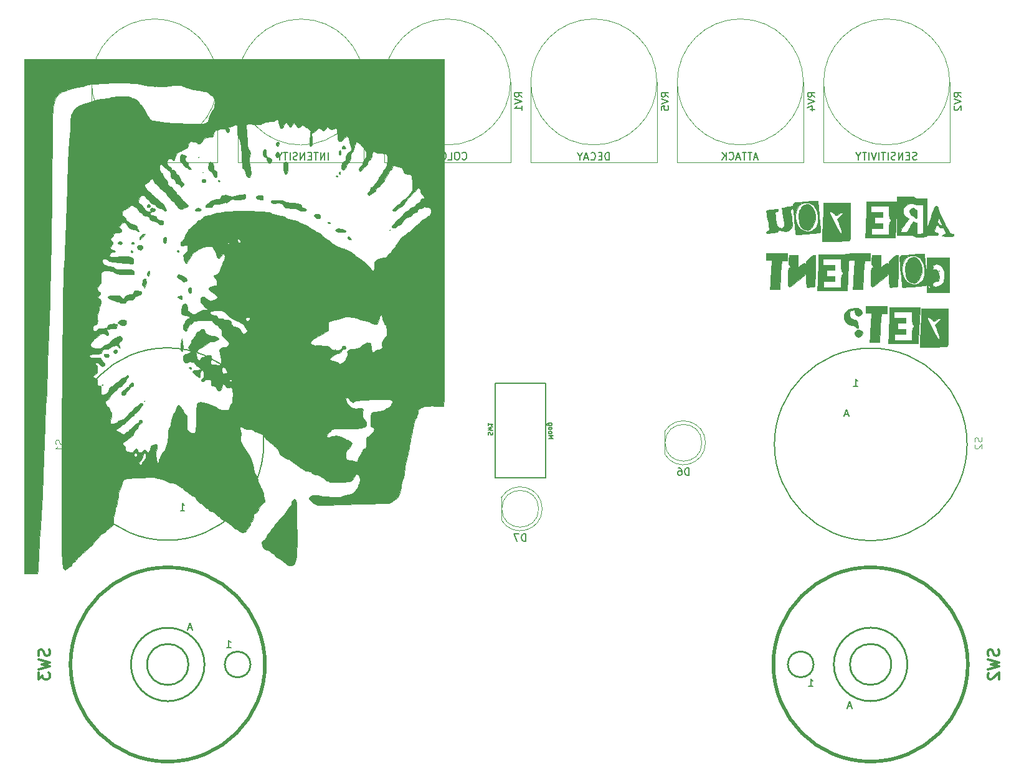
<source format=gbr>
G04 #@! TF.GenerationSoftware,KiCad,Pcbnew,5.1.7*
G04 #@! TF.CreationDate,2020-10-09T10:13:05+01:00*
G04 #@! TF.ProjectId,EnvelopeFollower,456e7665-6c6f-4706-9546-6f6c6c6f7765,V2.0*
G04 #@! TF.SameCoordinates,Original*
G04 #@! TF.FileFunction,Legend,Bot*
G04 #@! TF.FilePolarity,Positive*
%FSLAX46Y46*%
G04 Gerber Fmt 4.6, Leading zero omitted, Abs format (unit mm)*
G04 Created by KiCad (PCBNEW 5.1.7) date 2020-10-09 10:13:05*
%MOMM*%
%LPD*%
G01*
G04 APERTURE LIST*
%ADD10C,0.150000*%
%ADD11C,0.010000*%
%ADD12C,0.120000*%
%ADD13C,0.200000*%
%ADD14C,0.254000*%
%ADD15C,0.203200*%
%ADD16C,0.015000*%
%ADD17C,0.304800*%
%ADD18C,0.127000*%
G04 APERTURE END LIST*
D10*
X171377645Y-133208020D02*
X171949074Y-133208020D01*
X171663360Y-133208020D02*
X171663360Y-132208020D01*
X171758598Y-132350878D01*
X171853836Y-132446116D01*
X171949074Y-132493735D01*
X177169415Y-135927126D02*
X176693224Y-135927126D01*
X177264653Y-136212840D02*
X176931320Y-135212840D01*
X176597986Y-136212840D01*
X177473645Y-92349580D02*
X178045074Y-92349580D01*
X177759360Y-92349580D02*
X177759360Y-91349580D01*
X177854598Y-91492438D01*
X177949836Y-91587676D01*
X178045074Y-91635295D01*
X176732535Y-96198986D02*
X176256344Y-96198986D01*
X176827773Y-96484700D02*
X176494440Y-95484700D01*
X176161106Y-96484700D01*
X92274425Y-127927360D02*
X92845854Y-127927360D01*
X92560140Y-127927360D02*
X92560140Y-126927360D01*
X92655378Y-127070218D01*
X92750616Y-127165456D01*
X92845854Y-127213075D01*
X87487095Y-125243886D02*
X87010904Y-125243886D01*
X87582333Y-125529600D02*
X87249000Y-124529600D01*
X86915666Y-125529600D01*
X87791895Y-100334106D02*
X87315704Y-100334106D01*
X87887133Y-100619820D02*
X87553800Y-99619820D01*
X87220466Y-100619820D01*
X85980305Y-109281220D02*
X86551734Y-109281220D01*
X86266020Y-109281220D02*
X86266020Y-108281220D01*
X86361258Y-108424078D01*
X86456496Y-108519316D01*
X86551734Y-108566935D01*
X186067508Y-61481601D02*
X185924651Y-61529220D01*
X185686556Y-61529220D01*
X185591318Y-61481601D01*
X185543699Y-61433982D01*
X185496080Y-61338744D01*
X185496080Y-61243506D01*
X185543699Y-61148268D01*
X185591318Y-61100649D01*
X185686556Y-61053030D01*
X185877032Y-61005411D01*
X185972270Y-60957792D01*
X186019889Y-60910173D01*
X186067508Y-60814935D01*
X186067508Y-60719697D01*
X186019889Y-60624459D01*
X185972270Y-60576840D01*
X185877032Y-60529220D01*
X185638937Y-60529220D01*
X185496080Y-60576840D01*
X185067508Y-61005411D02*
X184734175Y-61005411D01*
X184591318Y-61529220D02*
X185067508Y-61529220D01*
X185067508Y-60529220D01*
X184591318Y-60529220D01*
X184162746Y-61529220D02*
X184162746Y-60529220D01*
X183591318Y-61529220D01*
X183591318Y-60529220D01*
X183162746Y-61481601D02*
X183019889Y-61529220D01*
X182781794Y-61529220D01*
X182686556Y-61481601D01*
X182638937Y-61433982D01*
X182591318Y-61338744D01*
X182591318Y-61243506D01*
X182638937Y-61148268D01*
X182686556Y-61100649D01*
X182781794Y-61053030D01*
X182972270Y-61005411D01*
X183067508Y-60957792D01*
X183115127Y-60910173D01*
X183162746Y-60814935D01*
X183162746Y-60719697D01*
X183115127Y-60624459D01*
X183067508Y-60576840D01*
X182972270Y-60529220D01*
X182734175Y-60529220D01*
X182591318Y-60576840D01*
X182162746Y-61529220D02*
X182162746Y-60529220D01*
X181829413Y-60529220D02*
X181257984Y-60529220D01*
X181543699Y-61529220D02*
X181543699Y-60529220D01*
X180924651Y-61529220D02*
X180924651Y-60529220D01*
X180591318Y-60529220D02*
X180257984Y-61529220D01*
X179924651Y-60529220D01*
X179591318Y-61529220D02*
X179591318Y-60529220D01*
X179257984Y-60529220D02*
X178686556Y-60529220D01*
X178972270Y-61529220D02*
X178972270Y-60529220D01*
X178162746Y-61053030D02*
X178162746Y-61529220D01*
X178496080Y-60529220D02*
X178162746Y-61053030D01*
X177829413Y-60529220D01*
X164437391Y-61243506D02*
X163961200Y-61243506D01*
X164532629Y-61529220D02*
X164199296Y-60529220D01*
X163865962Y-61529220D01*
X163675486Y-60529220D02*
X163104058Y-60529220D01*
X163389772Y-61529220D02*
X163389772Y-60529220D01*
X162913581Y-60529220D02*
X162342153Y-60529220D01*
X162627867Y-61529220D02*
X162627867Y-60529220D01*
X162056439Y-61243506D02*
X161580248Y-61243506D01*
X162151677Y-61529220D02*
X161818343Y-60529220D01*
X161485010Y-61529220D01*
X160580248Y-61433982D02*
X160627867Y-61481601D01*
X160770724Y-61529220D01*
X160865962Y-61529220D01*
X161008820Y-61481601D01*
X161104058Y-61386363D01*
X161151677Y-61291125D01*
X161199296Y-61100649D01*
X161199296Y-60957792D01*
X161151677Y-60767316D01*
X161104058Y-60672078D01*
X161008820Y-60576840D01*
X160865962Y-60529220D01*
X160770724Y-60529220D01*
X160627867Y-60576840D01*
X160580248Y-60624459D01*
X160151677Y-61529220D02*
X160151677Y-60529220D01*
X159580248Y-61529220D02*
X160008820Y-60957792D01*
X159580248Y-60529220D02*
X160151677Y-61100649D01*
X144260628Y-61574940D02*
X144260628Y-60574940D01*
X144022533Y-60574940D01*
X143879676Y-60622560D01*
X143784438Y-60717798D01*
X143736819Y-60813036D01*
X143689200Y-61003512D01*
X143689200Y-61146369D01*
X143736819Y-61336845D01*
X143784438Y-61432083D01*
X143879676Y-61527321D01*
X144022533Y-61574940D01*
X144260628Y-61574940D01*
X143260628Y-61051131D02*
X142927295Y-61051131D01*
X142784438Y-61574940D02*
X143260628Y-61574940D01*
X143260628Y-60574940D01*
X142784438Y-60574940D01*
X141784438Y-61479702D02*
X141832057Y-61527321D01*
X141974914Y-61574940D01*
X142070152Y-61574940D01*
X142213009Y-61527321D01*
X142308247Y-61432083D01*
X142355866Y-61336845D01*
X142403485Y-61146369D01*
X142403485Y-61003512D01*
X142355866Y-60813036D01*
X142308247Y-60717798D01*
X142213009Y-60622560D01*
X142070152Y-60574940D01*
X141974914Y-60574940D01*
X141832057Y-60622560D01*
X141784438Y-60670179D01*
X141403485Y-61289226D02*
X140927295Y-61289226D01*
X141498723Y-61574940D02*
X141165390Y-60574940D01*
X140832057Y-61574940D01*
X140308247Y-61098750D02*
X140308247Y-61574940D01*
X140641580Y-60574940D02*
X140308247Y-61098750D01*
X139974914Y-60574940D01*
X124292406Y-61426362D02*
X124340025Y-61473981D01*
X124482882Y-61521600D01*
X124578120Y-61521600D01*
X124720978Y-61473981D01*
X124816216Y-61378743D01*
X124863835Y-61283505D01*
X124911454Y-61093029D01*
X124911454Y-60950172D01*
X124863835Y-60759696D01*
X124816216Y-60664458D01*
X124720978Y-60569220D01*
X124578120Y-60521600D01*
X124482882Y-60521600D01*
X124340025Y-60569220D01*
X124292406Y-60616839D01*
X123673359Y-60521600D02*
X123482882Y-60521600D01*
X123387644Y-60569220D01*
X123292406Y-60664458D01*
X123244787Y-60854934D01*
X123244787Y-61188267D01*
X123292406Y-61378743D01*
X123387644Y-61473981D01*
X123482882Y-61521600D01*
X123673359Y-61521600D01*
X123768597Y-61473981D01*
X123863835Y-61378743D01*
X123911454Y-61188267D01*
X123911454Y-60854934D01*
X123863835Y-60664458D01*
X123768597Y-60569220D01*
X123673359Y-60521600D01*
X122340025Y-61521600D02*
X122816216Y-61521600D01*
X122816216Y-60521600D01*
X121816216Y-60521600D02*
X121625740Y-60521600D01*
X121530501Y-60569220D01*
X121435263Y-60664458D01*
X121387644Y-60854934D01*
X121387644Y-61188267D01*
X121435263Y-61378743D01*
X121530501Y-61473981D01*
X121625740Y-61521600D01*
X121816216Y-61521600D01*
X121911454Y-61473981D01*
X122006692Y-61378743D01*
X122054311Y-61188267D01*
X122054311Y-60854934D01*
X122006692Y-60664458D01*
X121911454Y-60569220D01*
X121816216Y-60521600D01*
X120959073Y-60521600D02*
X120959073Y-61331124D01*
X120911454Y-61426362D01*
X120863835Y-61473981D01*
X120768597Y-61521600D01*
X120578120Y-61521600D01*
X120482882Y-61473981D01*
X120435263Y-61426362D01*
X120387644Y-61331124D01*
X120387644Y-60521600D01*
X119340025Y-61521600D02*
X119673359Y-61045410D01*
X119911454Y-61521600D02*
X119911454Y-60521600D01*
X119530501Y-60521600D01*
X119435263Y-60569220D01*
X119387644Y-60616839D01*
X119340025Y-60712077D01*
X119340025Y-60854934D01*
X119387644Y-60950172D01*
X119435263Y-60997791D01*
X119530501Y-61045410D01*
X119911454Y-61045410D01*
X106069021Y-61541920D02*
X106069021Y-60541920D01*
X105592831Y-61541920D02*
X105592831Y-60541920D01*
X105021402Y-61541920D01*
X105021402Y-60541920D01*
X104688069Y-60541920D02*
X104116640Y-60541920D01*
X104402355Y-61541920D02*
X104402355Y-60541920D01*
X103783307Y-61018111D02*
X103449974Y-61018111D01*
X103307117Y-61541920D02*
X103783307Y-61541920D01*
X103783307Y-60541920D01*
X103307117Y-60541920D01*
X102878545Y-61541920D02*
X102878545Y-60541920D01*
X102307117Y-61541920D01*
X102307117Y-60541920D01*
X101878545Y-61494301D02*
X101735688Y-61541920D01*
X101497593Y-61541920D01*
X101402355Y-61494301D01*
X101354736Y-61446682D01*
X101307117Y-61351444D01*
X101307117Y-61256206D01*
X101354736Y-61160968D01*
X101402355Y-61113349D01*
X101497593Y-61065730D01*
X101688069Y-61018111D01*
X101783307Y-60970492D01*
X101830926Y-60922873D01*
X101878545Y-60827635D01*
X101878545Y-60732397D01*
X101830926Y-60637159D01*
X101783307Y-60589540D01*
X101688069Y-60541920D01*
X101449974Y-60541920D01*
X101307117Y-60589540D01*
X100878545Y-61541920D02*
X100878545Y-60541920D01*
X100545212Y-60541920D02*
X99973783Y-60541920D01*
X100259498Y-61541920D02*
X100259498Y-60541920D01*
X99449974Y-61065730D02*
X99449974Y-61541920D01*
X99783307Y-60541920D02*
X99449974Y-61065730D01*
X99116640Y-60541920D01*
X84237603Y-60855551D02*
X84094746Y-60903170D01*
X84047127Y-60950789D01*
X83999508Y-61046027D01*
X83999508Y-61188884D01*
X84047127Y-61284122D01*
X84094746Y-61331741D01*
X84189984Y-61379360D01*
X84570937Y-61379360D01*
X84570937Y-60379360D01*
X84237603Y-60379360D01*
X84142365Y-60426980D01*
X84094746Y-60474599D01*
X84047127Y-60569837D01*
X84047127Y-60665075D01*
X84094746Y-60760313D01*
X84142365Y-60807932D01*
X84237603Y-60855551D01*
X84570937Y-60855551D01*
X83094746Y-61379360D02*
X83570937Y-61379360D01*
X83570937Y-60379360D01*
X82761413Y-60855551D02*
X82428079Y-60855551D01*
X82285222Y-61379360D02*
X82761413Y-61379360D01*
X82761413Y-60379360D01*
X82285222Y-60379360D01*
X81856651Y-61379360D02*
X81856651Y-60379360D01*
X81285222Y-61379360D01*
X81285222Y-60379360D01*
X80809032Y-61379360D02*
X80809032Y-60379360D01*
X80570937Y-60379360D01*
X80428079Y-60426980D01*
X80332841Y-60522218D01*
X80285222Y-60617456D01*
X80237603Y-60807932D01*
X80237603Y-60950789D01*
X80285222Y-61141265D01*
X80332841Y-61236503D01*
X80428079Y-61331741D01*
X80570937Y-61379360D01*
X80809032Y-61379360D01*
D11*
G36*
X170869340Y-67629316D02*
G01*
X170828007Y-67643431D01*
X170609860Y-67741654D01*
X170449662Y-67887031D01*
X170298011Y-68129018D01*
X170249427Y-68222649D01*
X170125022Y-68496658D01*
X170054305Y-68748713D01*
X170023536Y-69046806D01*
X170018453Y-69365649D01*
X170062942Y-69967046D01*
X170196473Y-70436943D01*
X170424630Y-70791179D01*
X170567708Y-70923455D01*
X170897302Y-71083141D01*
X171259006Y-71095747D01*
X171603378Y-70962596D01*
X171697348Y-70893226D01*
X171968422Y-70569329D01*
X172150660Y-70153132D01*
X172246161Y-69679701D01*
X172257024Y-69184100D01*
X172185349Y-68701396D01*
X172033234Y-68266653D01*
X171802778Y-67914936D01*
X171505340Y-67685764D01*
X171274638Y-67587896D01*
X171094286Y-67571058D01*
X170869340Y-67629316D01*
G37*
X170869340Y-67629316D02*
X170828007Y-67643431D01*
X170609860Y-67741654D01*
X170449662Y-67887031D01*
X170298011Y-68129018D01*
X170249427Y-68222649D01*
X170125022Y-68496658D01*
X170054305Y-68748713D01*
X170023536Y-69046806D01*
X170018453Y-69365649D01*
X170062942Y-69967046D01*
X170196473Y-70436943D01*
X170424630Y-70791179D01*
X170567708Y-70923455D01*
X170897302Y-71083141D01*
X171259006Y-71095747D01*
X171603378Y-70962596D01*
X171697348Y-70893226D01*
X171968422Y-70569329D01*
X172150660Y-70153132D01*
X172246161Y-69679701D01*
X172257024Y-69184100D01*
X172185349Y-68701396D01*
X172033234Y-68266653D01*
X171802778Y-67914936D01*
X171505340Y-67685764D01*
X171274638Y-67587896D01*
X171094286Y-67571058D01*
X170869340Y-67629316D01*
G36*
X185385089Y-68127882D02*
G01*
X185228484Y-68253535D01*
X185182746Y-68319167D01*
X185100260Y-68605423D01*
X185158589Y-68868562D01*
X185343331Y-69061980D01*
X185424177Y-69100556D01*
X185611200Y-69212859D01*
X185708763Y-69345760D01*
X185816342Y-69471382D01*
X185926000Y-69498634D01*
X186018970Y-69484458D01*
X186072217Y-69417632D01*
X186096643Y-69261704D01*
X186103150Y-68980224D01*
X186103260Y-68905967D01*
X186098692Y-68594502D01*
X186078090Y-68416069D01*
X186031109Y-68334459D01*
X185947406Y-68313465D01*
X185933927Y-68313300D01*
X185794028Y-68257864D01*
X185764593Y-68180676D01*
X185705106Y-68079085D01*
X185561283Y-68065610D01*
X185385089Y-68127882D01*
G37*
X185385089Y-68127882D02*
X185228484Y-68253535D01*
X185182746Y-68319167D01*
X185100260Y-68605423D01*
X185158589Y-68868562D01*
X185343331Y-69061980D01*
X185424177Y-69100556D01*
X185611200Y-69212859D01*
X185708763Y-69345760D01*
X185816342Y-69471382D01*
X185926000Y-69498634D01*
X186018970Y-69484458D01*
X186072217Y-69417632D01*
X186096643Y-69261704D01*
X186103150Y-68980224D01*
X186103260Y-68905967D01*
X186098692Y-68594502D01*
X186078090Y-68416069D01*
X186031109Y-68334459D01*
X185947406Y-68313465D01*
X185933927Y-68313300D01*
X185794028Y-68257864D01*
X185764593Y-68180676D01*
X185705106Y-68079085D01*
X185561283Y-68065610D01*
X185385089Y-68127882D01*
G36*
X185347340Y-74825983D02*
G01*
X185306007Y-74840097D01*
X185087860Y-74938320D01*
X184927662Y-75083697D01*
X184776011Y-75325684D01*
X184727427Y-75419316D01*
X184603022Y-75693325D01*
X184532305Y-75945379D01*
X184501536Y-76243472D01*
X184496453Y-76562316D01*
X184540942Y-77163713D01*
X184674473Y-77633610D01*
X184902630Y-77987846D01*
X185045708Y-78120122D01*
X185375302Y-78279808D01*
X185737006Y-78292414D01*
X186081378Y-78159262D01*
X186175348Y-78089892D01*
X186446422Y-77765996D01*
X186628660Y-77349799D01*
X186724161Y-76876368D01*
X186735024Y-76380767D01*
X186663349Y-75898063D01*
X186511234Y-75463319D01*
X186280778Y-75111603D01*
X185983340Y-74882431D01*
X185752638Y-74784563D01*
X185572286Y-74767725D01*
X185347340Y-74825983D01*
G37*
X185347340Y-74825983D02*
X185306007Y-74840097D01*
X185087860Y-74938320D01*
X184927662Y-75083697D01*
X184776011Y-75325684D01*
X184727427Y-75419316D01*
X184603022Y-75693325D01*
X184532305Y-75945379D01*
X184501536Y-76243472D01*
X184496453Y-76562316D01*
X184540942Y-77163713D01*
X184674473Y-77633610D01*
X184902630Y-77987846D01*
X185045708Y-78120122D01*
X185375302Y-78279808D01*
X185737006Y-78292414D01*
X186081378Y-78159262D01*
X186175348Y-78089892D01*
X186446422Y-77765996D01*
X186628660Y-77349799D01*
X186724161Y-76876368D01*
X186735024Y-76380767D01*
X186663349Y-75898063D01*
X186511234Y-75463319D01*
X186280778Y-75111603D01*
X185983340Y-74882431D01*
X185752638Y-74784563D01*
X185572286Y-74767725D01*
X185347340Y-74825983D01*
G36*
X189066593Y-76652967D02*
G01*
X189108927Y-76695300D01*
X189151260Y-76652967D01*
X189108927Y-76610634D01*
X189066593Y-76652967D01*
G37*
X189066593Y-76652967D02*
X189108927Y-76695300D01*
X189151260Y-76652967D01*
X189108927Y-76610634D01*
X189066593Y-76652967D01*
G36*
X172271792Y-67136737D02*
G01*
X171941286Y-67155114D01*
X171539797Y-67181675D01*
X171099879Y-67214028D01*
X170654081Y-67249786D01*
X170234956Y-67286556D01*
X169875054Y-67321949D01*
X169614427Y-67352555D01*
X169387249Y-67395064D01*
X169282881Y-67464398D01*
X169255048Y-67596547D01*
X169254593Y-67632414D01*
X169247473Y-67744721D01*
X169204051Y-67818258D01*
X169091233Y-67867609D01*
X168875928Y-67907361D01*
X168530893Y-67951389D01*
X168197641Y-67996663D01*
X167932520Y-68041788D01*
X167777645Y-68079231D01*
X167756457Y-68089881D01*
X167751313Y-68187609D01*
X167773044Y-68419312D01*
X167817698Y-68752462D01*
X167881327Y-69154529D01*
X167896530Y-69243515D01*
X167964391Y-69673711D01*
X168013201Y-70059536D01*
X168038873Y-70362171D01*
X168037322Y-70542798D01*
X168034676Y-70556234D01*
X167911282Y-70745844D01*
X167692848Y-70834796D01*
X167429870Y-70808993D01*
X167313127Y-70757689D01*
X167182343Y-70636111D01*
X167073245Y-70418956D01*
X166980071Y-70086767D01*
X166897056Y-69620087D01*
X166834811Y-69143038D01*
X166807212Y-68870104D01*
X166815449Y-68719807D01*
X166873455Y-68646873D01*
X166995160Y-68606028D01*
X167000470Y-68604692D01*
X167183569Y-68500975D01*
X167222593Y-68379175D01*
X167203480Y-68275195D01*
X167116327Y-68237841D01*
X166916410Y-68252238D01*
X166862760Y-68259489D01*
X166553198Y-68301183D01*
X166194756Y-68347563D01*
X166058427Y-68364677D01*
X165810408Y-68407658D01*
X165649057Y-68459094D01*
X165613927Y-68491200D01*
X165627869Y-68596112D01*
X165666197Y-68836052D01*
X165723662Y-69179327D01*
X165795015Y-69594246D01*
X165825593Y-69769320D01*
X165900930Y-70203247D01*
X165964442Y-70577536D01*
X166010888Y-70860626D01*
X166035026Y-71020957D01*
X166037260Y-71043476D01*
X165969015Y-71124070D01*
X165825593Y-71207372D01*
X165669192Y-71319112D01*
X165613927Y-71427238D01*
X165639177Y-71485384D01*
X165735066Y-71514729D01*
X165931800Y-71517811D01*
X166259585Y-71497167D01*
X166354760Y-71489490D01*
X166695068Y-71457617D01*
X166969740Y-71424860D01*
X167135870Y-71396629D01*
X167162538Y-71387684D01*
X167195339Y-71285247D01*
X167177999Y-71184842D01*
X167149652Y-71062839D01*
X167193158Y-71034132D01*
X167339448Y-71094593D01*
X167445749Y-71149112D01*
X167789668Y-71253587D01*
X168188074Y-71265892D01*
X168560888Y-71188060D01*
X168711007Y-71116997D01*
X168914012Y-70966791D01*
X169048576Y-70788546D01*
X169120203Y-70553488D01*
X169134396Y-70232843D01*
X169096661Y-69797838D01*
X169040185Y-69396093D01*
X168975697Y-68967963D01*
X168937661Y-68676192D01*
X168926126Y-68489877D01*
X168941137Y-68378114D01*
X168982739Y-68310000D01*
X169041877Y-68261265D01*
X169177888Y-68184894D01*
X169235791Y-68181609D01*
X169254034Y-68272980D01*
X169284241Y-68507331D01*
X169323571Y-68858958D01*
X169369181Y-69302156D01*
X169418229Y-69811220D01*
X169429942Y-69937567D01*
X169477772Y-70457122D01*
X169520048Y-70915781D01*
X169554424Y-71288142D01*
X169578554Y-71548804D01*
X169590094Y-71672363D01*
X169590730Y-71678800D01*
X169673449Y-71694248D01*
X169898596Y-71694588D01*
X170240069Y-71681164D01*
X170671763Y-71655320D01*
X171167577Y-71618401D01*
X171701405Y-71571750D01*
X171739707Y-71568137D01*
X172167096Y-71524972D01*
X172531141Y-71483188D01*
X172800063Y-71446814D01*
X172942081Y-71419880D01*
X172955453Y-71413996D01*
X172959291Y-71322669D01*
X172949005Y-71090582D01*
X172926968Y-70745505D01*
X172895554Y-70315206D01*
X172857134Y-69827455D01*
X172827790Y-69474747D01*
X172639401Y-69474747D01*
X172585495Y-70091565D01*
X172425759Y-70579258D01*
X172157381Y-70943093D01*
X171777548Y-71188337D01*
X171709927Y-71215544D01*
X171447121Y-71263367D01*
X171105702Y-71262208D01*
X170767849Y-71216190D01*
X170575368Y-71158617D01*
X170223926Y-70924052D01*
X169937458Y-70555907D01*
X169729676Y-70081991D01*
X169614290Y-69530112D01*
X169595120Y-69170489D01*
X169659174Y-68602692D01*
X169836460Y-68128170D01*
X170110727Y-67760492D01*
X170465723Y-67513229D01*
X170885198Y-67399950D01*
X171352900Y-67434227D01*
X171587936Y-67506380D01*
X172010748Y-67754093D01*
X172328447Y-68130333D01*
X172537194Y-68627916D01*
X172633155Y-69239659D01*
X172639401Y-69474747D01*
X172827790Y-69474747D01*
X172814084Y-69310019D01*
X172768776Y-68790668D01*
X172723584Y-68297171D01*
X172680881Y-67857295D01*
X172643040Y-67498810D01*
X172612435Y-67249484D01*
X172591439Y-67137086D01*
X172589655Y-67134095D01*
X172498766Y-67128934D01*
X172271792Y-67136737D01*
G37*
X172271792Y-67136737D02*
X171941286Y-67155114D01*
X171539797Y-67181675D01*
X171099879Y-67214028D01*
X170654081Y-67249786D01*
X170234956Y-67286556D01*
X169875054Y-67321949D01*
X169614427Y-67352555D01*
X169387249Y-67395064D01*
X169282881Y-67464398D01*
X169255048Y-67596547D01*
X169254593Y-67632414D01*
X169247473Y-67744721D01*
X169204051Y-67818258D01*
X169091233Y-67867609D01*
X168875928Y-67907361D01*
X168530893Y-67951389D01*
X168197641Y-67996663D01*
X167932520Y-68041788D01*
X167777645Y-68079231D01*
X167756457Y-68089881D01*
X167751313Y-68187609D01*
X167773044Y-68419312D01*
X167817698Y-68752462D01*
X167881327Y-69154529D01*
X167896530Y-69243515D01*
X167964391Y-69673711D01*
X168013201Y-70059536D01*
X168038873Y-70362171D01*
X168037322Y-70542798D01*
X168034676Y-70556234D01*
X167911282Y-70745844D01*
X167692848Y-70834796D01*
X167429870Y-70808993D01*
X167313127Y-70757689D01*
X167182343Y-70636111D01*
X167073245Y-70418956D01*
X166980071Y-70086767D01*
X166897056Y-69620087D01*
X166834811Y-69143038D01*
X166807212Y-68870104D01*
X166815449Y-68719807D01*
X166873455Y-68646873D01*
X166995160Y-68606028D01*
X167000470Y-68604692D01*
X167183569Y-68500975D01*
X167222593Y-68379175D01*
X167203480Y-68275195D01*
X167116327Y-68237841D01*
X166916410Y-68252238D01*
X166862760Y-68259489D01*
X166553198Y-68301183D01*
X166194756Y-68347563D01*
X166058427Y-68364677D01*
X165810408Y-68407658D01*
X165649057Y-68459094D01*
X165613927Y-68491200D01*
X165627869Y-68596112D01*
X165666197Y-68836052D01*
X165723662Y-69179327D01*
X165795015Y-69594246D01*
X165825593Y-69769320D01*
X165900930Y-70203247D01*
X165964442Y-70577536D01*
X166010888Y-70860626D01*
X166035026Y-71020957D01*
X166037260Y-71043476D01*
X165969015Y-71124070D01*
X165825593Y-71207372D01*
X165669192Y-71319112D01*
X165613927Y-71427238D01*
X165639177Y-71485384D01*
X165735066Y-71514729D01*
X165931800Y-71517811D01*
X166259585Y-71497167D01*
X166354760Y-71489490D01*
X166695068Y-71457617D01*
X166969740Y-71424860D01*
X167135870Y-71396629D01*
X167162538Y-71387684D01*
X167195339Y-71285247D01*
X167177999Y-71184842D01*
X167149652Y-71062839D01*
X167193158Y-71034132D01*
X167339448Y-71094593D01*
X167445749Y-71149112D01*
X167789668Y-71253587D01*
X168188074Y-71265892D01*
X168560888Y-71188060D01*
X168711007Y-71116997D01*
X168914012Y-70966791D01*
X169048576Y-70788546D01*
X169120203Y-70553488D01*
X169134396Y-70232843D01*
X169096661Y-69797838D01*
X169040185Y-69396093D01*
X168975697Y-68967963D01*
X168937661Y-68676192D01*
X168926126Y-68489877D01*
X168941137Y-68378114D01*
X168982739Y-68310000D01*
X169041877Y-68261265D01*
X169177888Y-68184894D01*
X169235791Y-68181609D01*
X169254034Y-68272980D01*
X169284241Y-68507331D01*
X169323571Y-68858958D01*
X169369181Y-69302156D01*
X169418229Y-69811220D01*
X169429942Y-69937567D01*
X169477772Y-70457122D01*
X169520048Y-70915781D01*
X169554424Y-71288142D01*
X169578554Y-71548804D01*
X169590094Y-71672363D01*
X169590730Y-71678800D01*
X169673449Y-71694248D01*
X169898596Y-71694588D01*
X170240069Y-71681164D01*
X170671763Y-71655320D01*
X171167577Y-71618401D01*
X171701405Y-71571750D01*
X171739707Y-71568137D01*
X172167096Y-71524972D01*
X172531141Y-71483188D01*
X172800063Y-71446814D01*
X172942081Y-71419880D01*
X172955453Y-71413996D01*
X172959291Y-71322669D01*
X172949005Y-71090582D01*
X172926968Y-70745505D01*
X172895554Y-70315206D01*
X172857134Y-69827455D01*
X172827790Y-69474747D01*
X172639401Y-69474747D01*
X172585495Y-70091565D01*
X172425759Y-70579258D01*
X172157381Y-70943093D01*
X171777548Y-71188337D01*
X171709927Y-71215544D01*
X171447121Y-71263367D01*
X171105702Y-71262208D01*
X170767849Y-71216190D01*
X170575368Y-71158617D01*
X170223926Y-70924052D01*
X169937458Y-70555907D01*
X169729676Y-70081991D01*
X169614290Y-69530112D01*
X169595120Y-69170489D01*
X169659174Y-68602692D01*
X169836460Y-68128170D01*
X170110727Y-67760492D01*
X170465723Y-67513229D01*
X170885198Y-67399950D01*
X171352900Y-67434227D01*
X171587936Y-67506380D01*
X172010748Y-67754093D01*
X172328447Y-68130333D01*
X172537194Y-68627916D01*
X172633155Y-69239659D01*
X172639401Y-69474747D01*
X172827790Y-69474747D01*
X172814084Y-69310019D01*
X172768776Y-68790668D01*
X172723584Y-68297171D01*
X172680881Y-67857295D01*
X172643040Y-67498810D01*
X172612435Y-67249484D01*
X172591439Y-67137086D01*
X172589655Y-67134095D01*
X172498766Y-67128934D01*
X172271792Y-67136737D01*
G36*
X183393927Y-67212634D02*
G01*
X179270749Y-67212634D01*
X179214722Y-68630800D01*
X179191009Y-69209345D01*
X179164206Y-69828259D01*
X179137107Y-70425037D01*
X179112507Y-70937179D01*
X179104939Y-71086134D01*
X179051183Y-72123300D01*
X183139927Y-72123300D01*
X183148696Y-71763467D01*
X183155417Y-71578439D01*
X183169563Y-71252753D01*
X183189802Y-70814857D01*
X183214801Y-70293199D01*
X183242707Y-69726817D01*
X182527033Y-69726817D01*
X182497299Y-69831974D01*
X182433382Y-69907467D01*
X182364043Y-70023086D01*
X182320879Y-70207049D01*
X182298943Y-70493722D01*
X182293260Y-70881134D01*
X182293260Y-71699967D01*
X179922593Y-71699967D01*
X179922593Y-70853300D01*
X181446593Y-70853300D01*
X181446593Y-70175967D01*
X180345927Y-70175967D01*
X180345927Y-69329300D01*
X181446593Y-69329300D01*
X181446593Y-68651967D01*
X179837927Y-68651967D01*
X179837927Y-67805300D01*
X182293260Y-67805300D01*
X182293260Y-68624133D01*
X182299934Y-69036706D01*
X182323253Y-69314714D01*
X182368161Y-69492522D01*
X182433382Y-69597800D01*
X182527033Y-69726817D01*
X183242707Y-69726817D01*
X183243229Y-69716227D01*
X183262696Y-69329300D01*
X183367927Y-67254967D01*
X183380927Y-69519800D01*
X183393927Y-71784634D01*
X184536927Y-71784634D01*
X185005243Y-71787313D01*
X185328929Y-71797176D01*
X185532631Y-71816961D01*
X185640995Y-71849408D01*
X185678666Y-71897253D01*
X185679927Y-71911634D01*
X185707857Y-71970777D01*
X185810195Y-72008781D01*
X186014758Y-72029805D01*
X186349366Y-72038009D01*
X186529251Y-72038634D01*
X186934249Y-72033548D01*
X187198798Y-72015591D01*
X187351549Y-71980711D01*
X187421156Y-71924854D01*
X187427309Y-71911634D01*
X187488718Y-71848138D01*
X187633517Y-71808935D01*
X187891435Y-71789351D01*
X188235193Y-71784634D01*
X188596887Y-71781309D01*
X188819618Y-71767267D01*
X188933696Y-71736403D01*
X188969429Y-71682612D01*
X188965996Y-71637439D01*
X188868852Y-71504002D01*
X188769288Y-71463149D01*
X188560046Y-71420632D01*
X188462471Y-71351984D01*
X188459323Y-71214798D01*
X188533361Y-70966669D01*
X188548824Y-70920901D01*
X188664503Y-70636381D01*
X188780530Y-70487542D01*
X188883729Y-70445245D01*
X189028510Y-70464016D01*
X189066593Y-70593412D01*
X189094596Y-70709760D01*
X189208999Y-70759768D01*
X189389579Y-70768634D01*
X189613203Y-70788290D01*
X189747000Y-70878553D01*
X189855246Y-71067839D01*
X189967950Y-71343764D01*
X189977861Y-71518120D01*
X189878162Y-71628848D01*
X189743927Y-71687280D01*
X189534303Y-71780684D01*
X189490275Y-71855435D01*
X189608988Y-71910147D01*
X189887589Y-71943439D01*
X190294260Y-71953967D01*
X190668097Y-71951410D01*
X190904036Y-71939330D01*
X191033488Y-71911116D01*
X191087865Y-71860153D01*
X191098593Y-71784634D01*
X191046973Y-71650152D01*
X190894453Y-71615300D01*
X190685579Y-71544829D01*
X190492286Y-71375303D01*
X190369999Y-71192303D01*
X190199322Y-70890177D01*
X189995703Y-70501304D01*
X189891644Y-70292710D01*
X189470770Y-70292710D01*
X189457444Y-70390568D01*
X189366001Y-70426305D01*
X189278260Y-70429967D01*
X189109961Y-70387176D01*
X189066593Y-70307174D01*
X189002509Y-70154627D01*
X188958966Y-70116674D01*
X188898104Y-70029547D01*
X188903796Y-69857758D01*
X188940393Y-69687228D01*
X189029449Y-69325488D01*
X189259688Y-69794937D01*
X189405133Y-70103807D01*
X189470770Y-70292710D01*
X189891644Y-70292710D01*
X189774588Y-70058065D01*
X189551422Y-69592840D01*
X189341654Y-69138009D01*
X189160729Y-68725952D01*
X189024094Y-68389050D01*
X188947195Y-68159683D01*
X188938217Y-68117543D01*
X188889238Y-67906345D01*
X188811205Y-67823151D01*
X188704581Y-67821210D01*
X188632666Y-67850975D01*
X188558969Y-67932591D01*
X188474052Y-68086662D01*
X188368478Y-68333794D01*
X188232811Y-68694591D01*
X188057613Y-69189658D01*
X187994485Y-69371634D01*
X187467422Y-70895634D01*
X187462675Y-68842467D01*
X187459885Y-67635967D01*
X186949927Y-67635967D01*
X186949927Y-69569189D01*
X186947555Y-70125030D01*
X186940907Y-70623319D01*
X186930681Y-71039404D01*
X186917577Y-71348631D01*
X186902294Y-71526347D01*
X186893482Y-71558856D01*
X186780722Y-71593560D01*
X186564867Y-71613456D01*
X186470149Y-71615300D01*
X186103260Y-71615300D01*
X186103260Y-70853300D01*
X186100183Y-70490629D01*
X186086400Y-70265201D01*
X186055088Y-70144970D01*
X185999422Y-70097892D01*
X185940982Y-70091300D01*
X185790366Y-70046227D01*
X185745486Y-69991643D01*
X185692716Y-69929033D01*
X185603069Y-69976166D01*
X185466004Y-70144891D01*
X185270980Y-70447057D01*
X185129572Y-70684004D01*
X184732500Y-71361300D01*
X184265822Y-71361300D01*
X183997676Y-71353312D01*
X183866496Y-71322790D01*
X183840391Y-71259901D01*
X183848524Y-71232616D01*
X183934741Y-71068708D01*
X184093425Y-70814457D01*
X184294325Y-70514137D01*
X184507188Y-70212024D01*
X184701762Y-69952395D01*
X184823962Y-69804991D01*
X184956777Y-69640228D01*
X184973674Y-69552344D01*
X184917927Y-69516217D01*
X184783031Y-69431635D01*
X184593505Y-69271695D01*
X184515760Y-69197160D01*
X184342093Y-68996907D01*
X184261402Y-68801442D01*
X184240654Y-68527489D01*
X184240593Y-68503463D01*
X184265244Y-68194062D01*
X184354446Y-67976421D01*
X184441871Y-67866845D01*
X184625506Y-67725407D01*
X184874166Y-67604126D01*
X185145805Y-67513715D01*
X185398382Y-67464892D01*
X185589852Y-67468372D01*
X185678173Y-67534870D01*
X185679927Y-67551300D01*
X185758719Y-67593962D01*
X185972005Y-67623697D01*
X186285149Y-67635888D01*
X186314927Y-67635967D01*
X186949927Y-67635967D01*
X187459885Y-67635967D01*
X187457927Y-66789300D01*
X186611260Y-66789300D01*
X186216442Y-66785103D01*
X185962960Y-66769728D01*
X185822964Y-66738996D01*
X185768600Y-66688730D01*
X185764593Y-66662300D01*
X185740866Y-66611080D01*
X185653511Y-66575398D01*
X185478268Y-66552654D01*
X185190875Y-66540250D01*
X184767074Y-66535585D01*
X184579260Y-66535300D01*
X183393927Y-66535300D01*
X183393927Y-67212634D01*
G37*
X183393927Y-67212634D02*
X179270749Y-67212634D01*
X179214722Y-68630800D01*
X179191009Y-69209345D01*
X179164206Y-69828259D01*
X179137107Y-70425037D01*
X179112507Y-70937179D01*
X179104939Y-71086134D01*
X179051183Y-72123300D01*
X183139927Y-72123300D01*
X183148696Y-71763467D01*
X183155417Y-71578439D01*
X183169563Y-71252753D01*
X183189802Y-70814857D01*
X183214801Y-70293199D01*
X183242707Y-69726817D01*
X182527033Y-69726817D01*
X182497299Y-69831974D01*
X182433382Y-69907467D01*
X182364043Y-70023086D01*
X182320879Y-70207049D01*
X182298943Y-70493722D01*
X182293260Y-70881134D01*
X182293260Y-71699967D01*
X179922593Y-71699967D01*
X179922593Y-70853300D01*
X181446593Y-70853300D01*
X181446593Y-70175967D01*
X180345927Y-70175967D01*
X180345927Y-69329300D01*
X181446593Y-69329300D01*
X181446593Y-68651967D01*
X179837927Y-68651967D01*
X179837927Y-67805300D01*
X182293260Y-67805300D01*
X182293260Y-68624133D01*
X182299934Y-69036706D01*
X182323253Y-69314714D01*
X182368161Y-69492522D01*
X182433382Y-69597800D01*
X182527033Y-69726817D01*
X183242707Y-69726817D01*
X183243229Y-69716227D01*
X183262696Y-69329300D01*
X183367927Y-67254967D01*
X183380927Y-69519800D01*
X183393927Y-71784634D01*
X184536927Y-71784634D01*
X185005243Y-71787313D01*
X185328929Y-71797176D01*
X185532631Y-71816961D01*
X185640995Y-71849408D01*
X185678666Y-71897253D01*
X185679927Y-71911634D01*
X185707857Y-71970777D01*
X185810195Y-72008781D01*
X186014758Y-72029805D01*
X186349366Y-72038009D01*
X186529251Y-72038634D01*
X186934249Y-72033548D01*
X187198798Y-72015591D01*
X187351549Y-71980711D01*
X187421156Y-71924854D01*
X187427309Y-71911634D01*
X187488718Y-71848138D01*
X187633517Y-71808935D01*
X187891435Y-71789351D01*
X188235193Y-71784634D01*
X188596887Y-71781309D01*
X188819618Y-71767267D01*
X188933696Y-71736403D01*
X188969429Y-71682612D01*
X188965996Y-71637439D01*
X188868852Y-71504002D01*
X188769288Y-71463149D01*
X188560046Y-71420632D01*
X188462471Y-71351984D01*
X188459323Y-71214798D01*
X188533361Y-70966669D01*
X188548824Y-70920901D01*
X188664503Y-70636381D01*
X188780530Y-70487542D01*
X188883729Y-70445245D01*
X189028510Y-70464016D01*
X189066593Y-70593412D01*
X189094596Y-70709760D01*
X189208999Y-70759768D01*
X189389579Y-70768634D01*
X189613203Y-70788290D01*
X189747000Y-70878553D01*
X189855246Y-71067839D01*
X189967950Y-71343764D01*
X189977861Y-71518120D01*
X189878162Y-71628848D01*
X189743927Y-71687280D01*
X189534303Y-71780684D01*
X189490275Y-71855435D01*
X189608988Y-71910147D01*
X189887589Y-71943439D01*
X190294260Y-71953967D01*
X190668097Y-71951410D01*
X190904036Y-71939330D01*
X191033488Y-71911116D01*
X191087865Y-71860153D01*
X191098593Y-71784634D01*
X191046973Y-71650152D01*
X190894453Y-71615300D01*
X190685579Y-71544829D01*
X190492286Y-71375303D01*
X190369999Y-71192303D01*
X190199322Y-70890177D01*
X189995703Y-70501304D01*
X189891644Y-70292710D01*
X189470770Y-70292710D01*
X189457444Y-70390568D01*
X189366001Y-70426305D01*
X189278260Y-70429967D01*
X189109961Y-70387176D01*
X189066593Y-70307174D01*
X189002509Y-70154627D01*
X188958966Y-70116674D01*
X188898104Y-70029547D01*
X188903796Y-69857758D01*
X188940393Y-69687228D01*
X189029449Y-69325488D01*
X189259688Y-69794937D01*
X189405133Y-70103807D01*
X189470770Y-70292710D01*
X189891644Y-70292710D01*
X189774588Y-70058065D01*
X189551422Y-69592840D01*
X189341654Y-69138009D01*
X189160729Y-68725952D01*
X189024094Y-68389050D01*
X188947195Y-68159683D01*
X188938217Y-68117543D01*
X188889238Y-67906345D01*
X188811205Y-67823151D01*
X188704581Y-67821210D01*
X188632666Y-67850975D01*
X188558969Y-67932591D01*
X188474052Y-68086662D01*
X188368478Y-68333794D01*
X188232811Y-68694591D01*
X188057613Y-69189658D01*
X187994485Y-69371634D01*
X187467422Y-70895634D01*
X187462675Y-68842467D01*
X187459885Y-67635967D01*
X186949927Y-67635967D01*
X186949927Y-69569189D01*
X186947555Y-70125030D01*
X186940907Y-70623319D01*
X186930681Y-71039404D01*
X186917577Y-71348631D01*
X186902294Y-71526347D01*
X186893482Y-71558856D01*
X186780722Y-71593560D01*
X186564867Y-71613456D01*
X186470149Y-71615300D01*
X186103260Y-71615300D01*
X186103260Y-70853300D01*
X186100183Y-70490629D01*
X186086400Y-70265201D01*
X186055088Y-70144970D01*
X185999422Y-70097892D01*
X185940982Y-70091300D01*
X185790366Y-70046227D01*
X185745486Y-69991643D01*
X185692716Y-69929033D01*
X185603069Y-69976166D01*
X185466004Y-70144891D01*
X185270980Y-70447057D01*
X185129572Y-70684004D01*
X184732500Y-71361300D01*
X184265822Y-71361300D01*
X183997676Y-71353312D01*
X183866496Y-71322790D01*
X183840391Y-71259901D01*
X183848524Y-71232616D01*
X183934741Y-71068708D01*
X184093425Y-70814457D01*
X184294325Y-70514137D01*
X184507188Y-70212024D01*
X184701762Y-69952395D01*
X184823962Y-69804991D01*
X184956777Y-69640228D01*
X184973674Y-69552344D01*
X184917927Y-69516217D01*
X184783031Y-69431635D01*
X184593505Y-69271695D01*
X184515760Y-69197160D01*
X184342093Y-68996907D01*
X184261402Y-68801442D01*
X184240654Y-68527489D01*
X184240593Y-68503463D01*
X184265244Y-68194062D01*
X184354446Y-67976421D01*
X184441871Y-67866845D01*
X184625506Y-67725407D01*
X184874166Y-67604126D01*
X185145805Y-67513715D01*
X185398382Y-67464892D01*
X185589852Y-67468372D01*
X185678173Y-67534870D01*
X185679927Y-67551300D01*
X185758719Y-67593962D01*
X185972005Y-67623697D01*
X186285149Y-67635888D01*
X186314927Y-67635967D01*
X186949927Y-67635967D01*
X187459885Y-67635967D01*
X187457927Y-66789300D01*
X186611260Y-66789300D01*
X186216442Y-66785103D01*
X185962960Y-66769728D01*
X185822964Y-66738996D01*
X185768600Y-66688730D01*
X185764593Y-66662300D01*
X185740866Y-66611080D01*
X185653511Y-66575398D01*
X185478268Y-66552654D01*
X185190875Y-66540250D01*
X184767074Y-66535585D01*
X184579260Y-66535300D01*
X183393927Y-66535300D01*
X183393927Y-67212634D01*
G36*
X173366892Y-69134720D02*
G01*
X173344943Y-69714035D01*
X173317857Y-70281759D01*
X173287892Y-70799219D01*
X173257302Y-71227742D01*
X173228345Y-71528655D01*
X173226231Y-71545552D01*
X173192444Y-71888712D01*
X173180626Y-72190943D01*
X173192868Y-72392640D01*
X173196040Y-72407207D01*
X173249182Y-72618942D01*
X175024274Y-72614354D01*
X175642616Y-72610644D01*
X176112231Y-72602212D01*
X176453692Y-72587684D01*
X176687572Y-72565683D01*
X176834445Y-72534833D01*
X176914884Y-72493760D01*
X176921646Y-72487486D01*
X176957906Y-72425549D01*
X176986505Y-72308747D01*
X177008273Y-72119489D01*
X177024039Y-71840188D01*
X177034632Y-71453254D01*
X177040882Y-70941099D01*
X177043618Y-70286133D01*
X177043927Y-69893804D01*
X177043927Y-68825598D01*
X175983114Y-68825598D01*
X175955794Y-68908315D01*
X175823284Y-69051193D01*
X175653708Y-69205826D01*
X175237156Y-69575446D01*
X175388705Y-69939207D01*
X175616073Y-70505085D01*
X175767357Y-70930415D01*
X175845303Y-71224510D01*
X175852658Y-71396685D01*
X175831214Y-71439480D01*
X175723009Y-71516237D01*
X175625898Y-71488477D01*
X175513319Y-71336966D01*
X175401702Y-71128467D01*
X175031637Y-70392969D01*
X174736448Y-69798394D01*
X174511966Y-69335910D01*
X174354023Y-68996688D01*
X174258448Y-68771899D01*
X174221073Y-68652713D01*
X174222343Y-68630800D01*
X174343984Y-68565701D01*
X174534847Y-68635511D01*
X174774248Y-68831645D01*
X174820125Y-68878882D01*
X175031465Y-69072978D01*
X175174078Y-69129260D01*
X175220413Y-69111715D01*
X175505598Y-68908281D01*
X175695699Y-68796494D01*
X175825748Y-68759633D01*
X175921440Y-68777110D01*
X175983114Y-68825598D01*
X177043927Y-68825598D01*
X177043927Y-67422402D01*
X173424219Y-67373806D01*
X173366892Y-69134720D01*
G37*
X173366892Y-69134720D02*
X173344943Y-69714035D01*
X173317857Y-70281759D01*
X173287892Y-70799219D01*
X173257302Y-71227742D01*
X173228345Y-71528655D01*
X173226231Y-71545552D01*
X173192444Y-71888712D01*
X173180626Y-72190943D01*
X173192868Y-72392640D01*
X173196040Y-72407207D01*
X173249182Y-72618942D01*
X175024274Y-72614354D01*
X175642616Y-72610644D01*
X176112231Y-72602212D01*
X176453692Y-72587684D01*
X176687572Y-72565683D01*
X176834445Y-72534833D01*
X176914884Y-72493760D01*
X176921646Y-72487486D01*
X176957906Y-72425549D01*
X176986505Y-72308747D01*
X177008273Y-72119489D01*
X177024039Y-71840188D01*
X177034632Y-71453254D01*
X177040882Y-70941099D01*
X177043618Y-70286133D01*
X177043927Y-69893804D01*
X177043927Y-68825598D01*
X175983114Y-68825598D01*
X175955794Y-68908315D01*
X175823284Y-69051193D01*
X175653708Y-69205826D01*
X175237156Y-69575446D01*
X175388705Y-69939207D01*
X175616073Y-70505085D01*
X175767357Y-70930415D01*
X175845303Y-71224510D01*
X175852658Y-71396685D01*
X175831214Y-71439480D01*
X175723009Y-71516237D01*
X175625898Y-71488477D01*
X175513319Y-71336966D01*
X175401702Y-71128467D01*
X175031637Y-70392969D01*
X174736448Y-69798394D01*
X174511966Y-69335910D01*
X174354023Y-68996688D01*
X174258448Y-68771899D01*
X174221073Y-68652713D01*
X174222343Y-68630800D01*
X174343984Y-68565701D01*
X174534847Y-68635511D01*
X174774248Y-68831645D01*
X174820125Y-68878882D01*
X175031465Y-69072978D01*
X175174078Y-69129260D01*
X175220413Y-69111715D01*
X175505598Y-68908281D01*
X175695699Y-68796494D01*
X175825748Y-68759633D01*
X175921440Y-68777110D01*
X175983114Y-68825598D01*
X177043927Y-68825598D01*
X177043927Y-67422402D01*
X173424219Y-67373806D01*
X173366892Y-69134720D01*
G36*
X171981926Y-74547000D02*
G01*
X171750838Y-74686337D01*
X171494060Y-74882335D01*
X171483400Y-74891401D01*
X171236264Y-75113476D01*
X171100085Y-75273252D01*
X171049242Y-75408534D01*
X171053066Y-75526401D01*
X171052400Y-75708145D01*
X170995051Y-75764693D01*
X170905593Y-75679300D01*
X170781469Y-75599226D01*
X170587749Y-75658619D01*
X170316384Y-75860265D01*
X170273988Y-75897973D01*
X169938228Y-76201312D01*
X169913911Y-75368806D01*
X169889593Y-74536300D01*
X168704260Y-74536300D01*
X168679210Y-75210340D01*
X168670762Y-75552651D01*
X168682504Y-75769030D01*
X168723280Y-75902501D01*
X168801937Y-75996084D01*
X168848544Y-76033958D01*
X168979006Y-76140269D01*
X168978152Y-76179085D01*
X168863010Y-76185418D01*
X168760766Y-76210574D01*
X168685425Y-76297547D01*
X168633198Y-76467266D01*
X168600297Y-76740660D01*
X168582935Y-77138657D01*
X168577324Y-77682186D01*
X168577260Y-77764217D01*
X168578355Y-78200096D01*
X168585007Y-78494334D01*
X168602266Y-78674625D01*
X168635183Y-78768659D01*
X168688808Y-78804130D01*
X168767760Y-78808738D01*
X168898448Y-78774362D01*
X169087208Y-78667944D01*
X169347749Y-78479144D01*
X169693781Y-78197619D01*
X170139011Y-77813031D01*
X170429530Y-77555266D01*
X171030671Y-77018232D01*
X171017762Y-77826211D01*
X171023265Y-78291688D01*
X171061414Y-78609281D01*
X171138502Y-78798377D01*
X171260823Y-78878361D01*
X171360460Y-78881842D01*
X171529446Y-78865115D01*
X171780720Y-78841661D01*
X171858093Y-78834640D01*
X172083520Y-78792948D01*
X172208470Y-78726993D01*
X172219071Y-78701265D01*
X172221540Y-78591447D01*
X172227865Y-78336893D01*
X172237418Y-77962143D01*
X172249569Y-77491735D01*
X172263690Y-76950209D01*
X172274273Y-76547134D01*
X172328332Y-74493967D01*
X172138466Y-74493967D01*
X171981926Y-74547000D01*
G37*
X171981926Y-74547000D02*
X171750838Y-74686337D01*
X171494060Y-74882335D01*
X171483400Y-74891401D01*
X171236264Y-75113476D01*
X171100085Y-75273252D01*
X171049242Y-75408534D01*
X171053066Y-75526401D01*
X171052400Y-75708145D01*
X170995051Y-75764693D01*
X170905593Y-75679300D01*
X170781469Y-75599226D01*
X170587749Y-75658619D01*
X170316384Y-75860265D01*
X170273988Y-75897973D01*
X169938228Y-76201312D01*
X169913911Y-75368806D01*
X169889593Y-74536300D01*
X168704260Y-74536300D01*
X168679210Y-75210340D01*
X168670762Y-75552651D01*
X168682504Y-75769030D01*
X168723280Y-75902501D01*
X168801937Y-75996084D01*
X168848544Y-76033958D01*
X168979006Y-76140269D01*
X168978152Y-76179085D01*
X168863010Y-76185418D01*
X168760766Y-76210574D01*
X168685425Y-76297547D01*
X168633198Y-76467266D01*
X168600297Y-76740660D01*
X168582935Y-77138657D01*
X168577324Y-77682186D01*
X168577260Y-77764217D01*
X168578355Y-78200096D01*
X168585007Y-78494334D01*
X168602266Y-78674625D01*
X168635183Y-78768659D01*
X168688808Y-78804130D01*
X168767760Y-78808738D01*
X168898448Y-78774362D01*
X169087208Y-78667944D01*
X169347749Y-78479144D01*
X169693781Y-78197619D01*
X170139011Y-77813031D01*
X170429530Y-77555266D01*
X171030671Y-77018232D01*
X171017762Y-77826211D01*
X171023265Y-78291688D01*
X171061414Y-78609281D01*
X171138502Y-78798377D01*
X171260823Y-78878361D01*
X171360460Y-78881842D01*
X171529446Y-78865115D01*
X171780720Y-78841661D01*
X171858093Y-78834640D01*
X172083520Y-78792948D01*
X172208470Y-78726993D01*
X172219071Y-78701265D01*
X172221540Y-78591447D01*
X172227865Y-78336893D01*
X172237418Y-77962143D01*
X172249569Y-77491735D01*
X172263690Y-76950209D01*
X172274273Y-76547134D01*
X172328332Y-74493967D01*
X172138466Y-74493967D01*
X171981926Y-74547000D01*
G36*
X183242593Y-74547000D02*
G01*
X183011504Y-74686337D01*
X182754727Y-74882335D01*
X182744066Y-74891401D01*
X182496931Y-75113476D01*
X182360752Y-75273252D01*
X182309908Y-75408534D01*
X182313732Y-75526401D01*
X182313067Y-75708145D01*
X182255717Y-75764693D01*
X182166260Y-75679300D01*
X182042135Y-75599226D01*
X181848416Y-75658619D01*
X181577051Y-75860265D01*
X181534655Y-75897973D01*
X181198894Y-76201312D01*
X181150260Y-74536300D01*
X179964927Y-74536300D01*
X179939877Y-75210340D01*
X179931429Y-75552651D01*
X179943170Y-75769030D01*
X179983947Y-75902501D01*
X180062603Y-75996084D01*
X180109210Y-76033958D01*
X180239673Y-76140269D01*
X180238819Y-76179085D01*
X180123677Y-76185418D01*
X180021433Y-76210574D01*
X179946091Y-76297547D01*
X179893864Y-76467266D01*
X179860964Y-76740660D01*
X179843602Y-77138657D01*
X179837991Y-77682186D01*
X179837927Y-77764217D01*
X179839022Y-78200096D01*
X179845673Y-78494334D01*
X179862933Y-78674625D01*
X179895849Y-78768659D01*
X179949475Y-78804130D01*
X180028427Y-78808738D01*
X180159114Y-78774362D01*
X180347874Y-78667944D01*
X180608416Y-78479144D01*
X180954448Y-78197619D01*
X181399678Y-77813031D01*
X181690197Y-77555266D01*
X182291338Y-77018232D01*
X182278428Y-77826211D01*
X182283931Y-78291688D01*
X182322080Y-78609281D01*
X182399168Y-78798377D01*
X182521489Y-78878361D01*
X182621127Y-78881842D01*
X182790113Y-78865115D01*
X183041387Y-78841661D01*
X183118760Y-78834640D01*
X183344187Y-78792948D01*
X183469137Y-78726993D01*
X183479737Y-78701265D01*
X183482207Y-78591447D01*
X183488532Y-78336893D01*
X183498085Y-77962143D01*
X183510236Y-77491735D01*
X183524356Y-76950209D01*
X183534940Y-76547134D01*
X183588998Y-74493967D01*
X183399133Y-74493967D01*
X183242593Y-74547000D01*
G37*
X183242593Y-74547000D02*
X183011504Y-74686337D01*
X182754727Y-74882335D01*
X182744066Y-74891401D01*
X182496931Y-75113476D01*
X182360752Y-75273252D01*
X182309908Y-75408534D01*
X182313732Y-75526401D01*
X182313067Y-75708145D01*
X182255717Y-75764693D01*
X182166260Y-75679300D01*
X182042135Y-75599226D01*
X181848416Y-75658619D01*
X181577051Y-75860265D01*
X181534655Y-75897973D01*
X181198894Y-76201312D01*
X181150260Y-74536300D01*
X179964927Y-74536300D01*
X179939877Y-75210340D01*
X179931429Y-75552651D01*
X179943170Y-75769030D01*
X179983947Y-75902501D01*
X180062603Y-75996084D01*
X180109210Y-76033958D01*
X180239673Y-76140269D01*
X180238819Y-76179085D01*
X180123677Y-76185418D01*
X180021433Y-76210574D01*
X179946091Y-76297547D01*
X179893864Y-76467266D01*
X179860964Y-76740660D01*
X179843602Y-77138657D01*
X179837991Y-77682186D01*
X179837927Y-77764217D01*
X179839022Y-78200096D01*
X179845673Y-78494334D01*
X179862933Y-78674625D01*
X179895849Y-78768659D01*
X179949475Y-78804130D01*
X180028427Y-78808738D01*
X180159114Y-78774362D01*
X180347874Y-78667944D01*
X180608416Y-78479144D01*
X180954448Y-78197619D01*
X181399678Y-77813031D01*
X181690197Y-77555266D01*
X182291338Y-77018232D01*
X182278428Y-77826211D01*
X182283931Y-78291688D01*
X182322080Y-78609281D01*
X182399168Y-78798377D01*
X182521489Y-78878361D01*
X182621127Y-78881842D01*
X182790113Y-78865115D01*
X183041387Y-78841661D01*
X183118760Y-78834640D01*
X183344187Y-78792948D01*
X183469137Y-78726993D01*
X183479737Y-78701265D01*
X183482207Y-78591447D01*
X183488532Y-78336893D01*
X183498085Y-77962143D01*
X183510236Y-77491735D01*
X183524356Y-76950209D01*
X183534940Y-76547134D01*
X183588998Y-74493967D01*
X183399133Y-74493967D01*
X183242593Y-74547000D01*
G36*
X165613927Y-75171300D02*
G01*
X166386302Y-75171300D01*
X166341348Y-75531134D01*
X166320346Y-75755087D01*
X166296071Y-76101594D01*
X166271478Y-76523988D01*
X166249524Y-76975603D01*
X166248828Y-76991634D01*
X166226205Y-77465492D01*
X166200159Y-77933241D01*
X166173970Y-78339787D01*
X166151731Y-78621467D01*
X166102200Y-79150634D01*
X167476593Y-79150634D01*
X167476144Y-78917800D01*
X167480808Y-78763832D01*
X167494077Y-78470645D01*
X167514433Y-78068052D01*
X167540360Y-77585865D01*
X167570343Y-77053895D01*
X167575483Y-76964974D01*
X167675272Y-75244982D01*
X168062766Y-75269111D01*
X168450260Y-75293241D01*
X168500674Y-74239967D01*
X165613927Y-74239967D01*
X165613927Y-75171300D01*
G37*
X165613927Y-75171300D02*
X166386302Y-75171300D01*
X166341348Y-75531134D01*
X166320346Y-75755087D01*
X166296071Y-76101594D01*
X166271478Y-76523988D01*
X166249524Y-76975603D01*
X166248828Y-76991634D01*
X166226205Y-77465492D01*
X166200159Y-77933241D01*
X166173970Y-78339787D01*
X166151731Y-78621467D01*
X166102200Y-79150634D01*
X167476593Y-79150634D01*
X167476144Y-78917800D01*
X167480808Y-78763832D01*
X167494077Y-78470645D01*
X167514433Y-78068052D01*
X167540360Y-77585865D01*
X167570343Y-77053895D01*
X167575483Y-76964974D01*
X167675272Y-75244982D01*
X168062766Y-75269111D01*
X168450260Y-75293241D01*
X168500674Y-74239967D01*
X165613927Y-74239967D01*
X165613927Y-75171300D01*
G36*
X177755566Y-74244810D02*
G01*
X177321273Y-74258862D01*
X177027293Y-74281407D01*
X176885834Y-74311728D01*
X176874593Y-74324634D01*
X176791220Y-74353523D01*
X176546105Y-74376737D01*
X176146753Y-74393966D01*
X175600672Y-74404902D01*
X174915366Y-74409237D01*
X174813005Y-74409300D01*
X172751416Y-74409300D01*
X172695389Y-75827467D01*
X172671676Y-76406012D01*
X172644873Y-77024925D01*
X172617774Y-77621704D01*
X172593174Y-78133846D01*
X172585606Y-78282800D01*
X172531850Y-79319967D01*
X176620593Y-79319967D01*
X176629363Y-78960134D01*
X176638776Y-78669287D01*
X176654529Y-78288116D01*
X176675264Y-77840870D01*
X176699624Y-77351802D01*
X176722135Y-76923483D01*
X176007699Y-76923483D01*
X175977965Y-77028640D01*
X175914049Y-77104134D01*
X175844710Y-77219753D01*
X175801545Y-77403716D01*
X175779610Y-77690388D01*
X175773927Y-78077800D01*
X175773927Y-78896634D01*
X173403260Y-78896634D01*
X173403260Y-78049967D01*
X174927260Y-78049967D01*
X174927260Y-77372634D01*
X173826593Y-77372634D01*
X173826593Y-76525967D01*
X174927260Y-76525967D01*
X174927260Y-75848634D01*
X173318593Y-75848634D01*
X173318593Y-75001967D01*
X175773927Y-75001967D01*
X175773927Y-75820800D01*
X175780601Y-76233372D01*
X175803919Y-76511380D01*
X175848828Y-76689189D01*
X175914049Y-76794467D01*
X176007699Y-76923483D01*
X176722135Y-76923483D01*
X176726252Y-76845162D01*
X176753790Y-76345203D01*
X176780880Y-75876175D01*
X176806165Y-75462330D01*
X176828287Y-75127919D01*
X176845890Y-74897195D01*
X176857614Y-74794407D01*
X176861593Y-74811467D01*
X176874593Y-75171300D01*
X177646969Y-75171300D01*
X177602015Y-75531134D01*
X177581013Y-75755087D01*
X177556737Y-76101594D01*
X177532145Y-76523988D01*
X177510191Y-76975603D01*
X177509495Y-76991634D01*
X177486872Y-77465492D01*
X177460825Y-77933241D01*
X177434637Y-78339787D01*
X177412398Y-78621467D01*
X177362867Y-79150634D01*
X178737260Y-79150634D01*
X178736811Y-78917800D01*
X178741475Y-78763832D01*
X178754743Y-78470645D01*
X178775099Y-78068052D01*
X178801027Y-77585865D01*
X178831009Y-77053895D01*
X178836150Y-76964974D01*
X178935938Y-75244982D01*
X179323433Y-75269111D01*
X179710927Y-75293241D01*
X179736134Y-74766604D01*
X179761340Y-74239967D01*
X178317967Y-74239967D01*
X177755566Y-74244810D01*
G37*
X177755566Y-74244810D02*
X177321273Y-74258862D01*
X177027293Y-74281407D01*
X176885834Y-74311728D01*
X176874593Y-74324634D01*
X176791220Y-74353523D01*
X176546105Y-74376737D01*
X176146753Y-74393966D01*
X175600672Y-74404902D01*
X174915366Y-74409237D01*
X174813005Y-74409300D01*
X172751416Y-74409300D01*
X172695389Y-75827467D01*
X172671676Y-76406012D01*
X172644873Y-77024925D01*
X172617774Y-77621704D01*
X172593174Y-78133846D01*
X172585606Y-78282800D01*
X172531850Y-79319967D01*
X176620593Y-79319967D01*
X176629363Y-78960134D01*
X176638776Y-78669287D01*
X176654529Y-78288116D01*
X176675264Y-77840870D01*
X176699624Y-77351802D01*
X176722135Y-76923483D01*
X176007699Y-76923483D01*
X175977965Y-77028640D01*
X175914049Y-77104134D01*
X175844710Y-77219753D01*
X175801545Y-77403716D01*
X175779610Y-77690388D01*
X175773927Y-78077800D01*
X175773927Y-78896634D01*
X173403260Y-78896634D01*
X173403260Y-78049967D01*
X174927260Y-78049967D01*
X174927260Y-77372634D01*
X173826593Y-77372634D01*
X173826593Y-76525967D01*
X174927260Y-76525967D01*
X174927260Y-75848634D01*
X173318593Y-75848634D01*
X173318593Y-75001967D01*
X175773927Y-75001967D01*
X175773927Y-75820800D01*
X175780601Y-76233372D01*
X175803919Y-76511380D01*
X175848828Y-76689189D01*
X175914049Y-76794467D01*
X176007699Y-76923483D01*
X176722135Y-76923483D01*
X176726252Y-76845162D01*
X176753790Y-76345203D01*
X176780880Y-75876175D01*
X176806165Y-75462330D01*
X176828287Y-75127919D01*
X176845890Y-74897195D01*
X176857614Y-74794407D01*
X176861593Y-74811467D01*
X176874593Y-75171300D01*
X177646969Y-75171300D01*
X177602015Y-75531134D01*
X177581013Y-75755087D01*
X177556737Y-76101594D01*
X177532145Y-76523988D01*
X177510191Y-76975603D01*
X177509495Y-76991634D01*
X177486872Y-77465492D01*
X177460825Y-77933241D01*
X177434637Y-78339787D01*
X177412398Y-78621467D01*
X177362867Y-79150634D01*
X178737260Y-79150634D01*
X178736811Y-78917800D01*
X178741475Y-78763832D01*
X178754743Y-78470645D01*
X178775099Y-78068052D01*
X178801027Y-77585865D01*
X178831009Y-77053895D01*
X178836150Y-76964974D01*
X178935938Y-75244982D01*
X179323433Y-75269111D01*
X179710927Y-75293241D01*
X179736134Y-74766604D01*
X179761340Y-74239967D01*
X178317967Y-74239967D01*
X177755566Y-74244810D01*
G36*
X186750114Y-74333412D02*
G01*
X186419311Y-74351795D01*
X186017560Y-74378364D01*
X185577423Y-74410728D01*
X185131461Y-74446497D01*
X184712238Y-74483281D01*
X184352315Y-74518690D01*
X184092427Y-74549222D01*
X183867551Y-74587687D01*
X183763960Y-74656298D01*
X183735007Y-74806965D01*
X183734016Y-74948080D01*
X183742270Y-75165667D01*
X183763974Y-75498005D01*
X183796376Y-75916143D01*
X183836722Y-76391132D01*
X183882261Y-76894019D01*
X183930238Y-77395854D01*
X183977902Y-77867686D01*
X184022500Y-78280564D01*
X184061279Y-78605537D01*
X184091486Y-78813654D01*
X184107539Y-78876468D01*
X184202207Y-78884993D01*
X184432945Y-78880504D01*
X184767179Y-78865229D01*
X185172333Y-78841396D01*
X185615831Y-78811233D01*
X186065098Y-78776967D01*
X186487559Y-78740826D01*
X186850638Y-78705037D01*
X187121760Y-78671830D01*
X187140427Y-78669060D01*
X187457927Y-78620991D01*
X187457927Y-79573967D01*
X190505927Y-79573967D01*
X190505927Y-78896634D01*
X190251927Y-78896634D01*
X190220949Y-78966324D01*
X190195482Y-78953078D01*
X190190836Y-78907000D01*
X187881260Y-78907000D01*
X187812533Y-78972964D01*
X187754260Y-78981300D01*
X187651088Y-78909764D01*
X187627260Y-78801600D01*
X187645797Y-78679289D01*
X187724822Y-78703854D01*
X187754260Y-78727300D01*
X187860694Y-78849521D01*
X187881260Y-78907000D01*
X190190836Y-78907000D01*
X190185349Y-78852598D01*
X190195482Y-78840189D01*
X190245817Y-78851811D01*
X190251927Y-78896634D01*
X190505927Y-78896634D01*
X190505927Y-77243678D01*
X189824430Y-77243678D01*
X189813075Y-77662621D01*
X189763473Y-78020368D01*
X189732430Y-78131221D01*
X189570293Y-78370080D01*
X189292026Y-78575652D01*
X188950489Y-78725407D01*
X188598543Y-78796819D01*
X188289048Y-78767359D01*
X188262086Y-78757851D01*
X188171706Y-78698837D01*
X188233995Y-78630851D01*
X188302239Y-78552261D01*
X188240487Y-78489096D01*
X188201580Y-78395446D01*
X188280744Y-78280634D01*
X188435051Y-78175962D01*
X188621574Y-78112733D01*
X188758174Y-78111601D01*
X188961060Y-78083814D01*
X189084068Y-77913374D01*
X189124427Y-77608389D01*
X189102750Y-77400856D01*
X188107038Y-77400856D01*
X188095416Y-77451190D01*
X188050593Y-77457300D01*
X187980903Y-77426322D01*
X187994149Y-77400856D01*
X188094629Y-77390723D01*
X188107038Y-77400856D01*
X189102750Y-77400856D01*
X189079363Y-77176966D01*
X189078829Y-77174014D01*
X188997625Y-76813553D01*
X188897200Y-76591772D01*
X188753260Y-76478093D01*
X188541514Y-76441937D01*
X188496715Y-76441300D01*
X188302065Y-76429889D01*
X188235107Y-76371575D01*
X188254543Y-76230240D01*
X188254695Y-76229634D01*
X188264147Y-76058112D01*
X188200373Y-76016540D01*
X188193624Y-75977373D01*
X188305716Y-75880942D01*
X188369444Y-75838038D01*
X188697715Y-75715666D01*
X189028987Y-75745810D01*
X189335260Y-75914515D01*
X189588540Y-76207826D01*
X189732407Y-76517434D01*
X189797541Y-76837347D01*
X189824430Y-77243678D01*
X190505927Y-77243678D01*
X190505927Y-75382967D01*
X187711927Y-75382967D01*
X187669593Y-75425300D01*
X187627260Y-75382967D01*
X187669593Y-75340634D01*
X187711927Y-75382967D01*
X190505927Y-75382967D01*
X190505927Y-75284189D01*
X190223705Y-75284189D01*
X190212082Y-75334523D01*
X190167260Y-75340634D01*
X190097570Y-75309655D01*
X190110816Y-75284189D01*
X190211295Y-75274056D01*
X190223705Y-75284189D01*
X190505927Y-75284189D01*
X190505927Y-74832634D01*
X187457927Y-74832634D01*
X187446734Y-76377800D01*
X187435542Y-77922967D01*
X187319033Y-76671414D01*
X187117401Y-76671414D01*
X187063495Y-77288232D01*
X186903759Y-77775925D01*
X186635381Y-78139760D01*
X186255548Y-78385004D01*
X186187927Y-78412210D01*
X185925121Y-78460034D01*
X185583702Y-78458875D01*
X185245849Y-78412857D01*
X185053368Y-78355284D01*
X184701926Y-78120718D01*
X184415458Y-77752574D01*
X184207676Y-77278658D01*
X184092290Y-76726779D01*
X184073120Y-76367155D01*
X184137174Y-75799359D01*
X184314460Y-75324837D01*
X184588727Y-74957159D01*
X184943723Y-74709895D01*
X185363198Y-74596617D01*
X185830900Y-74630894D01*
X186065936Y-74703046D01*
X186488748Y-74950760D01*
X186806447Y-75327000D01*
X187015194Y-75824582D01*
X187111155Y-76436326D01*
X187117401Y-76671414D01*
X187319033Y-76671414D01*
X187270025Y-76144967D01*
X187219228Y-75615131D01*
X187171321Y-75144759D01*
X187129108Y-74759111D01*
X187095394Y-74483450D01*
X187072982Y-74343037D01*
X187068624Y-74330761D01*
X186977405Y-74325604D01*
X186750114Y-74333412D01*
G37*
X186750114Y-74333412D02*
X186419311Y-74351795D01*
X186017560Y-74378364D01*
X185577423Y-74410728D01*
X185131461Y-74446497D01*
X184712238Y-74483281D01*
X184352315Y-74518690D01*
X184092427Y-74549222D01*
X183867551Y-74587687D01*
X183763960Y-74656298D01*
X183735007Y-74806965D01*
X183734016Y-74948080D01*
X183742270Y-75165667D01*
X183763974Y-75498005D01*
X183796376Y-75916143D01*
X183836722Y-76391132D01*
X183882261Y-76894019D01*
X183930238Y-77395854D01*
X183977902Y-77867686D01*
X184022500Y-78280564D01*
X184061279Y-78605537D01*
X184091486Y-78813654D01*
X184107539Y-78876468D01*
X184202207Y-78884993D01*
X184432945Y-78880504D01*
X184767179Y-78865229D01*
X185172333Y-78841396D01*
X185615831Y-78811233D01*
X186065098Y-78776967D01*
X186487559Y-78740826D01*
X186850638Y-78705037D01*
X187121760Y-78671830D01*
X187140427Y-78669060D01*
X187457927Y-78620991D01*
X187457927Y-79573967D01*
X190505927Y-79573967D01*
X190505927Y-78896634D01*
X190251927Y-78896634D01*
X190220949Y-78966324D01*
X190195482Y-78953078D01*
X190190836Y-78907000D01*
X187881260Y-78907000D01*
X187812533Y-78972964D01*
X187754260Y-78981300D01*
X187651088Y-78909764D01*
X187627260Y-78801600D01*
X187645797Y-78679289D01*
X187724822Y-78703854D01*
X187754260Y-78727300D01*
X187860694Y-78849521D01*
X187881260Y-78907000D01*
X190190836Y-78907000D01*
X190185349Y-78852598D01*
X190195482Y-78840189D01*
X190245817Y-78851811D01*
X190251927Y-78896634D01*
X190505927Y-78896634D01*
X190505927Y-77243678D01*
X189824430Y-77243678D01*
X189813075Y-77662621D01*
X189763473Y-78020368D01*
X189732430Y-78131221D01*
X189570293Y-78370080D01*
X189292026Y-78575652D01*
X188950489Y-78725407D01*
X188598543Y-78796819D01*
X188289048Y-78767359D01*
X188262086Y-78757851D01*
X188171706Y-78698837D01*
X188233995Y-78630851D01*
X188302239Y-78552261D01*
X188240487Y-78489096D01*
X188201580Y-78395446D01*
X188280744Y-78280634D01*
X188435051Y-78175962D01*
X188621574Y-78112733D01*
X188758174Y-78111601D01*
X188961060Y-78083814D01*
X189084068Y-77913374D01*
X189124427Y-77608389D01*
X189102750Y-77400856D01*
X188107038Y-77400856D01*
X188095416Y-77451190D01*
X188050593Y-77457300D01*
X187980903Y-77426322D01*
X187994149Y-77400856D01*
X188094629Y-77390723D01*
X188107038Y-77400856D01*
X189102750Y-77400856D01*
X189079363Y-77176966D01*
X189078829Y-77174014D01*
X188997625Y-76813553D01*
X188897200Y-76591772D01*
X188753260Y-76478093D01*
X188541514Y-76441937D01*
X188496715Y-76441300D01*
X188302065Y-76429889D01*
X188235107Y-76371575D01*
X188254543Y-76230240D01*
X188254695Y-76229634D01*
X188264147Y-76058112D01*
X188200373Y-76016540D01*
X188193624Y-75977373D01*
X188305716Y-75880942D01*
X188369444Y-75838038D01*
X188697715Y-75715666D01*
X189028987Y-75745810D01*
X189335260Y-75914515D01*
X189588540Y-76207826D01*
X189732407Y-76517434D01*
X189797541Y-76837347D01*
X189824430Y-77243678D01*
X190505927Y-77243678D01*
X190505927Y-75382967D01*
X187711927Y-75382967D01*
X187669593Y-75425300D01*
X187627260Y-75382967D01*
X187669593Y-75340634D01*
X187711927Y-75382967D01*
X190505927Y-75382967D01*
X190505927Y-75284189D01*
X190223705Y-75284189D01*
X190212082Y-75334523D01*
X190167260Y-75340634D01*
X190097570Y-75309655D01*
X190110816Y-75284189D01*
X190211295Y-75274056D01*
X190223705Y-75284189D01*
X190505927Y-75284189D01*
X190505927Y-74832634D01*
X187457927Y-74832634D01*
X187446734Y-76377800D01*
X187435542Y-77922967D01*
X187319033Y-76671414D01*
X187117401Y-76671414D01*
X187063495Y-77288232D01*
X186903759Y-77775925D01*
X186635381Y-78139760D01*
X186255548Y-78385004D01*
X186187927Y-78412210D01*
X185925121Y-78460034D01*
X185583702Y-78458875D01*
X185245849Y-78412857D01*
X185053368Y-78355284D01*
X184701926Y-78120718D01*
X184415458Y-77752574D01*
X184207676Y-77278658D01*
X184092290Y-76726779D01*
X184073120Y-76367155D01*
X184137174Y-75799359D01*
X184314460Y-75324837D01*
X184588727Y-74957159D01*
X184943723Y-74709895D01*
X185363198Y-74596617D01*
X185830900Y-74630894D01*
X186065936Y-74703046D01*
X186488748Y-74950760D01*
X186806447Y-75327000D01*
X187015194Y-75824582D01*
X187111155Y-76436326D01*
X187117401Y-76671414D01*
X187319033Y-76671414D01*
X187270025Y-76144967D01*
X187219228Y-75615131D01*
X187171321Y-75144759D01*
X187129108Y-74759111D01*
X187095394Y-74483450D01*
X187072982Y-74343037D01*
X187068624Y-74330761D01*
X186977405Y-74325604D01*
X186750114Y-74333412D01*
G36*
X177165045Y-81758099D02*
G01*
X176837410Y-81849317D01*
X176576065Y-82030356D01*
X176332178Y-82324948D01*
X176303093Y-82367106D01*
X176140625Y-82730433D01*
X176140494Y-83115309D01*
X176253984Y-83444667D01*
X176483924Y-83762429D01*
X176829893Y-83976456D01*
X177306495Y-84095563D01*
X177339701Y-84099900D01*
X177622783Y-84150654D01*
X177775254Y-84224179D01*
X177831772Y-84320323D01*
X177918331Y-84449071D01*
X178040461Y-84478941D01*
X178130722Y-84406436D01*
X178142960Y-84336467D01*
X178121520Y-84170918D01*
X178068768Y-83915312D01*
X178032099Y-83764967D01*
X177958412Y-83514245D01*
X177878944Y-83384270D01*
X177753639Y-83329961D01*
X177631565Y-83314156D01*
X177327622Y-83223066D01*
X177098316Y-83037921D01*
X176954222Y-82795337D01*
X176905916Y-82531931D01*
X176963972Y-82284318D01*
X177138966Y-82089115D01*
X177260006Y-82027622D01*
X177495094Y-81981415D01*
X177638368Y-82041225D01*
X177661998Y-82194776D01*
X177659735Y-82203952D01*
X177676290Y-82435999D01*
X177812674Y-82645170D01*
X178022872Y-82774403D01*
X178133423Y-82791300D01*
X178378959Y-82726601D01*
X178570797Y-82564905D01*
X178652418Y-82354813D01*
X178652593Y-82344855D01*
X178600294Y-82192911D01*
X178472019Y-81999072D01*
X178448258Y-81970521D01*
X178329928Y-81848201D01*
X178204899Y-81777048D01*
X178024646Y-81743348D01*
X177740644Y-81733384D01*
X177607800Y-81732967D01*
X177165045Y-81758099D01*
G37*
X177165045Y-81758099D02*
X176837410Y-81849317D01*
X176576065Y-82030356D01*
X176332178Y-82324948D01*
X176303093Y-82367106D01*
X176140625Y-82730433D01*
X176140494Y-83115309D01*
X176253984Y-83444667D01*
X176483924Y-83762429D01*
X176829893Y-83976456D01*
X177306495Y-84095563D01*
X177339701Y-84099900D01*
X177622783Y-84150654D01*
X177775254Y-84224179D01*
X177831772Y-84320323D01*
X177918331Y-84449071D01*
X178040461Y-84478941D01*
X178130722Y-84406436D01*
X178142960Y-84336467D01*
X178121520Y-84170918D01*
X178068768Y-83915312D01*
X178032099Y-83764967D01*
X177958412Y-83514245D01*
X177878944Y-83384270D01*
X177753639Y-83329961D01*
X177631565Y-83314156D01*
X177327622Y-83223066D01*
X177098316Y-83037921D01*
X176954222Y-82795337D01*
X176905916Y-82531931D01*
X176963972Y-82284318D01*
X177138966Y-82089115D01*
X177260006Y-82027622D01*
X177495094Y-81981415D01*
X177638368Y-82041225D01*
X177661998Y-82194776D01*
X177659735Y-82203952D01*
X177676290Y-82435999D01*
X177812674Y-82645170D01*
X178022872Y-82774403D01*
X178133423Y-82791300D01*
X178378959Y-82726601D01*
X178570797Y-82564905D01*
X178652418Y-82354813D01*
X178652593Y-82344855D01*
X178600294Y-82192911D01*
X178472019Y-81999072D01*
X178448258Y-81970521D01*
X178329928Y-81848201D01*
X178204899Y-81777048D01*
X178024646Y-81743348D01*
X177740644Y-81733384D01*
X177607800Y-81732967D01*
X177165045Y-81758099D01*
G36*
X177837978Y-84765216D02*
G01*
X177679655Y-84964197D01*
X177636593Y-85176678D01*
X177709032Y-85421328D01*
X177893208Y-85592717D01*
X178139411Y-85668661D01*
X178397933Y-85626977D01*
X178504777Y-85564134D01*
X178668265Y-85349884D01*
X178702465Y-85094136D01*
X178601391Y-84859172D01*
X178575264Y-84830637D01*
X178331062Y-84681744D01*
X178070207Y-84665501D01*
X177837978Y-84765216D01*
G37*
X177837978Y-84765216D02*
X177679655Y-84964197D01*
X177636593Y-85176678D01*
X177709032Y-85421328D01*
X177893208Y-85592717D01*
X178139411Y-85668661D01*
X178397933Y-85626977D01*
X178504777Y-85564134D01*
X178668265Y-85349884D01*
X178702465Y-85094136D01*
X178601391Y-84859172D01*
X178575264Y-84830637D01*
X178331062Y-84681744D01*
X178070207Y-84665501D01*
X177837978Y-84765216D01*
G36*
X179160593Y-82367967D02*
G01*
X179932969Y-82367967D01*
X179888015Y-82727800D01*
X179867013Y-82951754D01*
X179842737Y-83298261D01*
X179818145Y-83720655D01*
X179796191Y-84172270D01*
X179795495Y-84188300D01*
X179772872Y-84662159D01*
X179746825Y-85129908D01*
X179720637Y-85536453D01*
X179698398Y-85818134D01*
X179648867Y-86347300D01*
X181023260Y-86347300D01*
X181022811Y-86114467D01*
X181027475Y-85960499D01*
X181040743Y-85667312D01*
X181061099Y-85264719D01*
X181087027Y-84782531D01*
X181117009Y-84250562D01*
X181122150Y-84161641D01*
X181221938Y-82441649D01*
X181609433Y-82465778D01*
X181996927Y-82489907D01*
X182022134Y-81963270D01*
X182047340Y-81436634D01*
X179160593Y-81436634D01*
X179160593Y-82367967D01*
G37*
X179160593Y-82367967D02*
X179932969Y-82367967D01*
X179888015Y-82727800D01*
X179867013Y-82951754D01*
X179842737Y-83298261D01*
X179818145Y-83720655D01*
X179796191Y-84172270D01*
X179795495Y-84188300D01*
X179772872Y-84662159D01*
X179746825Y-85129908D01*
X179720637Y-85536453D01*
X179698398Y-85818134D01*
X179648867Y-86347300D01*
X181023260Y-86347300D01*
X181022811Y-86114467D01*
X181027475Y-85960499D01*
X181040743Y-85667312D01*
X181061099Y-85264719D01*
X181087027Y-84782531D01*
X181117009Y-84250562D01*
X181122150Y-84161641D01*
X181221938Y-82441649D01*
X181609433Y-82465778D01*
X181996927Y-82489907D01*
X182022134Y-81963270D01*
X182047340Y-81436634D01*
X179160593Y-81436634D01*
X179160593Y-82367967D01*
G36*
X182403416Y-81605967D02*
G01*
X182347389Y-83024134D01*
X182323676Y-83602679D01*
X182296873Y-84221592D01*
X182269774Y-84818371D01*
X182245174Y-85330512D01*
X182237606Y-85479467D01*
X182183850Y-86516634D01*
X186272593Y-86516634D01*
X186279481Y-86199134D01*
X186285249Y-86027899D01*
X186297814Y-85714719D01*
X186316006Y-85286794D01*
X186338651Y-84771322D01*
X186364576Y-84195504D01*
X186368035Y-84120150D01*
X185659699Y-84120150D01*
X185629965Y-84225307D01*
X185566049Y-84300800D01*
X185496710Y-84416419D01*
X185453545Y-84600383D01*
X185431610Y-84887055D01*
X185425927Y-85274467D01*
X185425927Y-86093300D01*
X183055260Y-86093300D01*
X183055260Y-85246634D01*
X184579260Y-85246634D01*
X184579260Y-84569300D01*
X183478593Y-84569300D01*
X183478593Y-83722634D01*
X184579260Y-83722634D01*
X184579260Y-83045300D01*
X182970593Y-83045300D01*
X182970593Y-82198634D01*
X185425927Y-82198634D01*
X185425927Y-83017467D01*
X185432601Y-83430039D01*
X185455919Y-83708047D01*
X185500828Y-83885856D01*
X185566049Y-83991133D01*
X185659699Y-84120150D01*
X186368035Y-84120150D01*
X186385314Y-83743729D01*
X186484260Y-81605825D01*
X182403416Y-81605967D01*
G37*
X182403416Y-81605967D02*
X182347389Y-83024134D01*
X182323676Y-83602679D01*
X182296873Y-84221592D01*
X182269774Y-84818371D01*
X182245174Y-85330512D01*
X182237606Y-85479467D01*
X182183850Y-86516634D01*
X186272593Y-86516634D01*
X186279481Y-86199134D01*
X186285249Y-86027899D01*
X186297814Y-85714719D01*
X186316006Y-85286794D01*
X186338651Y-84771322D01*
X186364576Y-84195504D01*
X186368035Y-84120150D01*
X185659699Y-84120150D01*
X185629965Y-84225307D01*
X185566049Y-84300800D01*
X185496710Y-84416419D01*
X185453545Y-84600383D01*
X185431610Y-84887055D01*
X185425927Y-85274467D01*
X185425927Y-86093300D01*
X183055260Y-86093300D01*
X183055260Y-85246634D01*
X184579260Y-85246634D01*
X184579260Y-84569300D01*
X183478593Y-84569300D01*
X183478593Y-83722634D01*
X184579260Y-83722634D01*
X184579260Y-83045300D01*
X182970593Y-83045300D01*
X182970593Y-82198634D01*
X185425927Y-82198634D01*
X185425927Y-83017467D01*
X185432601Y-83430039D01*
X185455919Y-83708047D01*
X185500828Y-83885856D01*
X185566049Y-83991133D01*
X185659699Y-84120150D01*
X186368035Y-84120150D01*
X186385314Y-83743729D01*
X186484260Y-81605825D01*
X182403416Y-81605967D01*
G36*
X186659559Y-83528053D02*
G01*
X186637610Y-84107368D01*
X186610524Y-84675092D01*
X186580558Y-85192552D01*
X186549969Y-85621075D01*
X186521012Y-85921988D01*
X186518898Y-85938886D01*
X186485110Y-86282046D01*
X186473293Y-86584276D01*
X186485534Y-86785973D01*
X186488707Y-86800540D01*
X186541849Y-87012276D01*
X188316941Y-87007688D01*
X188935283Y-87003977D01*
X189404898Y-86995546D01*
X189746359Y-86981017D01*
X189980239Y-86959016D01*
X190127112Y-86928166D01*
X190207550Y-86887093D01*
X190214313Y-86880819D01*
X190250572Y-86818883D01*
X190279171Y-86702080D01*
X190300939Y-86512822D01*
X190316705Y-86233521D01*
X190327299Y-85846587D01*
X190333549Y-85334432D01*
X190336284Y-84679467D01*
X190336593Y-84287137D01*
X190336593Y-83218931D01*
X189275781Y-83218931D01*
X189248461Y-83301648D01*
X189115951Y-83444526D01*
X188946375Y-83599159D01*
X188529822Y-83968780D01*
X188681371Y-84332540D01*
X188908740Y-84898418D01*
X189060023Y-85323748D01*
X189137969Y-85617843D01*
X189145325Y-85790019D01*
X189123881Y-85832813D01*
X189015676Y-85909570D01*
X188918564Y-85881810D01*
X188805985Y-85730299D01*
X188694369Y-85521800D01*
X188324303Y-84786303D01*
X188029115Y-84191727D01*
X187804633Y-83729243D01*
X187646690Y-83390022D01*
X187551115Y-83165233D01*
X187513739Y-83046046D01*
X187515010Y-83024134D01*
X187636650Y-82959034D01*
X187827513Y-83028844D01*
X188066914Y-83224978D01*
X188112792Y-83272215D01*
X188324132Y-83466312D01*
X188466745Y-83522593D01*
X188513080Y-83505049D01*
X188798265Y-83301614D01*
X188988366Y-83189827D01*
X189118414Y-83152966D01*
X189214107Y-83170443D01*
X189275781Y-83218931D01*
X190336593Y-83218931D01*
X190336593Y-81815736D01*
X188526740Y-81791438D01*
X186716886Y-81767140D01*
X186659559Y-83528053D01*
G37*
X186659559Y-83528053D02*
X186637610Y-84107368D01*
X186610524Y-84675092D01*
X186580558Y-85192552D01*
X186549969Y-85621075D01*
X186521012Y-85921988D01*
X186518898Y-85938886D01*
X186485110Y-86282046D01*
X186473293Y-86584276D01*
X186485534Y-86785973D01*
X186488707Y-86800540D01*
X186541849Y-87012276D01*
X188316941Y-87007688D01*
X188935283Y-87003977D01*
X189404898Y-86995546D01*
X189746359Y-86981017D01*
X189980239Y-86959016D01*
X190127112Y-86928166D01*
X190207550Y-86887093D01*
X190214313Y-86880819D01*
X190250572Y-86818883D01*
X190279171Y-86702080D01*
X190300939Y-86512822D01*
X190316705Y-86233521D01*
X190327299Y-85846587D01*
X190333549Y-85334432D01*
X190336284Y-84679467D01*
X190336593Y-84287137D01*
X190336593Y-83218931D01*
X189275781Y-83218931D01*
X189248461Y-83301648D01*
X189115951Y-83444526D01*
X188946375Y-83599159D01*
X188529822Y-83968780D01*
X188681371Y-84332540D01*
X188908740Y-84898418D01*
X189060023Y-85323748D01*
X189137969Y-85617843D01*
X189145325Y-85790019D01*
X189123881Y-85832813D01*
X189015676Y-85909570D01*
X188918564Y-85881810D01*
X188805985Y-85730299D01*
X188694369Y-85521800D01*
X188324303Y-84786303D01*
X188029115Y-84191727D01*
X187804633Y-83729243D01*
X187646690Y-83390022D01*
X187551115Y-83165233D01*
X187513739Y-83046046D01*
X187515010Y-83024134D01*
X187636650Y-82959034D01*
X187827513Y-83028844D01*
X188066914Y-83224978D01*
X188112792Y-83272215D01*
X188324132Y-83466312D01*
X188466745Y-83522593D01*
X188513080Y-83505049D01*
X188798265Y-83301614D01*
X188988366Y-83189827D01*
X189118414Y-83152966D01*
X189214107Y-83170443D01*
X189275781Y-83218931D01*
X190336593Y-83218931D01*
X190336593Y-81815736D01*
X188526740Y-81791438D01*
X186716886Y-81767140D01*
X186659559Y-83528053D01*
G36*
X112954646Y-83146053D02*
G01*
X112996980Y-83188387D01*
X113039313Y-83146053D01*
X112996980Y-83103720D01*
X112954646Y-83146053D01*
G37*
X112954646Y-83146053D02*
X112996980Y-83188387D01*
X113039313Y-83146053D01*
X112996980Y-83103720D01*
X112954646Y-83146053D01*
G36*
X111261313Y-86448053D02*
G01*
X111303646Y-86490387D01*
X111345980Y-86448053D01*
X111303646Y-86405720D01*
X111261313Y-86448053D01*
G37*
X111261313Y-86448053D02*
X111303646Y-86490387D01*
X111345980Y-86448053D01*
X111303646Y-86405720D01*
X111261313Y-86448053D01*
G36*
X106943313Y-87379387D02*
G01*
X106985646Y-87421720D01*
X107027980Y-87379387D01*
X106985646Y-87337053D01*
X106943313Y-87379387D01*
G37*
X106943313Y-87379387D02*
X106985646Y-87421720D01*
X107027980Y-87379387D01*
X106985646Y-87337053D01*
X106943313Y-87379387D01*
G36*
X89671313Y-58508053D02*
G01*
X89713646Y-58550387D01*
X89755980Y-58508053D01*
X89713646Y-58465720D01*
X89671313Y-58508053D01*
G37*
X89671313Y-58508053D02*
X89713646Y-58550387D01*
X89755980Y-58508053D01*
X89713646Y-58465720D01*
X89671313Y-58508053D01*
G36*
X99004591Y-59236995D02*
G01*
X98999194Y-59443709D01*
X99062449Y-59647485D01*
X99169056Y-59711692D01*
X99289178Y-59623832D01*
X99317581Y-59577097D01*
X99402420Y-59325759D01*
X99347830Y-59157487D01*
X99266822Y-59107003D01*
X99095428Y-59102254D01*
X99004591Y-59236995D01*
G37*
X99004591Y-59236995D02*
X98999194Y-59443709D01*
X99062449Y-59647485D01*
X99169056Y-59711692D01*
X99289178Y-59623832D01*
X99317581Y-59577097D01*
X99402420Y-59325759D01*
X99347830Y-59157487D01*
X99266822Y-59107003D01*
X99095428Y-59102254D01*
X99004591Y-59236995D01*
G36*
X108051165Y-59723409D02*
G01*
X107972651Y-59891785D01*
X107959313Y-59996645D01*
X108025411Y-60061945D01*
X108173315Y-60071322D01*
X108327438Y-60031319D01*
X108409305Y-59957704D01*
X108399659Y-59862720D01*
X108382646Y-59862720D01*
X108340313Y-59905053D01*
X108297980Y-59862720D01*
X108340313Y-59820387D01*
X108382646Y-59862720D01*
X108399659Y-59862720D01*
X108393482Y-59801907D01*
X108270962Y-59679040D01*
X108163105Y-59651053D01*
X108051165Y-59723409D01*
G37*
X108051165Y-59723409D02*
X107972651Y-59891785D01*
X107959313Y-59996645D01*
X108025411Y-60061945D01*
X108173315Y-60071322D01*
X108327438Y-60031319D01*
X108409305Y-59957704D01*
X108399659Y-59862720D01*
X108382646Y-59862720D01*
X108340313Y-59905053D01*
X108297980Y-59862720D01*
X108340313Y-59820387D01*
X108382646Y-59862720D01*
X108399659Y-59862720D01*
X108393482Y-59801907D01*
X108270962Y-59679040D01*
X108163105Y-59651053D01*
X108051165Y-59723409D01*
G36*
X107574673Y-60299643D02*
G01*
X107538285Y-60485022D01*
X107535980Y-60582387D01*
X107558959Y-60813257D01*
X107617057Y-60916838D01*
X107694011Y-60876697D01*
X107738588Y-60787128D01*
X107789759Y-60556314D01*
X107772911Y-60358733D01*
X107695841Y-60250428D01*
X107662980Y-60243720D01*
X107574673Y-60299643D01*
G37*
X107574673Y-60299643D02*
X107538285Y-60485022D01*
X107535980Y-60582387D01*
X107558959Y-60813257D01*
X107617057Y-60916838D01*
X107694011Y-60876697D01*
X107738588Y-60787128D01*
X107789759Y-60556314D01*
X107772911Y-60358733D01*
X107695841Y-60250428D01*
X107662980Y-60243720D01*
X107574673Y-60299643D01*
G36*
X88429535Y-61118609D02*
G01*
X88419402Y-61219088D01*
X88429535Y-61231498D01*
X88479870Y-61219875D01*
X88485980Y-61175053D01*
X88455002Y-61105363D01*
X88429535Y-61118609D01*
G37*
X88429535Y-61118609D02*
X88419402Y-61219088D01*
X88429535Y-61231498D01*
X88479870Y-61219875D01*
X88485980Y-61175053D01*
X88455002Y-61105363D01*
X88429535Y-61118609D01*
G36*
X99103898Y-60452723D02*
G01*
X99029673Y-60545038D01*
X98928767Y-60747423D01*
X98902673Y-60882953D01*
X98948506Y-61067712D01*
X99058271Y-61216586D01*
X99153980Y-61259720D01*
X99250448Y-61207583D01*
X99306380Y-61158120D01*
X99397331Y-60959011D01*
X99367449Y-60710444D01*
X99278287Y-60545038D01*
X99178325Y-60430851D01*
X99103898Y-60452723D01*
G37*
X99103898Y-60452723D02*
X99029673Y-60545038D01*
X98928767Y-60747423D01*
X98902673Y-60882953D01*
X98948506Y-61067712D01*
X99058271Y-61216586D01*
X99153980Y-61259720D01*
X99250448Y-61207583D01*
X99306380Y-61158120D01*
X99397331Y-60959011D01*
X99367449Y-60710444D01*
X99278287Y-60545038D01*
X99178325Y-60430851D01*
X99103898Y-60452723D01*
G36*
X97374673Y-60156148D02*
G01*
X97280719Y-60321221D01*
X97220342Y-60578778D01*
X97206646Y-60791282D01*
X97233239Y-61000193D01*
X97345189Y-61114385D01*
X97460646Y-61162366D01*
X97655446Y-61274279D01*
X97714624Y-61443695D01*
X97714646Y-61448143D01*
X97764230Y-61673404D01*
X97885542Y-61879907D01*
X98037424Y-62006792D01*
X98102543Y-62021720D01*
X98221099Y-61950899D01*
X98254996Y-61894720D01*
X98222646Y-61894720D01*
X98180313Y-61937053D01*
X98137980Y-61894720D01*
X98180313Y-61852387D01*
X98222646Y-61894720D01*
X98254996Y-61894720D01*
X98309409Y-61804541D01*
X98371044Y-61616806D01*
X98391980Y-61511187D01*
X98319389Y-61407500D01*
X98146305Y-61313069D01*
X97939760Y-61261828D01*
X97895251Y-61259720D01*
X97762942Y-61219729D01*
X97682524Y-61080587D01*
X97641275Y-60813544D01*
X97632997Y-60667053D01*
X97618967Y-60388105D01*
X97597918Y-60233960D01*
X97557875Y-60160161D01*
X97486861Y-60122250D01*
X97486158Y-60121980D01*
X97374673Y-60156148D01*
G37*
X97374673Y-60156148D02*
X97280719Y-60321221D01*
X97220342Y-60578778D01*
X97206646Y-60791282D01*
X97233239Y-61000193D01*
X97345189Y-61114385D01*
X97460646Y-61162366D01*
X97655446Y-61274279D01*
X97714624Y-61443695D01*
X97714646Y-61448143D01*
X97764230Y-61673404D01*
X97885542Y-61879907D01*
X98037424Y-62006792D01*
X98102543Y-62021720D01*
X98221099Y-61950899D01*
X98254996Y-61894720D01*
X98222646Y-61894720D01*
X98180313Y-61937053D01*
X98137980Y-61894720D01*
X98180313Y-61852387D01*
X98222646Y-61894720D01*
X98254996Y-61894720D01*
X98309409Y-61804541D01*
X98371044Y-61616806D01*
X98391980Y-61511187D01*
X98319389Y-61407500D01*
X98146305Y-61313069D01*
X97939760Y-61261828D01*
X97895251Y-61259720D01*
X97762942Y-61219729D01*
X97682524Y-61080587D01*
X97641275Y-60813544D01*
X97632997Y-60667053D01*
X97618967Y-60388105D01*
X97597918Y-60233960D01*
X97557875Y-60160161D01*
X97486861Y-60122250D01*
X97486158Y-60121980D01*
X97374673Y-60156148D01*
G36*
X86063912Y-60774296D02*
G01*
X85980334Y-60911778D01*
X85948366Y-61192026D01*
X85945980Y-61351582D01*
X85955756Y-61638179D01*
X85997478Y-61810433D01*
X86089740Y-61922804D01*
X86157646Y-61971601D01*
X86309887Y-62109073D01*
X86369313Y-62233164D01*
X86434872Y-62343346D01*
X86587921Y-62464297D01*
X86763018Y-62555326D01*
X86894722Y-62575744D01*
X86908912Y-62568676D01*
X86929763Y-62573243D01*
X86923678Y-62582133D01*
X86939862Y-62677646D01*
X87051010Y-62788461D01*
X87197159Y-62861534D01*
X87247269Y-62868387D01*
X87390231Y-62824796D01*
X87421923Y-62792981D01*
X87406046Y-62741387D01*
X87385313Y-62741387D01*
X87342980Y-62783720D01*
X87300646Y-62741387D01*
X87342980Y-62699053D01*
X87385313Y-62741387D01*
X87406046Y-62741387D01*
X87393151Y-62699488D01*
X87258670Y-62580074D01*
X87257586Y-62579363D01*
X87081033Y-62380363D01*
X87069189Y-62318053D01*
X86538646Y-62318053D01*
X86496313Y-62360387D01*
X86453980Y-62318053D01*
X86496313Y-62275720D01*
X86538646Y-62318053D01*
X87069189Y-62318053D01*
X87046646Y-62199468D01*
X86997898Y-61965181D01*
X86873901Y-61819567D01*
X86750313Y-61796086D01*
X86689922Y-61730822D01*
X86645739Y-61551397D01*
X86639369Y-61492553D01*
X86643111Y-61280504D01*
X86689584Y-61178181D01*
X86702869Y-61175053D01*
X86795094Y-61140721D01*
X86752796Y-61052264D01*
X86592801Y-60931495D01*
X86458202Y-60857946D01*
X86217175Y-60762159D01*
X86063912Y-60774296D01*
G37*
X86063912Y-60774296D02*
X85980334Y-60911778D01*
X85948366Y-61192026D01*
X85945980Y-61351582D01*
X85955756Y-61638179D01*
X85997478Y-61810433D01*
X86089740Y-61922804D01*
X86157646Y-61971601D01*
X86309887Y-62109073D01*
X86369313Y-62233164D01*
X86434872Y-62343346D01*
X86587921Y-62464297D01*
X86763018Y-62555326D01*
X86894722Y-62575744D01*
X86908912Y-62568676D01*
X86929763Y-62573243D01*
X86923678Y-62582133D01*
X86939862Y-62677646D01*
X87051010Y-62788461D01*
X87197159Y-62861534D01*
X87247269Y-62868387D01*
X87390231Y-62824796D01*
X87421923Y-62792981D01*
X87406046Y-62741387D01*
X87385313Y-62741387D01*
X87342980Y-62783720D01*
X87300646Y-62741387D01*
X87342980Y-62699053D01*
X87385313Y-62741387D01*
X87406046Y-62741387D01*
X87393151Y-62699488D01*
X87258670Y-62580074D01*
X87257586Y-62579363D01*
X87081033Y-62380363D01*
X87069189Y-62318053D01*
X86538646Y-62318053D01*
X86496313Y-62360387D01*
X86453980Y-62318053D01*
X86496313Y-62275720D01*
X86538646Y-62318053D01*
X87069189Y-62318053D01*
X87046646Y-62199468D01*
X86997898Y-61965181D01*
X86873901Y-61819567D01*
X86750313Y-61796086D01*
X86689922Y-61730822D01*
X86645739Y-61551397D01*
X86639369Y-61492553D01*
X86643111Y-61280504D01*
X86689584Y-61178181D01*
X86702869Y-61175053D01*
X86795094Y-61140721D01*
X86752796Y-61052264D01*
X86592801Y-60931495D01*
X86458202Y-60857946D01*
X86217175Y-60762159D01*
X86063912Y-60774296D01*
G36*
X88937535Y-63235275D02*
G01*
X88949158Y-63285610D01*
X88993980Y-63291720D01*
X89063670Y-63260742D01*
X89050424Y-63235275D01*
X88949945Y-63225142D01*
X88937535Y-63235275D01*
G37*
X88937535Y-63235275D02*
X88949158Y-63285610D01*
X88993980Y-63291720D01*
X89063670Y-63260742D01*
X89050424Y-63235275D01*
X88949945Y-63225142D01*
X88937535Y-63235275D01*
G36*
X100097599Y-61885255D02*
G01*
X100023602Y-62120661D01*
X100000646Y-62501958D01*
X100023089Y-62829590D01*
X100082016Y-63138721D01*
X100164831Y-63385929D01*
X100258934Y-63527789D01*
X100303474Y-63545720D01*
X100361399Y-63475834D01*
X100448794Y-63302777D01*
X100470633Y-63252106D01*
X100539277Y-63000307D01*
X100583800Y-62669036D01*
X100593313Y-62450751D01*
X100583892Y-62153949D01*
X100546601Y-61979282D01*
X100467901Y-61880161D01*
X100418568Y-61849490D01*
X100227603Y-61797443D01*
X100097599Y-61885255D01*
G37*
X100097599Y-61885255D02*
X100023602Y-62120661D01*
X100000646Y-62501958D01*
X100023089Y-62829590D01*
X100082016Y-63138721D01*
X100164831Y-63385929D01*
X100258934Y-63527789D01*
X100303474Y-63545720D01*
X100361399Y-63475834D01*
X100448794Y-63302777D01*
X100470633Y-63252106D01*
X100539277Y-63000307D01*
X100583800Y-62669036D01*
X100593313Y-62450751D01*
X100583892Y-62153949D01*
X100546601Y-61979282D01*
X100467901Y-61880161D01*
X100418568Y-61849490D01*
X100227603Y-61797443D01*
X100097599Y-61885255D01*
G36*
X107541886Y-63287577D02*
G01*
X107535980Y-63334053D01*
X107589657Y-63476072D01*
X107620646Y-63503387D01*
X107683064Y-63473019D01*
X107705313Y-63334053D01*
X107678979Y-63186916D01*
X107620646Y-63164720D01*
X107541886Y-63287577D01*
G37*
X107541886Y-63287577D02*
X107535980Y-63334053D01*
X107589657Y-63476072D01*
X107620646Y-63503387D01*
X107683064Y-63473019D01*
X107705313Y-63334053D01*
X107678979Y-63186916D01*
X107620646Y-63164720D01*
X107541886Y-63287577D01*
G36*
X107128801Y-63759258D02*
G01*
X107112646Y-63799720D01*
X107173414Y-63881963D01*
X107192316Y-63884387D01*
X107306984Y-63822842D01*
X107324313Y-63799720D01*
X107305119Y-63727237D01*
X107244643Y-63715053D01*
X107128801Y-63759258D01*
G37*
X107128801Y-63759258D02*
X107112646Y-63799720D01*
X107173414Y-63881963D01*
X107192316Y-63884387D01*
X107306984Y-63822842D01*
X107324313Y-63799720D01*
X107305119Y-63727237D01*
X107244643Y-63715053D01*
X107128801Y-63759258D01*
G36*
X89920669Y-61877111D02*
G01*
X89847333Y-61980262D01*
X89798170Y-62205309D01*
X89794050Y-62232302D01*
X89768921Y-62650622D01*
X89840151Y-62930992D01*
X90008204Y-63075023D01*
X90039144Y-63084313D01*
X90211632Y-63200565D01*
X90374745Y-63468171D01*
X90411570Y-63551269D01*
X90556957Y-63823549D01*
X90695087Y-63952406D01*
X90812120Y-63931240D01*
X90887949Y-63778553D01*
X90944646Y-63409570D01*
X90885906Y-63159944D01*
X90742256Y-63042514D01*
X90616166Y-62963104D01*
X90541096Y-62813848D01*
X90493427Y-62546314D01*
X90491183Y-62527645D01*
X90424720Y-62171227D01*
X90317882Y-61957864D01*
X90154535Y-61863026D01*
X90047134Y-61852387D01*
X89920669Y-61877111D01*
G37*
X89920669Y-61877111D02*
X89847333Y-61980262D01*
X89798170Y-62205309D01*
X89794050Y-62232302D01*
X89768921Y-62650622D01*
X89840151Y-62930992D01*
X90008204Y-63075023D01*
X90039144Y-63084313D01*
X90211632Y-63200565D01*
X90374745Y-63468171D01*
X90411570Y-63551269D01*
X90556957Y-63823549D01*
X90695087Y-63952406D01*
X90812120Y-63931240D01*
X90887949Y-63778553D01*
X90944646Y-63409570D01*
X90885906Y-63159944D01*
X90742256Y-63042514D01*
X90616166Y-62963104D01*
X90541096Y-62813848D01*
X90493427Y-62546314D01*
X90491183Y-62527645D01*
X90424720Y-62171227D01*
X90317882Y-61957864D01*
X90154535Y-61863026D01*
X90047134Y-61852387D01*
X89920669Y-61877111D01*
G36*
X91128268Y-64361654D02*
G01*
X91130049Y-64408262D01*
X91211243Y-64519655D01*
X91302042Y-64524039D01*
X91336424Y-64437072D01*
X91273268Y-64323237D01*
X91216480Y-64307720D01*
X91128268Y-64361654D01*
G37*
X91128268Y-64361654D02*
X91130049Y-64408262D01*
X91211243Y-64519655D01*
X91302042Y-64524039D01*
X91336424Y-64437072D01*
X91273268Y-64323237D01*
X91216480Y-64307720D01*
X91128268Y-64361654D01*
G36*
X89001824Y-64191993D02*
G01*
X88878016Y-64328098D01*
X88874577Y-64508655D01*
X88943005Y-64609343D01*
X89071770Y-64628696D01*
X89274097Y-64587070D01*
X89389145Y-64492730D01*
X89399022Y-64343799D01*
X89315635Y-64208026D01*
X89198238Y-64155467D01*
X89001824Y-64191993D01*
G37*
X89001824Y-64191993D02*
X88878016Y-64328098D01*
X88874577Y-64508655D01*
X88943005Y-64609343D01*
X89071770Y-64628696D01*
X89274097Y-64587070D01*
X89389145Y-64492730D01*
X89399022Y-64343799D01*
X89315635Y-64208026D01*
X89198238Y-64155467D01*
X89001824Y-64191993D01*
G36*
X96634764Y-66359518D02*
G01*
X96532441Y-66405991D01*
X96529313Y-66419276D01*
X96461504Y-66500487D01*
X96411372Y-66509053D01*
X96281104Y-66574179D01*
X96239502Y-66713404D01*
X96301512Y-66832444D01*
X96441641Y-66887236D01*
X96680720Y-66932101D01*
X96808384Y-66945388D01*
X97214454Y-66976561D01*
X97189384Y-66679307D01*
X97157789Y-66482531D01*
X97071779Y-66392700D01*
X96876859Y-66358346D01*
X96846813Y-66355776D01*
X96634764Y-66359518D01*
G37*
X96634764Y-66359518D02*
X96532441Y-66405991D01*
X96529313Y-66419276D01*
X96461504Y-66500487D01*
X96411372Y-66509053D01*
X96281104Y-66574179D01*
X96239502Y-66713404D01*
X96301512Y-66832444D01*
X96441641Y-66887236D01*
X96680720Y-66932101D01*
X96808384Y-66945388D01*
X97214454Y-66976561D01*
X97189384Y-66679307D01*
X97157789Y-66482531D01*
X97071779Y-66392700D01*
X96876859Y-66358346D01*
X96846813Y-66355776D01*
X96634764Y-66359518D01*
G36*
X81498970Y-67665957D02*
G01*
X81417376Y-67802697D01*
X81416313Y-67822546D01*
X81480506Y-67964624D01*
X81623376Y-68021396D01*
X81770362Y-67979610D01*
X81831646Y-67896372D01*
X81841827Y-67735064D01*
X81809082Y-67672289D01*
X81655480Y-67612564D01*
X81498970Y-67665957D01*
G37*
X81498970Y-67665957D02*
X81417376Y-67802697D01*
X81416313Y-67822546D01*
X81480506Y-67964624D01*
X81623376Y-68021396D01*
X81770362Y-67979610D01*
X81831646Y-67896372D01*
X81841827Y-67735064D01*
X81809082Y-67672289D01*
X81655480Y-67612564D01*
X81498970Y-67665957D01*
G36*
X94439988Y-66261480D02*
G01*
X94169575Y-66288686D01*
X94039825Y-66300260D01*
X93698665Y-66353092D01*
X93354686Y-66441692D01*
X93267034Y-66472218D01*
X93030734Y-66551905D01*
X92869621Y-66561830D01*
X92704704Y-66502254D01*
X92649227Y-66474260D01*
X92381659Y-66379072D01*
X92090810Y-66340483D01*
X91822291Y-66355506D01*
X91621712Y-66421151D01*
X91534685Y-66534431D01*
X91533980Y-66547323D01*
X91456777Y-66722949D01*
X91253493Y-66857948D01*
X90966609Y-66927797D01*
X90866942Y-66932387D01*
X90600950Y-66961244D01*
X90335854Y-67034667D01*
X90123263Y-67132931D01*
X90014788Y-67236313D01*
X90009980Y-67259895D01*
X89942460Y-67340079D01*
X89774342Y-67454486D01*
X89713646Y-67488641D01*
X89489043Y-67655643D01*
X89417315Y-67839519D01*
X89417313Y-67840640D01*
X89434260Y-67955414D01*
X89513714Y-68012544D01*
X89698598Y-68031639D01*
X89838472Y-68033053D01*
X90097669Y-68022766D01*
X90247749Y-67973111D01*
X90348562Y-67855897D01*
X90395260Y-67770776D01*
X90497527Y-67605399D01*
X90616324Y-67539148D01*
X90818910Y-67541441D01*
X90884268Y-67548431D01*
X91207463Y-67552736D01*
X91564199Y-67509463D01*
X91888218Y-67430715D01*
X92113264Y-67328600D01*
X92121732Y-67322333D01*
X92203341Y-67272517D01*
X92172827Y-67346545D01*
X92167340Y-67355720D01*
X92170385Y-67402539D01*
X92272728Y-67364287D01*
X92440781Y-67260846D01*
X92484014Y-67228720D01*
X90179313Y-67228720D01*
X90136980Y-67271053D01*
X90094646Y-67228720D01*
X90136980Y-67186387D01*
X90179313Y-67228720D01*
X92484014Y-67228720D01*
X92640957Y-67112099D01*
X92781976Y-66991876D01*
X92958579Y-66875737D01*
X93129478Y-66887955D01*
X93162976Y-66901190D01*
X93396367Y-66954718D01*
X93721121Y-66974758D01*
X94075206Y-66963708D01*
X94396591Y-66923966D01*
X94512991Y-66890053D01*
X93396646Y-66890053D01*
X93354313Y-66932387D01*
X93311980Y-66890053D01*
X93354313Y-66847720D01*
X93396646Y-66890053D01*
X94512991Y-66890053D01*
X94623244Y-66857931D01*
X94648714Y-66843743D01*
X94779903Y-66697226D01*
X94831604Y-66512078D01*
X94806018Y-66342871D01*
X94705346Y-66244179D01*
X94624313Y-66238802D01*
X94439988Y-66261480D01*
G37*
X94439988Y-66261480D02*
X94169575Y-66288686D01*
X94039825Y-66300260D01*
X93698665Y-66353092D01*
X93354686Y-66441692D01*
X93267034Y-66472218D01*
X93030734Y-66551905D01*
X92869621Y-66561830D01*
X92704704Y-66502254D01*
X92649227Y-66474260D01*
X92381659Y-66379072D01*
X92090810Y-66340483D01*
X91822291Y-66355506D01*
X91621712Y-66421151D01*
X91534685Y-66534431D01*
X91533980Y-66547323D01*
X91456777Y-66722949D01*
X91253493Y-66857948D01*
X90966609Y-66927797D01*
X90866942Y-66932387D01*
X90600950Y-66961244D01*
X90335854Y-67034667D01*
X90123263Y-67132931D01*
X90014788Y-67236313D01*
X90009980Y-67259895D01*
X89942460Y-67340079D01*
X89774342Y-67454486D01*
X89713646Y-67488641D01*
X89489043Y-67655643D01*
X89417315Y-67839519D01*
X89417313Y-67840640D01*
X89434260Y-67955414D01*
X89513714Y-68012544D01*
X89698598Y-68031639D01*
X89838472Y-68033053D01*
X90097669Y-68022766D01*
X90247749Y-67973111D01*
X90348562Y-67855897D01*
X90395260Y-67770776D01*
X90497527Y-67605399D01*
X90616324Y-67539148D01*
X90818910Y-67541441D01*
X90884268Y-67548431D01*
X91207463Y-67552736D01*
X91564199Y-67509463D01*
X91888218Y-67430715D01*
X92113264Y-67328600D01*
X92121732Y-67322333D01*
X92203341Y-67272517D01*
X92172827Y-67346545D01*
X92167340Y-67355720D01*
X92170385Y-67402539D01*
X92272728Y-67364287D01*
X92440781Y-67260846D01*
X92484014Y-67228720D01*
X90179313Y-67228720D01*
X90136980Y-67271053D01*
X90094646Y-67228720D01*
X90136980Y-67186387D01*
X90179313Y-67228720D01*
X92484014Y-67228720D01*
X92640957Y-67112099D01*
X92781976Y-66991876D01*
X92958579Y-66875737D01*
X93129478Y-66887955D01*
X93162976Y-66901190D01*
X93396367Y-66954718D01*
X93721121Y-66974758D01*
X94075206Y-66963708D01*
X94396591Y-66923966D01*
X94512991Y-66890053D01*
X93396646Y-66890053D01*
X93354313Y-66932387D01*
X93311980Y-66890053D01*
X93354313Y-66847720D01*
X93396646Y-66890053D01*
X94512991Y-66890053D01*
X94623244Y-66857931D01*
X94648714Y-66843743D01*
X94779903Y-66697226D01*
X94831604Y-66512078D01*
X94806018Y-66342871D01*
X94705346Y-66244179D01*
X94624313Y-66238802D01*
X94439988Y-66261480D01*
G36*
X88219297Y-68166527D02*
G01*
X88048562Y-68282246D01*
X87977980Y-68417032D01*
X88050744Y-68496230D01*
X88228899Y-68537177D01*
X88452236Y-68536993D01*
X88660548Y-68492799D01*
X88739980Y-68453481D01*
X88816042Y-68375229D01*
X88759665Y-68288864D01*
X88702631Y-68243111D01*
X88528430Y-68144400D01*
X88421898Y-68117720D01*
X88219297Y-68166527D01*
G37*
X88219297Y-68166527D02*
X88048562Y-68282246D01*
X87977980Y-68417032D01*
X88050744Y-68496230D01*
X88228899Y-68537177D01*
X88452236Y-68536993D01*
X88660548Y-68492799D01*
X88739980Y-68453481D01*
X88816042Y-68375229D01*
X88759665Y-68288864D01*
X88702631Y-68243111D01*
X88528430Y-68144400D01*
X88421898Y-68117720D01*
X88219297Y-68166527D01*
G36*
X98728391Y-67035257D02*
G01*
X98511875Y-67052953D01*
X98387270Y-67095718D01*
X98315997Y-67171404D01*
X98304511Y-67191622D01*
X98290780Y-67341182D01*
X98413710Y-67441585D01*
X98645228Y-67482874D01*
X98957260Y-67455089D01*
X99013980Y-67443300D01*
X99412654Y-67398472D01*
X99724535Y-67453200D01*
X99927805Y-67598977D01*
X100000646Y-67827298D01*
X100000646Y-67827917D01*
X100025020Y-67940335D01*
X100114150Y-68020957D01*
X100292050Y-68076061D01*
X100582734Y-68111928D01*
X101010215Y-68134835D01*
X101197949Y-68140994D01*
X101498350Y-68157521D01*
X101713916Y-68184228D01*
X101806807Y-68215983D01*
X101806785Y-68223553D01*
X101834538Y-68281780D01*
X101872816Y-68287053D01*
X102010794Y-68338737D01*
X102146367Y-68435220D01*
X102255869Y-68518831D01*
X102259097Y-68480920D01*
X102246446Y-68456387D01*
X102212158Y-68375364D01*
X102279600Y-68424559D01*
X102291159Y-68435220D01*
X102475885Y-68516317D01*
X102732389Y-68535534D01*
X102974023Y-68490784D01*
X103048646Y-68453481D01*
X103123758Y-68375632D01*
X103067876Y-68288933D01*
X103006313Y-68239434D01*
X102790804Y-68115431D01*
X102645743Y-68062346D01*
X102474431Y-67948358D01*
X102406622Y-67823541D01*
X102324739Y-67686552D01*
X102144015Y-67579282D01*
X101846145Y-67496344D01*
X101412827Y-67432348D01*
X100931980Y-67389375D01*
X100453813Y-67340504D01*
X100322329Y-67313387D01*
X98391980Y-67313387D01*
X98349646Y-67355720D01*
X98307313Y-67313387D01*
X98349646Y-67271053D01*
X98391980Y-67313387D01*
X100322329Y-67313387D01*
X100128320Y-67273375D01*
X99942629Y-67187177D01*
X99777095Y-67104725D01*
X99518641Y-67056303D01*
X99131817Y-67035681D01*
X99075401Y-67034783D01*
X98728391Y-67035257D01*
G37*
X98728391Y-67035257D02*
X98511875Y-67052953D01*
X98387270Y-67095718D01*
X98315997Y-67171404D01*
X98304511Y-67191622D01*
X98290780Y-67341182D01*
X98413710Y-67441585D01*
X98645228Y-67482874D01*
X98957260Y-67455089D01*
X99013980Y-67443300D01*
X99412654Y-67398472D01*
X99724535Y-67453200D01*
X99927805Y-67598977D01*
X100000646Y-67827298D01*
X100000646Y-67827917D01*
X100025020Y-67940335D01*
X100114150Y-68020957D01*
X100292050Y-68076061D01*
X100582734Y-68111928D01*
X101010215Y-68134835D01*
X101197949Y-68140994D01*
X101498350Y-68157521D01*
X101713916Y-68184228D01*
X101806807Y-68215983D01*
X101806785Y-68223553D01*
X101834538Y-68281780D01*
X101872816Y-68287053D01*
X102010794Y-68338737D01*
X102146367Y-68435220D01*
X102255869Y-68518831D01*
X102259097Y-68480920D01*
X102246446Y-68456387D01*
X102212158Y-68375364D01*
X102279600Y-68424559D01*
X102291159Y-68435220D01*
X102475885Y-68516317D01*
X102732389Y-68535534D01*
X102974023Y-68490784D01*
X103048646Y-68453481D01*
X103123758Y-68375632D01*
X103067876Y-68288933D01*
X103006313Y-68239434D01*
X102790804Y-68115431D01*
X102645743Y-68062346D01*
X102474431Y-67948358D01*
X102406622Y-67823541D01*
X102324739Y-67686552D01*
X102144015Y-67579282D01*
X101846145Y-67496344D01*
X101412827Y-67432348D01*
X100931980Y-67389375D01*
X100453813Y-67340504D01*
X100322329Y-67313387D01*
X98391980Y-67313387D01*
X98349646Y-67355720D01*
X98307313Y-67313387D01*
X98349646Y-67271053D01*
X98391980Y-67313387D01*
X100322329Y-67313387D01*
X100128320Y-67273375D01*
X99942629Y-67187177D01*
X99777095Y-67104725D01*
X99518641Y-67056303D01*
X99131817Y-67035681D01*
X99075401Y-67034783D01*
X98728391Y-67035257D01*
G36*
X81948293Y-68143467D02*
G01*
X81885952Y-68248500D01*
X81881980Y-68320328D01*
X81944743Y-68520575D01*
X82100225Y-68613232D01*
X82299212Y-68583061D01*
X82429188Y-68489750D01*
X82506516Y-68334514D01*
X82437997Y-68204089D01*
X82247072Y-68127201D01*
X82125613Y-68117720D01*
X81948293Y-68143467D01*
G37*
X81948293Y-68143467D02*
X81885952Y-68248500D01*
X81881980Y-68320328D01*
X81944743Y-68520575D01*
X82100225Y-68613232D01*
X82299212Y-68583061D01*
X82429188Y-68489750D01*
X82506516Y-68334514D01*
X82437997Y-68204089D01*
X82247072Y-68127201D01*
X82125613Y-68117720D01*
X81948293Y-68143467D01*
G36*
X104495931Y-68896605D02*
G01*
X104263075Y-68949476D01*
X104166160Y-69065514D01*
X104163763Y-69076519D01*
X104201599Y-69278821D01*
X104358588Y-69452109D01*
X104585492Y-69549533D01*
X104668822Y-69557053D01*
X104860652Y-69518057D01*
X104953673Y-69372964D01*
X104961488Y-69344287D01*
X104961380Y-69097969D01*
X104824385Y-68943699D01*
X104562682Y-68893184D01*
X104495931Y-68896605D01*
G37*
X104495931Y-68896605D02*
X104263075Y-68949476D01*
X104166160Y-69065514D01*
X104163763Y-69076519D01*
X104201599Y-69278821D01*
X104358588Y-69452109D01*
X104585492Y-69549533D01*
X104668822Y-69557053D01*
X104860652Y-69518057D01*
X104953673Y-69372964D01*
X104961488Y-69344287D01*
X104961380Y-69097969D01*
X104824385Y-68943699D01*
X104562682Y-68893184D01*
X104495931Y-68896605D01*
G36*
X105979885Y-70003544D02*
G01*
X105978571Y-70100104D01*
X105979123Y-70101553D01*
X106069028Y-70195402D01*
X106201661Y-70233023D01*
X106309822Y-70209243D01*
X106329904Y-70128553D01*
X106227187Y-70032469D01*
X106111600Y-69995719D01*
X105979885Y-70003544D01*
G37*
X105979885Y-70003544D02*
X105978571Y-70100104D01*
X105979123Y-70101553D01*
X106069028Y-70195402D01*
X106201661Y-70233023D01*
X106309822Y-70209243D01*
X106329904Y-70128553D01*
X106227187Y-70032469D01*
X106111600Y-69995719D01*
X105979885Y-70003544D01*
G36*
X114393980Y-71123387D02*
G01*
X114436313Y-71165720D01*
X114478646Y-71123387D01*
X114436313Y-71081053D01*
X114393980Y-71123387D01*
G37*
X114393980Y-71123387D02*
X114436313Y-71165720D01*
X114478646Y-71123387D01*
X114436313Y-71081053D01*
X114393980Y-71123387D01*
G36*
X107274933Y-70925261D02*
G01*
X107092816Y-71005797D01*
X107045502Y-71141799D01*
X107137628Y-71280424D01*
X107238998Y-71334806D01*
X107465287Y-71388421D01*
X107751866Y-71414410D01*
X108043858Y-71413353D01*
X108286388Y-71385829D01*
X108424581Y-71332417D01*
X108432918Y-71322209D01*
X108424623Y-71206624D01*
X108285069Y-71094853D01*
X108052086Y-70999864D01*
X107763499Y-70934623D01*
X107457137Y-70912098D01*
X107274933Y-70925261D01*
G37*
X107274933Y-70925261D02*
X107092816Y-71005797D01*
X107045502Y-71141799D01*
X107137628Y-71280424D01*
X107238998Y-71334806D01*
X107465287Y-71388421D01*
X107751866Y-71414410D01*
X108043858Y-71413353D01*
X108286388Y-71385829D01*
X108424581Y-71332417D01*
X108432918Y-71322209D01*
X108424623Y-71206624D01*
X108285069Y-71094853D01*
X108052086Y-70999864D01*
X107763499Y-70934623D01*
X107457137Y-70912098D01*
X107274933Y-70925261D01*
G36*
X80765466Y-71744861D02*
G01*
X80571703Y-71920139D01*
X80432943Y-72142330D01*
X80397765Y-72279801D01*
X80399340Y-72406249D01*
X80449181Y-72411411D01*
X80573927Y-72291067D01*
X80615988Y-72245220D01*
X80811723Y-72034469D01*
X80974041Y-71864220D01*
X81158752Y-71673720D01*
X80961051Y-71673720D01*
X80765466Y-71744861D01*
G37*
X80765466Y-71744861D02*
X80571703Y-71920139D01*
X80432943Y-72142330D01*
X80397765Y-72279801D01*
X80399340Y-72406249D01*
X80449181Y-72411411D01*
X80573927Y-72291067D01*
X80615988Y-72245220D01*
X80811723Y-72034469D01*
X80974041Y-71864220D01*
X81158752Y-71673720D01*
X80961051Y-71673720D01*
X80765466Y-71744861D01*
G36*
X108725359Y-72044097D02*
G01*
X108721313Y-72130328D01*
X108790786Y-72327886D01*
X108992780Y-72425978D01*
X109115677Y-72435720D01*
X109175536Y-72404472D01*
X109125451Y-72294047D01*
X109045253Y-72186404D01*
X108872691Y-71992978D01*
X108769863Y-71946200D01*
X108725359Y-72044097D01*
G37*
X108725359Y-72044097D02*
X108721313Y-72130328D01*
X108790786Y-72327886D01*
X108992780Y-72425978D01*
X109115677Y-72435720D01*
X109175536Y-72404472D01*
X109125451Y-72294047D01*
X109045253Y-72186404D01*
X108872691Y-71992978D01*
X108769863Y-71946200D01*
X108725359Y-72044097D01*
G36*
X83697410Y-72160012D02*
G01*
X83630580Y-72285001D01*
X83607014Y-72539639D01*
X83660848Y-72745122D01*
X83768166Y-72869576D01*
X83905050Y-72881131D01*
X84013623Y-72795435D01*
X84082034Y-72699480D01*
X84032412Y-72709883D01*
X83998646Y-72728222D01*
X83917612Y-72763881D01*
X83966566Y-72697041D01*
X83977480Y-72685207D01*
X84056965Y-72518608D01*
X84083313Y-72334120D01*
X84055810Y-72159827D01*
X83945066Y-72100102D01*
X83881521Y-72097053D01*
X83697410Y-72160012D01*
G37*
X83697410Y-72160012D02*
X83630580Y-72285001D01*
X83607014Y-72539639D01*
X83660848Y-72745122D01*
X83768166Y-72869576D01*
X83905050Y-72881131D01*
X84013623Y-72795435D01*
X84082034Y-72699480D01*
X84032412Y-72709883D01*
X83998646Y-72728222D01*
X83917612Y-72763881D01*
X83966566Y-72697041D01*
X83977480Y-72685207D01*
X84056965Y-72518608D01*
X84083313Y-72334120D01*
X84055810Y-72159827D01*
X83945066Y-72100102D01*
X83881521Y-72097053D01*
X83697410Y-72160012D01*
G36*
X79384313Y-72719318D02*
G01*
X79306826Y-72814937D01*
X79299646Y-72864949D01*
X79365007Y-72976840D01*
X79503848Y-73012822D01*
X79630311Y-72954301D01*
X79641266Y-72938942D01*
X79634877Y-72825050D01*
X79527714Y-72733205D01*
X79384954Y-72719117D01*
X79384313Y-72719318D01*
G37*
X79384313Y-72719318D02*
X79306826Y-72814937D01*
X79299646Y-72864949D01*
X79365007Y-72976840D01*
X79503848Y-73012822D01*
X79630311Y-72954301D01*
X79641266Y-72938942D01*
X79634877Y-72825050D01*
X79527714Y-72733205D01*
X79384954Y-72719117D01*
X79384313Y-72719318D01*
G36*
X77556023Y-72716254D02*
G01*
X77501464Y-72815295D01*
X77502319Y-72855420D01*
X77527968Y-72973465D01*
X77552767Y-72983155D01*
X77640019Y-72993963D01*
X77690136Y-73027686D01*
X77841421Y-73052640D01*
X77943695Y-72997463D01*
X78045720Y-72865104D01*
X77997350Y-72754793D01*
X77817432Y-72694136D01*
X77733578Y-72689720D01*
X77556023Y-72716254D01*
G37*
X77556023Y-72716254D02*
X77501464Y-72815295D01*
X77502319Y-72855420D01*
X77527968Y-72973465D01*
X77552767Y-72983155D01*
X77640019Y-72993963D01*
X77690136Y-73027686D01*
X77841421Y-73052640D01*
X77943695Y-72997463D01*
X78045720Y-72865104D01*
X77997350Y-72754793D01*
X77817432Y-72694136D01*
X77733578Y-72689720D01*
X77556023Y-72716254D01*
G36*
X108128646Y-73663387D02*
G01*
X108170980Y-73705720D01*
X108213313Y-73663387D01*
X108170980Y-73621053D01*
X108128646Y-73663387D01*
G37*
X108128646Y-73663387D02*
X108170980Y-73705720D01*
X108213313Y-73663387D01*
X108170980Y-73621053D01*
X108128646Y-73663387D01*
G36*
X80328751Y-73144532D02*
G01*
X80160145Y-73226200D01*
X80105383Y-73391661D01*
X80103980Y-73444275D01*
X80172680Y-73652394D01*
X80340985Y-73776592D01*
X80552198Y-73798092D01*
X80749624Y-73698122D01*
X80777938Y-73667454D01*
X80860152Y-73469844D01*
X80805910Y-73289707D01*
X80646960Y-73164005D01*
X80415055Y-73129702D01*
X80328751Y-73144532D01*
G37*
X80328751Y-73144532D02*
X80160145Y-73226200D01*
X80105383Y-73391661D01*
X80103980Y-73444275D01*
X80172680Y-73652394D01*
X80340985Y-73776592D01*
X80552198Y-73798092D01*
X80749624Y-73698122D01*
X80777938Y-73667454D01*
X80860152Y-73469844D01*
X80805910Y-73289707D01*
X80646960Y-73164005D01*
X80415055Y-73129702D01*
X80328751Y-73144532D01*
G36*
X85537398Y-73942826D02*
G01*
X85522646Y-74002053D01*
X85574220Y-74118662D01*
X85691315Y-74097643D01*
X85720202Y-74072609D01*
X85774133Y-73948685D01*
X85686011Y-73877893D01*
X85649646Y-73875053D01*
X85537398Y-73942826D01*
G37*
X85537398Y-73942826D02*
X85522646Y-74002053D01*
X85574220Y-74118662D01*
X85691315Y-74097643D01*
X85720202Y-74072609D01*
X85774133Y-73948685D01*
X85686011Y-73877893D01*
X85649646Y-73875053D01*
X85537398Y-73942826D01*
G36*
X79267914Y-73937474D02*
G01*
X79268164Y-74065192D01*
X79336130Y-74167771D01*
X79444869Y-74157153D01*
X79468126Y-74130434D01*
X79479460Y-73989559D01*
X79387363Y-73885464D01*
X79336983Y-73875053D01*
X79267914Y-73937474D01*
G37*
X79267914Y-73937474D02*
X79268164Y-74065192D01*
X79336130Y-74167771D01*
X79444869Y-74157153D01*
X79468126Y-74130434D01*
X79479460Y-73989559D01*
X79387363Y-73885464D01*
X79336983Y-73875053D01*
X79267914Y-73937474D01*
G36*
X91957313Y-74848720D02*
G01*
X91999646Y-74891053D01*
X92041980Y-74848720D01*
X91999646Y-74806387D01*
X91957313Y-74848720D01*
G37*
X91957313Y-74848720D02*
X91999646Y-74891053D01*
X92041980Y-74848720D01*
X91999646Y-74806387D01*
X91957313Y-74848720D01*
G36*
X81579780Y-76741382D02*
G01*
X81487450Y-76918683D01*
X81469895Y-77141427D01*
X81535509Y-77336658D01*
X81607064Y-77397273D01*
X81684631Y-77312821D01*
X81703546Y-77278724D01*
X81768848Y-77091511D01*
X81795071Y-76885642D01*
X81779521Y-76724223D01*
X81729580Y-76669053D01*
X81579780Y-76741382D01*
G37*
X81579780Y-76741382D02*
X81487450Y-76918683D01*
X81469895Y-77141427D01*
X81535509Y-77336658D01*
X81607064Y-77397273D01*
X81684631Y-77312821D01*
X81703546Y-77278724D01*
X81768848Y-77091511D01*
X81795071Y-76885642D01*
X81779521Y-76724223D01*
X81729580Y-76669053D01*
X81579780Y-76741382D01*
G36*
X85586812Y-77252579D02*
G01*
X85570924Y-77267085D01*
X85544182Y-77392793D01*
X85610797Y-77561190D01*
X85732703Y-77708187D01*
X85869475Y-77769720D01*
X86023757Y-77832049D01*
X86184853Y-77981387D01*
X86329750Y-78139852D01*
X86459603Y-78177198D01*
X86643164Y-78105060D01*
X86707980Y-78069913D01*
X86850852Y-77964383D01*
X86890131Y-77882413D01*
X86752555Y-77635697D01*
X86553028Y-77458988D01*
X86299858Y-77327071D01*
X85973366Y-77203785D01*
X85925302Y-77198709D01*
X85945980Y-77219387D01*
X85903646Y-77261720D01*
X85861313Y-77219387D01*
X85886127Y-77194572D01*
X85747225Y-77179904D01*
X85586812Y-77252579D01*
G37*
X85586812Y-77252579D02*
X85570924Y-77267085D01*
X85544182Y-77392793D01*
X85610797Y-77561190D01*
X85732703Y-77708187D01*
X85869475Y-77769720D01*
X86023757Y-77832049D01*
X86184853Y-77981387D01*
X86329750Y-78139852D01*
X86459603Y-78177198D01*
X86643164Y-78105060D01*
X86707980Y-78069913D01*
X86850852Y-77964383D01*
X86890131Y-77882413D01*
X86752555Y-77635697D01*
X86553028Y-77458988D01*
X86299858Y-77327071D01*
X85973366Y-77203785D01*
X85925302Y-77198709D01*
X85945980Y-77219387D01*
X85903646Y-77261720D01*
X85861313Y-77219387D01*
X85886127Y-77194572D01*
X85747225Y-77179904D01*
X85586812Y-77252579D01*
G36*
X81003116Y-77738424D02*
G01*
X80869578Y-77917866D01*
X80805689Y-78204745D01*
X80799098Y-78490141D01*
X80870185Y-78695582D01*
X80935332Y-78786716D01*
X81106826Y-78997387D01*
X81205788Y-78743387D01*
X81283512Y-78465827D01*
X81318140Y-78175352D01*
X81309727Y-77920748D01*
X81258326Y-77750799D01*
X81204646Y-77709295D01*
X81003116Y-77738424D01*
G37*
X81003116Y-77738424D02*
X80869578Y-77917866D01*
X80805689Y-78204745D01*
X80799098Y-78490141D01*
X80870185Y-78695582D01*
X80935332Y-78786716D01*
X81106826Y-78997387D01*
X81205788Y-78743387D01*
X81283512Y-78465827D01*
X81318140Y-78175352D01*
X81309727Y-77920748D01*
X81258326Y-77750799D01*
X81204646Y-77709295D01*
X81003116Y-77738424D01*
G36*
X87102513Y-78997043D02*
G01*
X87062829Y-79225177D01*
X87066883Y-79377682D01*
X87122323Y-79587808D01*
X87226230Y-79700967D01*
X87341299Y-79694828D01*
X87416993Y-79587285D01*
X87468616Y-79306158D01*
X87417927Y-79058571D01*
X87336527Y-78949698D01*
X87197504Y-78899252D01*
X87102513Y-78997043D01*
G37*
X87102513Y-78997043D02*
X87062829Y-79225177D01*
X87066883Y-79377682D01*
X87122323Y-79587808D01*
X87226230Y-79700967D01*
X87341299Y-79694828D01*
X87416993Y-79587285D01*
X87468616Y-79306158D01*
X87417927Y-79058571D01*
X87336527Y-78949698D01*
X87197504Y-78899252D01*
X87102513Y-78997043D01*
G36*
X85777109Y-80084198D02*
G01*
X85623393Y-80200310D01*
X85628469Y-80246230D01*
X85649646Y-80225053D01*
X85691980Y-80267387D01*
X85649646Y-80309720D01*
X85633728Y-80293802D01*
X85635570Y-80310466D01*
X85815108Y-80418837D01*
X85907089Y-80453454D01*
X86100073Y-80512833D01*
X86181611Y-80492465D01*
X86199730Y-80369541D01*
X86199980Y-80314346D01*
X86149673Y-80097737D01*
X86004701Y-80019937D01*
X85777109Y-80084198D01*
G37*
X85777109Y-80084198D02*
X85623393Y-80200310D01*
X85628469Y-80246230D01*
X85649646Y-80225053D01*
X85691980Y-80267387D01*
X85649646Y-80309720D01*
X85633728Y-80293802D01*
X85635570Y-80310466D01*
X85815108Y-80418837D01*
X85907089Y-80453454D01*
X86100073Y-80512833D01*
X86181611Y-80492465D01*
X86199730Y-80369541D01*
X86199980Y-80314346D01*
X86149673Y-80097737D01*
X86004701Y-80019937D01*
X85777109Y-80084198D01*
G36*
X79783349Y-79344072D02*
G01*
X79620046Y-79508191D01*
X79574336Y-79695341D01*
X79531982Y-79800387D01*
X79397682Y-79855028D01*
X79183856Y-79876078D01*
X78809422Y-79927003D01*
X78565500Y-80043850D01*
X78420793Y-80242625D01*
X78408689Y-80272534D01*
X78286427Y-80446868D01*
X78127183Y-80466457D01*
X77953784Y-80334980D01*
X77851117Y-80182720D01*
X77780197Y-80095633D01*
X77660259Y-80042801D01*
X77452087Y-80014939D01*
X77116464Y-80002760D01*
X77089117Y-80002287D01*
X76751779Y-80006473D01*
X76467625Y-80027651D01*
X76289759Y-80061498D01*
X76272813Y-80068766D01*
X76138961Y-80192513D01*
X76164509Y-80324849D01*
X76341769Y-80446877D01*
X76442146Y-80484941D01*
X76739330Y-80597915D01*
X77025397Y-80729912D01*
X77038257Y-80736680D01*
X77262455Y-80825249D01*
X77448092Y-80848919D01*
X77467505Y-80845340D01*
X77640758Y-80871269D01*
X77728428Y-80938834D01*
X77897254Y-81034269D01*
X78163187Y-81071704D01*
X78169109Y-81071720D01*
X78399073Y-81051951D01*
X78522867Y-80971817D01*
X78579980Y-80860053D01*
X78651065Y-80730374D01*
X78770057Y-80667715D01*
X78990493Y-80648937D01*
X79069702Y-80648387D01*
X79451304Y-80606316D01*
X79688812Y-80478924D01*
X79785418Y-80264438D01*
X79786680Y-80250443D01*
X79815379Y-80109956D01*
X79846389Y-80077707D01*
X79986444Y-80066447D01*
X80206918Y-80013986D01*
X80431057Y-79942129D01*
X80582104Y-79872680D01*
X80590813Y-79866243D01*
X80696005Y-79702309D01*
X80650284Y-79534241D01*
X80466592Y-79400633D01*
X80430012Y-79386669D01*
X80055685Y-79302718D01*
X79783349Y-79344072D01*
G37*
X79783349Y-79344072D02*
X79620046Y-79508191D01*
X79574336Y-79695341D01*
X79531982Y-79800387D01*
X79397682Y-79855028D01*
X79183856Y-79876078D01*
X78809422Y-79927003D01*
X78565500Y-80043850D01*
X78420793Y-80242625D01*
X78408689Y-80272534D01*
X78286427Y-80446868D01*
X78127183Y-80466457D01*
X77953784Y-80334980D01*
X77851117Y-80182720D01*
X77780197Y-80095633D01*
X77660259Y-80042801D01*
X77452087Y-80014939D01*
X77116464Y-80002760D01*
X77089117Y-80002287D01*
X76751779Y-80006473D01*
X76467625Y-80027651D01*
X76289759Y-80061498D01*
X76272813Y-80068766D01*
X76138961Y-80192513D01*
X76164509Y-80324849D01*
X76341769Y-80446877D01*
X76442146Y-80484941D01*
X76739330Y-80597915D01*
X77025397Y-80729912D01*
X77038257Y-80736680D01*
X77262455Y-80825249D01*
X77448092Y-80848919D01*
X77467505Y-80845340D01*
X77640758Y-80871269D01*
X77728428Y-80938834D01*
X77897254Y-81034269D01*
X78163187Y-81071704D01*
X78169109Y-81071720D01*
X78399073Y-81051951D01*
X78522867Y-80971817D01*
X78579980Y-80860053D01*
X78651065Y-80730374D01*
X78770057Y-80667715D01*
X78990493Y-80648937D01*
X79069702Y-80648387D01*
X79451304Y-80606316D01*
X79688812Y-80478924D01*
X79785418Y-80264438D01*
X79786680Y-80250443D01*
X79815379Y-80109956D01*
X79846389Y-80077707D01*
X79986444Y-80066447D01*
X80206918Y-80013986D01*
X80431057Y-79942129D01*
X80582104Y-79872680D01*
X80590813Y-79866243D01*
X80696005Y-79702309D01*
X80650284Y-79534241D01*
X80466592Y-79400633D01*
X80430012Y-79386669D01*
X80055685Y-79302718D01*
X79783349Y-79344072D01*
G36*
X74685313Y-83484720D02*
G01*
X74727646Y-83527053D01*
X74769980Y-83484720D01*
X74727646Y-83442387D01*
X74685313Y-83484720D01*
G37*
X74685313Y-83484720D02*
X74727646Y-83527053D01*
X74769980Y-83484720D01*
X74727646Y-83442387D01*
X74685313Y-83484720D01*
G36*
X77932574Y-83317925D02*
G01*
X77729109Y-83402227D01*
X77527556Y-83553707D01*
X77493928Y-83708511D01*
X77627068Y-83860723D01*
X77840353Y-83971553D01*
X78117069Y-84076950D01*
X78292265Y-84107924D01*
X78417780Y-84061851D01*
X78545453Y-83936104D01*
X78545691Y-83935833D01*
X78631144Y-83821005D01*
X78593059Y-83814450D01*
X78579980Y-83821254D01*
X78499152Y-83855128D01*
X78549376Y-83786601D01*
X78556799Y-83778555D01*
X78617871Y-83654242D01*
X78556799Y-83538215D01*
X78496876Y-83449106D01*
X78560133Y-83464805D01*
X78579980Y-83474746D01*
X78621040Y-83480773D01*
X78542631Y-83406332D01*
X78265693Y-83285450D01*
X77932574Y-83317925D01*
G37*
X77932574Y-83317925D02*
X77729109Y-83402227D01*
X77527556Y-83553707D01*
X77493928Y-83708511D01*
X77627068Y-83860723D01*
X77840353Y-83971553D01*
X78117069Y-84076950D01*
X78292265Y-84107924D01*
X78417780Y-84061851D01*
X78545453Y-83936104D01*
X78545691Y-83935833D01*
X78631144Y-83821005D01*
X78593059Y-83814450D01*
X78579980Y-83821254D01*
X78499152Y-83855128D01*
X78549376Y-83786601D01*
X78556799Y-83778555D01*
X78617871Y-83654242D01*
X78556799Y-83538215D01*
X78496876Y-83449106D01*
X78560133Y-83464805D01*
X78579980Y-83474746D01*
X78621040Y-83480773D01*
X78542631Y-83406332D01*
X78265693Y-83285450D01*
X77932574Y-83317925D01*
G36*
X86055457Y-86321053D02*
G01*
X85996718Y-86645783D01*
X85974956Y-86958354D01*
X85984911Y-87234814D01*
X86021320Y-87451210D01*
X86078922Y-87583588D01*
X86152457Y-87607996D01*
X86236662Y-87500479D01*
X86286611Y-87373434D01*
X86339287Y-87153417D01*
X86345329Y-86912525D01*
X86304329Y-86589957D01*
X86280452Y-86455473D01*
X86169386Y-85855387D01*
X86055457Y-86321053D01*
G37*
X86055457Y-86321053D02*
X85996718Y-86645783D01*
X85974956Y-86958354D01*
X85984911Y-87234814D01*
X86021320Y-87451210D01*
X86078922Y-87583588D01*
X86152457Y-87607996D01*
X86236662Y-87500479D01*
X86286611Y-87373434D01*
X86339287Y-87153417D01*
X86345329Y-86912525D01*
X86304329Y-86589957D01*
X86280452Y-86455473D01*
X86169386Y-85855387D01*
X86055457Y-86321053D01*
G36*
X76955270Y-87439144D02*
G01*
X76896265Y-87522993D01*
X76902189Y-87653829D01*
X76979009Y-87848544D01*
X77122479Y-87914306D01*
X77289612Y-87831551D01*
X77290575Y-87830591D01*
X77382311Y-87658205D01*
X77394646Y-87574120D01*
X77346691Y-87461293D01*
X77178872Y-87422476D01*
X77135023Y-87421720D01*
X76955270Y-87439144D01*
G37*
X76955270Y-87439144D02*
X76896265Y-87522993D01*
X76902189Y-87653829D01*
X76979009Y-87848544D01*
X77122479Y-87914306D01*
X77289612Y-87831551D01*
X77290575Y-87830591D01*
X77382311Y-87658205D01*
X77394646Y-87574120D01*
X77346691Y-87461293D01*
X77178872Y-87422476D01*
X77135023Y-87421720D01*
X76955270Y-87439144D01*
G36*
X75719759Y-87965780D02*
G01*
X75635855Y-88016924D01*
X75630421Y-88147901D01*
X75633254Y-88173583D01*
X75684186Y-88334383D01*
X75822308Y-88406060D01*
X75934146Y-88421918D01*
X76124028Y-88427140D01*
X76217240Y-88404258D01*
X76218721Y-88400751D01*
X76228417Y-88310720D01*
X76209313Y-88310720D01*
X76166980Y-88353053D01*
X76124646Y-88310720D01*
X76166980Y-88268387D01*
X76209313Y-88310720D01*
X76228417Y-88310720D01*
X76245841Y-88148945D01*
X76204479Y-88061554D01*
X76166980Y-88099053D01*
X76124646Y-88056720D01*
X76166980Y-88014387D01*
X76195792Y-88043199D01*
X76183145Y-88016478D01*
X76006119Y-87966452D01*
X75927235Y-87962011D01*
X75719759Y-87965780D01*
G37*
X75719759Y-87965780D02*
X75635855Y-88016924D01*
X75630421Y-88147901D01*
X75633254Y-88173583D01*
X75684186Y-88334383D01*
X75822308Y-88406060D01*
X75934146Y-88421918D01*
X76124028Y-88427140D01*
X76217240Y-88404258D01*
X76218721Y-88400751D01*
X76228417Y-88310720D01*
X76209313Y-88310720D01*
X76166980Y-88353053D01*
X76124646Y-88310720D01*
X76166980Y-88268387D01*
X76209313Y-88310720D01*
X76228417Y-88310720D01*
X76245841Y-88148945D01*
X76204479Y-88061554D01*
X76166980Y-88099053D01*
X76124646Y-88056720D01*
X76166980Y-88014387D01*
X76195792Y-88043199D01*
X76183145Y-88016478D01*
X76006119Y-87966452D01*
X75927235Y-87962011D01*
X75719759Y-87965780D01*
G36*
X87156097Y-89748679D02*
G01*
X87131313Y-89819453D01*
X87199999Y-89954129D01*
X87265238Y-89994995D01*
X87421202Y-90040774D01*
X87465654Y-89991516D01*
X87454049Y-89899192D01*
X87379673Y-89777293D01*
X87258291Y-89721670D01*
X87156097Y-89748679D01*
G37*
X87156097Y-89748679D02*
X87131313Y-89819453D01*
X87199999Y-89954129D01*
X87265238Y-89994995D01*
X87421202Y-90040774D01*
X87465654Y-89991516D01*
X87454049Y-89899192D01*
X87379673Y-89777293D01*
X87258291Y-89721670D01*
X87156097Y-89748679D01*
G36*
X75362646Y-92120720D02*
G01*
X75281876Y-92196802D01*
X75277980Y-92210383D01*
X75343486Y-92246749D01*
X75362646Y-92247720D01*
X75444060Y-92182632D01*
X75447313Y-92158056D01*
X75395443Y-92107490D01*
X75362646Y-92120720D01*
G37*
X75362646Y-92120720D02*
X75281876Y-92196802D01*
X75277980Y-92210383D01*
X75343486Y-92246749D01*
X75362646Y-92247720D01*
X75444060Y-92182632D01*
X75447313Y-92158056D01*
X75395443Y-92107490D01*
X75362646Y-92120720D01*
G36*
X79306373Y-91864307D02*
G01*
X79164805Y-92043758D01*
X79110659Y-92163053D01*
X78993480Y-92394277D01*
X78863070Y-92492023D01*
X78787862Y-92501720D01*
X78617438Y-92552323D01*
X78549081Y-92629452D01*
X78439088Y-92759931D01*
X78295359Y-92850455D01*
X78105785Y-92992157D01*
X77991032Y-93182600D01*
X77957757Y-93377028D01*
X78012615Y-93530682D01*
X78162262Y-93598802D01*
X78184021Y-93599166D01*
X78382398Y-93543959D01*
X78474146Y-93475739D01*
X78565474Y-93312043D01*
X78579980Y-93234697D01*
X78644938Y-93105868D01*
X78795426Y-92972696D01*
X78981601Y-92799026D01*
X79089663Y-92624292D01*
X79215078Y-92457510D01*
X79336905Y-92417053D01*
X79519294Y-92346971D01*
X79615732Y-92179976D01*
X79590245Y-91980949D01*
X79584594Y-91970367D01*
X79452021Y-91837518D01*
X79306373Y-91864307D01*
G37*
X79306373Y-91864307D02*
X79164805Y-92043758D01*
X79110659Y-92163053D01*
X78993480Y-92394277D01*
X78863070Y-92492023D01*
X78787862Y-92501720D01*
X78617438Y-92552323D01*
X78549081Y-92629452D01*
X78439088Y-92759931D01*
X78295359Y-92850455D01*
X78105785Y-92992157D01*
X77991032Y-93182600D01*
X77957757Y-93377028D01*
X78012615Y-93530682D01*
X78162262Y-93598802D01*
X78184021Y-93599166D01*
X78382398Y-93543959D01*
X78474146Y-93475739D01*
X78565474Y-93312043D01*
X78579980Y-93234697D01*
X78644938Y-93105868D01*
X78795426Y-92972696D01*
X78981601Y-92799026D01*
X79089663Y-92624292D01*
X79215078Y-92457510D01*
X79336905Y-92417053D01*
X79519294Y-92346971D01*
X79615732Y-92179976D01*
X79590245Y-91980949D01*
X79584594Y-91970367D01*
X79452021Y-91837518D01*
X79306373Y-91864307D01*
G36*
X81035313Y-94406720D02*
G01*
X81077646Y-94449053D01*
X81119980Y-94406720D01*
X81077646Y-94364387D01*
X81035313Y-94406720D01*
G37*
X81035313Y-94406720D02*
X81077646Y-94449053D01*
X81119980Y-94406720D01*
X81077646Y-94364387D01*
X81035313Y-94406720D01*
G36*
X110329980Y-104820720D02*
G01*
X110372313Y-104863053D01*
X110414646Y-104820720D01*
X110372313Y-104778387D01*
X110329980Y-104820720D01*
G37*
X110329980Y-104820720D02*
X110372313Y-104863053D01*
X110414646Y-104820720D01*
X110372313Y-104778387D01*
X110329980Y-104820720D01*
G36*
X101304846Y-107815929D02*
G01*
X101181740Y-107998997D01*
X101108707Y-108231583D01*
X101101313Y-108324375D01*
X101041606Y-108473596D01*
X100892991Y-108658196D01*
X100839996Y-108708564D01*
X100635025Y-108937086D01*
X100474924Y-109192232D01*
X100459806Y-109225901D01*
X100319399Y-109488491D01*
X100149624Y-109718928D01*
X99985414Y-109896868D01*
X99762962Y-110136640D01*
X99598480Y-110313321D01*
X99409699Y-110528018D01*
X99279402Y-110699635D01*
X99238646Y-110781082D01*
X99169200Y-110871402D01*
X99084167Y-110912005D01*
X98946883Y-111018762D01*
X98819049Y-111213327D01*
X98809000Y-111235211D01*
X98673919Y-111446822D01*
X98510413Y-111587151D01*
X98500373Y-111591861D01*
X98340365Y-111733428D01*
X98262997Y-111899413D01*
X98166669Y-112106327D01*
X97995617Y-112317599D01*
X97968564Y-112342785D01*
X97774711Y-112588351D01*
X97667941Y-112857581D01*
X97563298Y-113120779D01*
X97337790Y-113315964D01*
X97324815Y-113323712D01*
X97144560Y-113442441D01*
X97060241Y-113558666D01*
X97058432Y-113724332D01*
X97125709Y-113991381D01*
X97139803Y-114039564D01*
X97268414Y-114351710D01*
X97454834Y-114539251D01*
X97743310Y-114646372D01*
X97748717Y-114647610D01*
X97993513Y-114753293D01*
X98172050Y-114890757D01*
X98380047Y-115064950D01*
X98597594Y-115180819D01*
X98751813Y-115205828D01*
X98799099Y-115247916D01*
X98797326Y-115255887D01*
X98826030Y-115409701D01*
X98943797Y-115577711D01*
X99093718Y-115688284D01*
X99150463Y-115700387D01*
X99317975Y-115752653D01*
X99523811Y-115881271D01*
X99559067Y-115909692D01*
X99730791Y-116034281D01*
X99847208Y-116082805D01*
X99861896Y-116079026D01*
X99884089Y-116082044D01*
X99877678Y-116091466D01*
X99883312Y-116166868D01*
X99997691Y-116284669D01*
X100237255Y-116459852D01*
X100400998Y-116568369D01*
X100696285Y-116734430D01*
X100928475Y-116787927D01*
X101154289Y-116735947D01*
X101273737Y-116677430D01*
X101403043Y-116572251D01*
X101508229Y-116392005D01*
X101609131Y-116098100D01*
X101652757Y-115939987D01*
X101692658Y-115778935D01*
X101725405Y-115614135D01*
X101751601Y-115428031D01*
X101771853Y-115203068D01*
X101786765Y-114921689D01*
X101796943Y-114566337D01*
X101802991Y-114119456D01*
X101805515Y-113563491D01*
X101805121Y-112880884D01*
X101802412Y-112054080D01*
X101800681Y-111648494D01*
X101796155Y-110734087D01*
X101795009Y-110578053D01*
X99492646Y-110578053D01*
X99450313Y-110620387D01*
X99407980Y-110578053D01*
X99450313Y-110535720D01*
X99492646Y-110578053D01*
X101795009Y-110578053D01*
X101790573Y-109974644D01*
X101782620Y-109355799D01*
X101770981Y-108863181D01*
X101754342Y-108482422D01*
X101731388Y-108199155D01*
X101700804Y-107999011D01*
X101661275Y-107867620D01*
X101611487Y-107790616D01*
X101550124Y-107753630D01*
X101475873Y-107742292D01*
X101443203Y-107741720D01*
X101304846Y-107815929D01*
G37*
X101304846Y-107815929D02*
X101181740Y-107998997D01*
X101108707Y-108231583D01*
X101101313Y-108324375D01*
X101041606Y-108473596D01*
X100892991Y-108658196D01*
X100839996Y-108708564D01*
X100635025Y-108937086D01*
X100474924Y-109192232D01*
X100459806Y-109225901D01*
X100319399Y-109488491D01*
X100149624Y-109718928D01*
X99985414Y-109896868D01*
X99762962Y-110136640D01*
X99598480Y-110313321D01*
X99409699Y-110528018D01*
X99279402Y-110699635D01*
X99238646Y-110781082D01*
X99169200Y-110871402D01*
X99084167Y-110912005D01*
X98946883Y-111018762D01*
X98819049Y-111213327D01*
X98809000Y-111235211D01*
X98673919Y-111446822D01*
X98510413Y-111587151D01*
X98500373Y-111591861D01*
X98340365Y-111733428D01*
X98262997Y-111899413D01*
X98166669Y-112106327D01*
X97995617Y-112317599D01*
X97968564Y-112342785D01*
X97774711Y-112588351D01*
X97667941Y-112857581D01*
X97563298Y-113120779D01*
X97337790Y-113315964D01*
X97324815Y-113323712D01*
X97144560Y-113442441D01*
X97060241Y-113558666D01*
X97058432Y-113724332D01*
X97125709Y-113991381D01*
X97139803Y-114039564D01*
X97268414Y-114351710D01*
X97454834Y-114539251D01*
X97743310Y-114646372D01*
X97748717Y-114647610D01*
X97993513Y-114753293D01*
X98172050Y-114890757D01*
X98380047Y-115064950D01*
X98597594Y-115180819D01*
X98751813Y-115205828D01*
X98799099Y-115247916D01*
X98797326Y-115255887D01*
X98826030Y-115409701D01*
X98943797Y-115577711D01*
X99093718Y-115688284D01*
X99150463Y-115700387D01*
X99317975Y-115752653D01*
X99523811Y-115881271D01*
X99559067Y-115909692D01*
X99730791Y-116034281D01*
X99847208Y-116082805D01*
X99861896Y-116079026D01*
X99884089Y-116082044D01*
X99877678Y-116091466D01*
X99883312Y-116166868D01*
X99997691Y-116284669D01*
X100237255Y-116459852D01*
X100400998Y-116568369D01*
X100696285Y-116734430D01*
X100928475Y-116787927D01*
X101154289Y-116735947D01*
X101273737Y-116677430D01*
X101403043Y-116572251D01*
X101508229Y-116392005D01*
X101609131Y-116098100D01*
X101652757Y-115939987D01*
X101692658Y-115778935D01*
X101725405Y-115614135D01*
X101751601Y-115428031D01*
X101771853Y-115203068D01*
X101786765Y-114921689D01*
X101796943Y-114566337D01*
X101802991Y-114119456D01*
X101805515Y-113563491D01*
X101805121Y-112880884D01*
X101802412Y-112054080D01*
X101800681Y-111648494D01*
X101796155Y-110734087D01*
X101795009Y-110578053D01*
X99492646Y-110578053D01*
X99450313Y-110620387D01*
X99407980Y-110578053D01*
X99450313Y-110535720D01*
X99492646Y-110578053D01*
X101795009Y-110578053D01*
X101790573Y-109974644D01*
X101782620Y-109355799D01*
X101770981Y-108863181D01*
X101754342Y-108482422D01*
X101731388Y-108199155D01*
X101700804Y-107999011D01*
X101661275Y-107867620D01*
X101611487Y-107790616D01*
X101550124Y-107753630D01*
X101475873Y-107742292D01*
X101443203Y-107741720D01*
X101304846Y-107815929D01*
G36*
X64779313Y-117901720D02*
G01*
X66533727Y-117901720D01*
X66588462Y-117457220D01*
X66606635Y-117250733D01*
X66628979Y-116903607D01*
X66654012Y-116444442D01*
X66680251Y-115901839D01*
X66706213Y-115304396D01*
X66725594Y-114811387D01*
X66751426Y-114186274D01*
X66780616Y-113589223D01*
X66811372Y-113049823D01*
X66841898Y-112597661D01*
X66870401Y-112262324D01*
X66889886Y-112102053D01*
X66924109Y-111823127D01*
X66958905Y-111425188D01*
X66990483Y-110958498D01*
X67015049Y-110473321D01*
X67017639Y-110408720D01*
X67036738Y-109964642D01*
X67057238Y-109570745D01*
X67076993Y-109263338D01*
X67093856Y-109078730D01*
X67097754Y-109054053D01*
X67113627Y-108906320D01*
X67133979Y-108607548D01*
X67158050Y-108175951D01*
X67185084Y-107629741D01*
X67214321Y-106987133D01*
X67245004Y-106266340D01*
X67276374Y-105485575D01*
X67307673Y-104663051D01*
X67338142Y-103816983D01*
X67367025Y-102965584D01*
X67393562Y-102127066D01*
X67411438Y-101518720D01*
X67434052Y-100754181D01*
X67459236Y-99961787D01*
X67485673Y-99179116D01*
X67512046Y-98443746D01*
X67537037Y-97793252D01*
X67559331Y-97265215D01*
X67564251Y-97158387D01*
X67590676Y-96588063D01*
X67616787Y-96008595D01*
X67640465Y-95468146D01*
X67659588Y-95014880D01*
X67669148Y-94774804D01*
X67687178Y-94430462D01*
X67710511Y-94164419D01*
X67735561Y-94011328D01*
X67750508Y-93988411D01*
X67763866Y-93914420D01*
X67779127Y-93690218D01*
X67795584Y-93334906D01*
X67812528Y-92867586D01*
X67829254Y-92307360D01*
X67845053Y-91673330D01*
X67856611Y-91122660D01*
X67870968Y-90425386D01*
X67886149Y-89770995D01*
X67901511Y-89181595D01*
X67916412Y-88679291D01*
X67930208Y-88286191D01*
X67942257Y-88024402D01*
X67949478Y-87929720D01*
X67962629Y-87758665D01*
X67978508Y-87447876D01*
X67995929Y-87026906D01*
X68013703Y-86525308D01*
X68030645Y-85972638D01*
X68036208Y-85770720D01*
X68052618Y-85210386D01*
X68070440Y-84693789D01*
X68088471Y-84249679D01*
X68105503Y-83906803D01*
X68120331Y-83693910D01*
X68124985Y-83654053D01*
X68134562Y-83519674D01*
X68146771Y-83233846D01*
X68161105Y-82814426D01*
X68177058Y-82279268D01*
X68194125Y-81646229D01*
X68211799Y-80933165D01*
X68229575Y-80157931D01*
X68246131Y-79378387D01*
X68264278Y-78506487D01*
X68283047Y-77634916D01*
X68301853Y-76788954D01*
X68320106Y-75993885D01*
X68337221Y-75274991D01*
X68352609Y-74657552D01*
X68365684Y-74166852D01*
X68372987Y-73917387D01*
X68381305Y-73589613D01*
X68390873Y-73107801D01*
X68401512Y-72487241D01*
X68413039Y-71743223D01*
X68425275Y-70891035D01*
X68438037Y-69945967D01*
X68451145Y-68923310D01*
X68464419Y-67838352D01*
X68477676Y-66706382D01*
X68490737Y-65542691D01*
X68503420Y-64362568D01*
X68515544Y-63181302D01*
X68526928Y-62014184D01*
X68537392Y-60876501D01*
X68546754Y-59783545D01*
X68554833Y-58750604D01*
X68558386Y-58254053D01*
X68567917Y-57215769D01*
X68582502Y-56331417D01*
X68604333Y-55585622D01*
X68635602Y-54963007D01*
X68678500Y-54448196D01*
X68735219Y-54025814D01*
X68807950Y-53680483D01*
X68898885Y-53396827D01*
X69010215Y-53159471D01*
X69144133Y-52953038D01*
X69302829Y-52762151D01*
X69348087Y-52713520D01*
X69580615Y-52492953D01*
X69801682Y-52324200D01*
X69943980Y-52251290D01*
X70405491Y-52122910D01*
X70716025Y-52025608D01*
X70890115Y-51954691D01*
X70920313Y-51936123D01*
X71047698Y-51886111D01*
X71292224Y-51820071D01*
X71603813Y-51748644D01*
X71932384Y-51682468D01*
X72227859Y-51632183D01*
X72440158Y-51608427D01*
X72465792Y-51607789D01*
X72691131Y-51562632D01*
X72846792Y-51491330D01*
X72875049Y-51480720D01*
X72737980Y-51480720D01*
X72695646Y-51523053D01*
X72653313Y-51480720D01*
X72695646Y-51438387D01*
X72737980Y-51480720D01*
X72875049Y-51480720D01*
X73064491Y-51409588D01*
X73428116Y-51334921D01*
X73914374Y-51268118D01*
X74499973Y-51209967D01*
X75161623Y-51161257D01*
X75876031Y-51122776D01*
X76619906Y-51095314D01*
X77369957Y-51079659D01*
X78102891Y-51076600D01*
X78795418Y-51086925D01*
X79424245Y-51111424D01*
X79966081Y-51150884D01*
X80397634Y-51206095D01*
X80527313Y-51231248D01*
X81173061Y-51364138D01*
X81731111Y-51460387D01*
X82183679Y-51517860D01*
X82512981Y-51534420D01*
X82701231Y-51507928D01*
X82723233Y-51495101D01*
X82806902Y-51438780D01*
X82782688Y-51501132D01*
X82782236Y-51501887D01*
X82789426Y-51554875D01*
X82903045Y-51587779D01*
X83145427Y-51604146D01*
X83448313Y-51607720D01*
X83770089Y-51600990D01*
X84009807Y-51583000D01*
X84131587Y-51557051D01*
X84138728Y-51544220D01*
X84183869Y-51497011D01*
X84346461Y-51467200D01*
X84366565Y-51465897D01*
X84578505Y-51451608D01*
X84897029Y-51427243D01*
X85260040Y-51397588D01*
X85330547Y-51391611D01*
X85713016Y-51367196D01*
X85969910Y-51374298D01*
X86142571Y-51415936D01*
X86219547Y-51456541D01*
X86499761Y-51592573D01*
X86842646Y-51700218D01*
X87047807Y-51737742D01*
X87207119Y-51784799D01*
X87423911Y-51880394D01*
X87445770Y-51891534D01*
X87718770Y-51990197D01*
X87994942Y-52031153D01*
X88216894Y-52048505D01*
X88536976Y-52094047D01*
X88888258Y-52158164D01*
X88909313Y-52162484D01*
X89228203Y-52226884D01*
X89488077Y-52276618D01*
X89639475Y-52302271D01*
X89650146Y-52303496D01*
X89723379Y-52336017D01*
X89716493Y-52352762D01*
X89755275Y-52419834D01*
X89897815Y-52547728D01*
X90015628Y-52637545D01*
X90385170Y-52965493D01*
X90597160Y-53308396D01*
X90663261Y-53687569D01*
X90656640Y-53809053D01*
X90609004Y-54168331D01*
X90546642Y-54473825D01*
X90479771Y-54681285D01*
X90441624Y-54740387D01*
X90257712Y-54958560D01*
X90070162Y-55288105D01*
X89903705Y-55673452D01*
X89783074Y-56059033D01*
X89736709Y-56324162D01*
X89685485Y-56391540D01*
X89657202Y-56382665D01*
X89589705Y-56399891D01*
X89586646Y-56422157D01*
X89529069Y-56521957D01*
X89349950Y-56595890D01*
X89039708Y-56644962D01*
X88588762Y-56670180D01*
X87987530Y-56672551D01*
X87349600Y-56657305D01*
X86658500Y-56631794D01*
X85977435Y-56601545D01*
X85329555Y-56568033D01*
X84738012Y-56532730D01*
X84225958Y-56497112D01*
X83816542Y-56462652D01*
X83532917Y-56430824D01*
X83405980Y-56406238D01*
X83265503Y-56377368D01*
X83006483Y-56340209D01*
X82679093Y-56300876D01*
X82333509Y-56265483D01*
X82072480Y-56243741D01*
X81997886Y-56214480D01*
X82003890Y-56198920D01*
X81995531Y-56116706D01*
X81901954Y-56024500D01*
X81792188Y-55982178D01*
X81763065Y-55990022D01*
X81724959Y-55982004D01*
X81740966Y-55948395D01*
X81732984Y-55827713D01*
X81682524Y-55766520D01*
X81593035Y-55649529D01*
X81457042Y-55423380D01*
X81300518Y-55131955D01*
X81263406Y-55058427D01*
X81049127Y-54660151D01*
X80847150Y-54342705D01*
X80673061Y-54126556D01*
X80542447Y-54032177D01*
X80490532Y-54043390D01*
X80448371Y-54046929D01*
X80452999Y-54020720D01*
X80430835Y-53823277D01*
X80289919Y-53603244D01*
X80067389Y-53404153D01*
X79816695Y-53274901D01*
X79581726Y-53209929D01*
X79415629Y-53191592D01*
X79377431Y-53202639D01*
X79350829Y-53201260D01*
X79367933Y-53165512D01*
X79349882Y-53064762D01*
X79187457Y-52983798D01*
X78904909Y-52926913D01*
X78526488Y-52898400D01*
X78076442Y-52902552D01*
X77929715Y-52910902D01*
X77338734Y-52954059D01*
X76900986Y-52993883D01*
X76600471Y-53032830D01*
X76421190Y-53073352D01*
X76347140Y-53117907D01*
X76349654Y-53153306D01*
X76350678Y-53202308D01*
X76310670Y-53184369D01*
X76176144Y-53167146D01*
X75916286Y-53183721D01*
X75570180Y-53227372D01*
X75176909Y-53291381D01*
X74775557Y-53369028D01*
X74405206Y-53453592D01*
X74104941Y-53538355D01*
X73976631Y-53585673D01*
X73639202Y-53704613D01*
X73138919Y-53842491D01*
X72780313Y-53929583D01*
X72611104Y-53991409D01*
X72400504Y-54095227D01*
X72204549Y-54209646D01*
X72079272Y-54303277D01*
X72060646Y-54332734D01*
X71992379Y-54395021D01*
X71941173Y-54401720D01*
X71798531Y-54471252D01*
X71613421Y-54654008D01*
X71418036Y-54911227D01*
X71244573Y-55204151D01*
X71202748Y-55290720D01*
X71131446Y-55486811D01*
X71084655Y-55727337D01*
X71058045Y-56050066D01*
X71047288Y-56492767D01*
X71046506Y-56653919D01*
X71039397Y-57077988D01*
X71021473Y-57461323D01*
X70995498Y-57760087D01*
X70966441Y-57923919D01*
X70937841Y-58087679D01*
X70905202Y-58401213D01*
X70869529Y-58845035D01*
X70831825Y-59399660D01*
X70793096Y-60045604D01*
X70754345Y-60763382D01*
X70716578Y-61533508D01*
X70680800Y-62336499D01*
X70648013Y-63152868D01*
X70619224Y-63963131D01*
X70595436Y-64747804D01*
X70578408Y-65450720D01*
X70561470Y-66178480D01*
X70540056Y-66961606D01*
X70515743Y-67750375D01*
X70490109Y-68495061D01*
X70464729Y-69145940D01*
X70452192Y-69430053D01*
X70422597Y-70086379D01*
X70391359Y-70814144D01*
X70361193Y-71547738D01*
X70334819Y-72221546D01*
X70320687Y-72605053D01*
X70277117Y-73765273D01*
X70232814Y-74805755D01*
X70185452Y-75776084D01*
X70132703Y-76725849D01*
X70108126Y-77134720D01*
X70093370Y-77454011D01*
X70078200Y-77931184D01*
X70062721Y-78554788D01*
X70047034Y-79313373D01*
X70031242Y-80195489D01*
X70015447Y-81189684D01*
X69999753Y-82284508D01*
X69984261Y-83468511D01*
X69969075Y-84730242D01*
X69954297Y-86058250D01*
X69940029Y-87441085D01*
X69926374Y-88867296D01*
X69913435Y-90325433D01*
X69901314Y-91804045D01*
X69890114Y-93291682D01*
X69879938Y-94776893D01*
X69870887Y-96248227D01*
X69863065Y-97694234D01*
X69856574Y-99103463D01*
X69851517Y-100464464D01*
X69847996Y-101765786D01*
X69846114Y-102995979D01*
X69845973Y-104143592D01*
X69847677Y-105197174D01*
X69850238Y-105921387D01*
X69855067Y-107030808D01*
X69859356Y-108096745D01*
X69863075Y-109106337D01*
X69866191Y-110046724D01*
X69868674Y-110905045D01*
X69870491Y-111668439D01*
X69871612Y-112324046D01*
X69872006Y-112859005D01*
X69871640Y-113260455D01*
X69870483Y-113515537D01*
X69869000Y-113604887D01*
X69855523Y-114096222D01*
X69855209Y-114643441D01*
X69866612Y-115205903D01*
X69888286Y-115742967D01*
X69918787Y-116213994D01*
X69956669Y-116578343D01*
X69979676Y-116716387D01*
X70048201Y-117024234D01*
X70104456Y-117204608D01*
X70164444Y-117296995D01*
X70230814Y-117336026D01*
X70343361Y-117316077D01*
X70503322Y-117228037D01*
X70656681Y-117111157D01*
X70749426Y-117004689D01*
X70750442Y-116958405D01*
X70789977Y-116923984D01*
X70892494Y-116907705D01*
X71088823Y-116833093D01*
X71183038Y-116678414D01*
X71171727Y-116563822D01*
X71179488Y-116494152D01*
X71214950Y-116505319D01*
X71292223Y-116496649D01*
X71298646Y-116465568D01*
X71367208Y-116365511D01*
X71498559Y-116283003D01*
X71670736Y-116145363D01*
X71821796Y-115932380D01*
X71832405Y-115911054D01*
X71965584Y-115708872D01*
X72114967Y-115584294D01*
X72132919Y-115577320D01*
X72301675Y-115469121D01*
X72436024Y-115316085D01*
X72560649Y-115166214D01*
X72658623Y-115107720D01*
X72752962Y-115051458D01*
X72933817Y-114900695D01*
X73169790Y-114682465D01*
X73297744Y-114557387D01*
X73547763Y-114315991D01*
X73756141Y-114128458D01*
X73892253Y-114021715D01*
X73923681Y-114007053D01*
X74003826Y-113937046D01*
X74052848Y-113829732D01*
X74136368Y-113692091D01*
X74311260Y-113476230D01*
X74545775Y-113220182D01*
X74651220Y-113112981D01*
X74891566Y-112864459D01*
X75077260Y-112654638D01*
X75110423Y-112610053D01*
X75108646Y-112610053D01*
X75066313Y-112652387D01*
X75023980Y-112610053D01*
X75066313Y-112567720D01*
X75108646Y-112610053D01*
X75110423Y-112610053D01*
X75180822Y-112515410D01*
X75193313Y-112483852D01*
X75266778Y-112407357D01*
X75444976Y-112343939D01*
X75458623Y-112341091D01*
X75733636Y-112204392D01*
X75860790Y-112046657D01*
X76002182Y-111862043D01*
X76150699Y-111755918D01*
X76151376Y-111755697D01*
X76307834Y-111670844D01*
X76517416Y-111516922D01*
X76595876Y-111450811D01*
X76755862Y-111297803D01*
X76843016Y-111156685D01*
X76879292Y-110967710D01*
X76886643Y-110671131D01*
X76886646Y-110659484D01*
X76903130Y-110326921D01*
X76947087Y-109942406D01*
X77010280Y-109551314D01*
X77084471Y-109199018D01*
X77161420Y-108930890D01*
X77223967Y-108801675D01*
X77275262Y-108674043D01*
X77339053Y-108422918D01*
X77407240Y-108092888D01*
X77471724Y-107728535D01*
X77524405Y-107374446D01*
X77557183Y-107075205D01*
X77563980Y-106930056D01*
X77613769Y-106670216D01*
X77737241Y-106395725D01*
X77764037Y-106353773D01*
X77768540Y-106344720D01*
X77733313Y-106344720D01*
X77690980Y-106387053D01*
X77648646Y-106344720D01*
X77690980Y-106302387D01*
X77733313Y-106344720D01*
X77768540Y-106344720D01*
X77897629Y-106085210D01*
X77998300Y-105756379D01*
X78020947Y-105630391D01*
X78061212Y-105398925D01*
X78127073Y-105222712D01*
X78240409Y-105092960D01*
X78423097Y-105000874D01*
X78697014Y-104937660D01*
X79084039Y-104894524D01*
X79606048Y-104862672D01*
X79971817Y-104846219D01*
X80486425Y-104822400D01*
X80975854Y-104796000D01*
X81400501Y-104769426D01*
X81720761Y-104745087D01*
X81852197Y-104731852D01*
X82175943Y-104716857D01*
X82417992Y-104753102D01*
X82462178Y-104771714D01*
X82647496Y-104834639D01*
X82921553Y-104889208D01*
X83071319Y-104908193D01*
X83383154Y-104963409D01*
X83668558Y-105052929D01*
X83763163Y-105097776D01*
X84093846Y-105281930D01*
X84332511Y-105399062D01*
X84531933Y-105469950D01*
X84744885Y-105515370D01*
X84874289Y-105535219D01*
X85390561Y-105693112D01*
X85763988Y-105907856D01*
X86008602Y-106067663D01*
X86200852Y-106179554D01*
X86293155Y-106217720D01*
X86361015Y-106286303D01*
X86369313Y-106342999D01*
X86438582Y-106456512D01*
X86611967Y-106589543D01*
X86686813Y-106631578D01*
X86963841Y-106808727D01*
X87224596Y-107027725D01*
X87252987Y-107056632D01*
X87444954Y-107220902D01*
X87621071Y-107311925D01*
X87662749Y-107318387D01*
X87832370Y-107384594D01*
X88008593Y-107540538D01*
X88127073Y-107722199D01*
X88144496Y-107797694D01*
X88209650Y-107915210D01*
X88363408Y-108073637D01*
X88550191Y-108225091D01*
X88714417Y-108321691D01*
X88767643Y-108334526D01*
X88876659Y-108392156D01*
X89052181Y-108540405D01*
X89190318Y-108678302D01*
X89384519Y-108861515D01*
X89544639Y-108971937D01*
X89613652Y-108988214D01*
X89720876Y-109029610D01*
X89848479Y-109175631D01*
X89860569Y-109194771D01*
X90047373Y-109390028D01*
X90227051Y-109435053D01*
X90457219Y-109509493D01*
X90741121Y-109725078D01*
X90792102Y-109773720D01*
X90997147Y-109958798D01*
X91164538Y-110081809D01*
X91236813Y-110112387D01*
X91347582Y-110179356D01*
X91439539Y-110305790D01*
X91591603Y-110459717D01*
X91854546Y-110605706D01*
X91961846Y-110647939D01*
X92197307Y-110746579D01*
X92349231Y-110839045D01*
X92380646Y-110882865D01*
X92433000Y-110929582D01*
X92467411Y-110915423D01*
X92531746Y-110927075D01*
X92530911Y-110972015D01*
X92584282Y-111076594D01*
X92745581Y-111188018D01*
X92774571Y-111201713D01*
X92986739Y-111341669D01*
X93129324Y-111514088D01*
X93131525Y-111518789D01*
X93278274Y-111685169D01*
X93457267Y-111771957D01*
X93690763Y-111870732D01*
X93904646Y-112020945D01*
X94176119Y-112194802D01*
X94460181Y-112259177D01*
X94713335Y-112215458D01*
X94747484Y-112186720D01*
X94497313Y-112186720D01*
X94454980Y-112229053D01*
X94412646Y-112186720D01*
X94454980Y-112144387D01*
X94497313Y-112186720D01*
X94747484Y-112186720D01*
X94892083Y-112065034D01*
X94928731Y-111988254D01*
X95056194Y-111770695D01*
X95250728Y-111571664D01*
X95262994Y-111562386D01*
X95447698Y-111377593D01*
X95511293Y-111152215D01*
X95513313Y-111083518D01*
X95543495Y-110863564D01*
X95626723Y-110789720D01*
X95753501Y-110712450D01*
X95858600Y-110510152D01*
X95923976Y-110227091D01*
X95936646Y-110029442D01*
X95957015Y-109799379D01*
X96035483Y-109681398D01*
X96123198Y-109641255D01*
X96347025Y-109531105D01*
X96499707Y-109341109D01*
X96596240Y-109111441D01*
X96713762Y-108861596D01*
X96883936Y-108599459D01*
X97072612Y-108367907D01*
X97245636Y-108209818D01*
X97350024Y-108165053D01*
X97406310Y-108161418D01*
X97438816Y-108131758D01*
X97446259Y-108047940D01*
X97427353Y-107881834D01*
X97380815Y-107605306D01*
X97305573Y-107191387D01*
X97230109Y-106916990D01*
X97097469Y-106559225D01*
X96932396Y-106182922D01*
X96878713Y-106073048D01*
X96724162Y-105754560D01*
X96604305Y-105486524D01*
X96536733Y-105309289D01*
X96528038Y-105268715D01*
X96523179Y-105244053D01*
X84167980Y-105244053D01*
X84125646Y-105286387D01*
X84083313Y-105244053D01*
X84125646Y-105201720D01*
X84167980Y-105244053D01*
X96523179Y-105244053D01*
X96486354Y-105057187D01*
X96380317Y-104760404D01*
X96233241Y-104437985D01*
X96127360Y-104244057D01*
X96007765Y-103969107D01*
X95914475Y-103625443D01*
X95885020Y-103440408D01*
X95802689Y-103007800D01*
X95653379Y-102519012D01*
X95458179Y-102025294D01*
X95238181Y-101577897D01*
X95014477Y-101228070D01*
X94936283Y-101135012D01*
X94726958Y-100872225D01*
X94506781Y-100537478D01*
X94363690Y-100280489D01*
X94224405Y-99986425D01*
X94155331Y-99770888D01*
X94143362Y-99564988D01*
X94175392Y-99299833D01*
X94176175Y-99294833D01*
X94205844Y-98850074D01*
X94135210Y-98439675D01*
X94130789Y-98424413D01*
X94072266Y-98172933D01*
X94055764Y-97984655D01*
X94067334Y-97931140D01*
X94171087Y-97886974D01*
X94332289Y-97896775D01*
X94465766Y-97947605D01*
X94497313Y-97996444D01*
X94572161Y-98061522D01*
X94759333Y-98131076D01*
X95002771Y-98191651D01*
X95246419Y-98229792D01*
X95434219Y-98232042D01*
X95459030Y-98227285D01*
X95672892Y-98239446D01*
X95903835Y-98387259D01*
X96113681Y-98527110D01*
X96309802Y-98596089D01*
X96333816Y-98597616D01*
X96506336Y-98634812D01*
X96575214Y-98688159D01*
X96690628Y-98742941D01*
X96753941Y-98731462D01*
X96834089Y-98730423D01*
X96825047Y-98768023D01*
X96851481Y-98833919D01*
X96947650Y-98851720D01*
X97088020Y-98879420D01*
X97121980Y-98919486D01*
X97174642Y-99010885D01*
X97313998Y-99191181D01*
X97512106Y-99424641D01*
X97554281Y-99472282D01*
X97850142Y-99774273D01*
X98137814Y-100015306D01*
X98386549Y-100173107D01*
X98565600Y-100225404D01*
X98588773Y-100221696D01*
X98623742Y-100253379D01*
X98612549Y-100276648D01*
X98631904Y-100379499D01*
X98740513Y-100511987D01*
X98882385Y-100623285D01*
X99001528Y-100662566D01*
X99025669Y-100651661D01*
X99057869Y-100647118D01*
X99038773Y-100688016D01*
X99049321Y-100808086D01*
X99103852Y-100857350D01*
X99212118Y-100951837D01*
X99227878Y-100991927D01*
X99263668Y-101100914D01*
X99353057Y-101302659D01*
X99410459Y-101420861D01*
X99574991Y-101676796D01*
X99807992Y-101885497D01*
X100082121Y-102053487D01*
X100355304Y-102192736D01*
X100584317Y-102290104D01*
X100709888Y-102323053D01*
X100829095Y-102365724D01*
X100847313Y-102407720D01*
X100912788Y-102488610D01*
X100940154Y-102492387D01*
X101048850Y-102544752D01*
X101236991Y-102680731D01*
X101421740Y-102834573D01*
X101722875Y-103070383D01*
X102080495Y-103309993D01*
X102302565Y-103439036D01*
X102553047Y-103581409D01*
X102730264Y-103699068D01*
X102794647Y-103764569D01*
X102869205Y-103810414D01*
X103054922Y-103864689D01*
X103294866Y-103915378D01*
X103532100Y-103950463D01*
X103709691Y-103957929D01*
X103710458Y-103957866D01*
X103785905Y-103974289D01*
X103777989Y-103992599D01*
X103776031Y-104087499D01*
X103895581Y-104203147D01*
X104094697Y-104316046D01*
X104331435Y-104402696D01*
X104563854Y-104439600D01*
X104576063Y-104439720D01*
X104801976Y-104495475D01*
X105089541Y-104641177D01*
X105383284Y-104844476D01*
X105588646Y-105030199D01*
X105747419Y-105144786D01*
X105941091Y-105225329D01*
X106092723Y-105241954D01*
X106113172Y-105233840D01*
X106168044Y-105227564D01*
X106151558Y-105266034D01*
X106184139Y-105333373D01*
X106355535Y-105384423D01*
X106636051Y-105419544D01*
X106995989Y-105439098D01*
X107405653Y-105443445D01*
X107835346Y-105432948D01*
X108255372Y-105407967D01*
X108636034Y-105368864D01*
X108947634Y-105316000D01*
X109160477Y-105249736D01*
X109170777Y-105244053D01*
X109059980Y-105244053D01*
X109017646Y-105286387D01*
X108975313Y-105244053D01*
X109017646Y-105201720D01*
X109059980Y-105244053D01*
X109170777Y-105244053D01*
X109198115Y-105228971D01*
X109348079Y-105089275D01*
X109499012Y-104886634D01*
X109621773Y-104670989D01*
X109687223Y-104492277D01*
X109677241Y-104407870D01*
X109710928Y-104371082D01*
X109865219Y-104355076D01*
X109872440Y-104355053D01*
X110125615Y-104428544D01*
X110310623Y-104622314D01*
X110413772Y-104896312D01*
X110421371Y-105210486D01*
X110319726Y-105524784D01*
X110289955Y-105576382D01*
X110183015Y-105802865D01*
X110130606Y-105969612D01*
X110041622Y-106161608D01*
X109876008Y-106391108D01*
X109794740Y-106481328D01*
X109618538Y-106676496D01*
X109498411Y-106835008D01*
X109473415Y-106882415D01*
X109379360Y-106949239D01*
X109160768Y-107032547D01*
X108859457Y-107117210D01*
X108760713Y-107140270D01*
X108418216Y-107223492D01*
X108121340Y-107307883D01*
X107924351Y-107377733D01*
X107900051Y-107389457D01*
X107707307Y-107447807D01*
X107429482Y-107483016D01*
X107290866Y-107487720D01*
X106917555Y-107475302D01*
X106442900Y-107441860D01*
X105922717Y-107393108D01*
X105412825Y-107334761D01*
X104969038Y-107272535D01*
X104686286Y-107221035D01*
X104306613Y-107175174D01*
X103970210Y-107200861D01*
X103702418Y-107285851D01*
X103528582Y-107417897D01*
X103474043Y-107584753D01*
X103557568Y-107766460D01*
X103668949Y-107906726D01*
X103801131Y-108080472D01*
X103981466Y-108235869D01*
X104264007Y-108387481D01*
X104432837Y-108453251D01*
X104636665Y-108515778D01*
X104837317Y-108556966D01*
X105070702Y-108578896D01*
X105372729Y-108583651D01*
X105779305Y-108573314D01*
X106200108Y-108555753D01*
X107525084Y-108497232D01*
X108695314Y-108448678D01*
X109725063Y-108409620D01*
X110628596Y-108379586D01*
X111420178Y-108358103D01*
X112114075Y-108344700D01*
X112724552Y-108338905D01*
X112758635Y-108338790D01*
X113254234Y-108332489D01*
X113704582Y-108317834D01*
X114076448Y-108296596D01*
X114336603Y-108270544D01*
X114437178Y-108249391D01*
X114654011Y-108139160D01*
X114810352Y-108010495D01*
X114864207Y-107900589D01*
X114855615Y-107878799D01*
X114861361Y-107859128D01*
X114870381Y-107865343D01*
X114974252Y-107857419D01*
X115153789Y-107785105D01*
X115165884Y-107778932D01*
X115358337Y-107614720D01*
X115325313Y-107614720D01*
X115282980Y-107657053D01*
X115240646Y-107614720D01*
X115282980Y-107572387D01*
X115325313Y-107614720D01*
X115358337Y-107614720D01*
X115390244Y-107587496D01*
X115605766Y-107273284D01*
X115791385Y-106882411D01*
X115926038Y-106460993D01*
X115988661Y-106055145D01*
X115990682Y-105973156D01*
X116016464Y-105746702D01*
X116085677Y-105423206D01*
X116184541Y-105064998D01*
X116207818Y-104991079D01*
X116311448Y-104631633D01*
X116388414Y-104291911D01*
X116424797Y-104035230D01*
X116425980Y-103998652D01*
X116450255Y-103691781D01*
X116523560Y-103236315D01*
X116597038Y-102873387D01*
X101609313Y-102873387D01*
X101566980Y-102915720D01*
X101524646Y-102873387D01*
X101566980Y-102831053D01*
X101609313Y-102873387D01*
X116597038Y-102873387D01*
X116646619Y-102628496D01*
X116820152Y-101864565D01*
X116900735Y-101527363D01*
X116987909Y-101139353D01*
X117056272Y-100782947D01*
X117096519Y-100509486D01*
X117103313Y-100409661D01*
X117131812Y-100122132D01*
X117219394Y-99711300D01*
X117369188Y-99163352D01*
X117436793Y-98936945D01*
X117497834Y-98644380D01*
X117526364Y-98327128D01*
X117526646Y-98299011D01*
X117563222Y-97994309D01*
X117660811Y-97600520D01*
X117801209Y-97178218D01*
X117966213Y-96787976D01*
X118002707Y-96714953D01*
X118072224Y-96520457D01*
X118068501Y-96382753D01*
X118067358Y-96380818D01*
X118059866Y-96324556D01*
X118095318Y-96339223D01*
X118164277Y-96302685D01*
X118222282Y-96131617D01*
X118232131Y-96077138D01*
X118287690Y-95750263D01*
X118338101Y-95552866D01*
X118400984Y-95446632D01*
X118493963Y-95393243D01*
X118555061Y-95374974D01*
X118797933Y-95288276D01*
X118970924Y-95206745D01*
X119191138Y-95111034D01*
X119346980Y-95068503D01*
X119526756Y-95054830D01*
X119820430Y-95047017D01*
X120187726Y-95044583D01*
X120588365Y-95047047D01*
X120982073Y-95053927D01*
X121328572Y-95064743D01*
X121587584Y-95079014D01*
X121718834Y-95096258D01*
X121720459Y-95096848D01*
X121733019Y-95086974D01*
X121744720Y-95043621D01*
X121755591Y-94961164D01*
X121765661Y-94833974D01*
X121774960Y-94656425D01*
X121783517Y-94422889D01*
X121784120Y-94400189D01*
X114797187Y-94400189D01*
X114783632Y-94549638D01*
X114743145Y-94701401D01*
X114633582Y-94952782D01*
X114452412Y-95127422D01*
X114287341Y-95222263D01*
X114015159Y-95372552D01*
X113767706Y-95527327D01*
X113710247Y-95567839D01*
X113430604Y-95694151D01*
X113014447Y-95768934D01*
X112945649Y-95774968D01*
X112566541Y-95819842D01*
X112247153Y-95886306D01*
X112023703Y-95964645D01*
X111932412Y-96045144D01*
X111932169Y-96046825D01*
X111905479Y-96163702D01*
X111876222Y-96269387D01*
X111851682Y-96432603D01*
X111831757Y-96710390D01*
X111820147Y-97047990D01*
X111819200Y-97113219D01*
X111818959Y-97452037D01*
X111834493Y-97661924D01*
X111876186Y-97783195D01*
X111954424Y-97856167D01*
X112019749Y-97891802D01*
X112234934Y-98046009D01*
X112304661Y-98232724D01*
X112228853Y-98470056D01*
X112015959Y-98766033D01*
X111800703Y-98991795D01*
X111593535Y-99160884D01*
X111465986Y-99226910D01*
X111366567Y-99261239D01*
X111305978Y-99326994D01*
X111274635Y-99460213D01*
X111262950Y-99696931D01*
X111261313Y-99996333D01*
X111251154Y-100372327D01*
X111222184Y-100617468D01*
X111176663Y-100713654D01*
X111171650Y-100714387D01*
X111124765Y-100769702D01*
X111142891Y-100820220D01*
X111162199Y-100881512D01*
X111136755Y-100865532D01*
X111006664Y-100842767D01*
X110855711Y-100948278D01*
X110719237Y-101150608D01*
X110665214Y-101285237D01*
X110545222Y-101557869D01*
X110388672Y-101796988D01*
X110373006Y-101815053D01*
X110235740Y-102017390D01*
X110120481Y-102268539D01*
X110057665Y-102495011D01*
X110056101Y-102580249D01*
X109997378Y-102627504D01*
X109850884Y-102641053D01*
X109694634Y-102621681D01*
X109609512Y-102575757D01*
X109497005Y-102518359D01*
X109294121Y-102492503D01*
X109279284Y-102492387D01*
X108987430Y-102462175D01*
X108733947Y-102399437D01*
X108591869Y-102342456D01*
X108512220Y-102266970D01*
X108477092Y-102128687D01*
X108468573Y-101883318D01*
X108468610Y-101743271D01*
X108477102Y-101394874D01*
X108484099Y-101349387D01*
X99492646Y-101349387D01*
X99450313Y-101391720D01*
X99407980Y-101349387D01*
X99450313Y-101307053D01*
X99492646Y-101349387D01*
X108484099Y-101349387D01*
X108511397Y-101171927D01*
X108587661Y-101030819D01*
X108722059Y-100927943D01*
X108783362Y-100894192D01*
X108934467Y-100757934D01*
X109090210Y-100533434D01*
X109140411Y-100437017D01*
X109308410Y-100079387D01*
X109094807Y-99888887D01*
X108889110Y-99755329D01*
X108690426Y-99698409D01*
X108687381Y-99698387D01*
X108482186Y-99637629D01*
X108344877Y-99534096D01*
X108131121Y-99380322D01*
X107813049Y-99243294D01*
X107455581Y-99145495D01*
X107123637Y-99109407D01*
X107118731Y-99109456D01*
X106850966Y-99134621D01*
X106526608Y-99193804D01*
X106392980Y-99226274D01*
X106140893Y-99283946D01*
X105958516Y-99307929D01*
X105906146Y-99302208D01*
X105841442Y-99180975D01*
X105906143Y-98990552D01*
X106090267Y-98757901D01*
X106117813Y-98730469D01*
X106283816Y-98555387D01*
X106265980Y-98555387D01*
X106223646Y-98597720D01*
X106181313Y-98555387D01*
X106223646Y-98513053D01*
X106265980Y-98555387D01*
X106283816Y-98555387D01*
X106307677Y-98530221D01*
X106451801Y-98351762D01*
X106480601Y-98307083D01*
X106520128Y-98257141D01*
X106589130Y-98218963D01*
X106708794Y-98190830D01*
X106900310Y-98171018D01*
X107184867Y-98157808D01*
X107583654Y-98149477D01*
X108117859Y-98144304D01*
X108512601Y-98141998D01*
X109158430Y-98137024D01*
X109657766Y-98128490D01*
X110033436Y-98114832D01*
X110308268Y-98094484D01*
X110505092Y-98065879D01*
X110646734Y-98027452D01*
X110733572Y-97989664D01*
X110896700Y-97918885D01*
X110962442Y-97917911D01*
X110957546Y-97932415D01*
X110975812Y-97959154D01*
X111083120Y-97906271D01*
X111225640Y-97728303D01*
X111271505Y-97475489D01*
X111222190Y-97210984D01*
X111079172Y-96997942D01*
X111061551Y-96983291D01*
X110898736Y-96785203D01*
X110773221Y-96508205D01*
X110703059Y-96214172D01*
X110706304Y-95964980D01*
X110739412Y-95879184D01*
X110821963Y-95637220D01*
X110760939Y-95448678D01*
X110579987Y-95340311D01*
X110302753Y-95338874D01*
X110268326Y-95346176D01*
X109857938Y-95390285D01*
X109474039Y-95341270D01*
X109233680Y-95240832D01*
X108957097Y-95025463D01*
X108711428Y-94765320D01*
X108542877Y-94512995D01*
X108502565Y-94408646D01*
X108474621Y-94115915D01*
X108544304Y-93942531D01*
X108679660Y-93900942D01*
X108848737Y-94003599D01*
X108996480Y-94216220D01*
X109173343Y-94447036D01*
X109375399Y-94540498D01*
X109570947Y-94486656D01*
X109642436Y-94419023D01*
X109669010Y-94406720D01*
X109229313Y-94406720D01*
X109186980Y-94449053D01*
X109144646Y-94406720D01*
X109186980Y-94364387D01*
X109229313Y-94406720D01*
X109669010Y-94406720D01*
X109785379Y-94352846D01*
X110096609Y-94295392D01*
X110575303Y-94246728D01*
X111220636Y-94206918D01*
X112031783Y-94176028D01*
X113000390Y-94154245D01*
X113615513Y-94146673D01*
X114079822Y-94150817D01*
X114411729Y-94172459D01*
X114629650Y-94217381D01*
X114751998Y-94291364D01*
X114797187Y-94400189D01*
X121784120Y-94400189D01*
X121791363Y-94127738D01*
X121798526Y-93765346D01*
X121805037Y-93330086D01*
X121810925Y-92816329D01*
X121816219Y-92218449D01*
X121820780Y-91555594D01*
X92929951Y-91555594D01*
X92920396Y-91672177D01*
X92863950Y-91732230D01*
X92765053Y-91718205D01*
X92683905Y-91688328D01*
X92560627Y-91596434D01*
X92602279Y-91496674D01*
X92691377Y-91449577D01*
X92835800Y-91457470D01*
X92929951Y-91555594D01*
X121820780Y-91555594D01*
X121820951Y-91530819D01*
X121825148Y-90747811D01*
X121826414Y-90444593D01*
X92356175Y-90444593D01*
X92321358Y-90539038D01*
X92160186Y-90606025D01*
X92025110Y-90640201D01*
X91829401Y-90687204D01*
X91722982Y-90714002D01*
X91719483Y-90715053D01*
X91728934Y-90668253D01*
X91745646Y-90639053D01*
X91738934Y-90561034D01*
X91708310Y-90554387D01*
X91654345Y-90478480D01*
X91622511Y-90285213D01*
X91618646Y-90173387D01*
X91630852Y-89933180D01*
X91678758Y-89819958D01*
X91774858Y-89792387D01*
X91981326Y-89874365D01*
X92189804Y-90111137D01*
X92291960Y-90286471D01*
X92356175Y-90444593D01*
X121826414Y-90444593D01*
X121828840Y-89863798D01*
X121832058Y-88873153D01*
X121834831Y-87770248D01*
X121837188Y-86549456D01*
X121838778Y-85464956D01*
X114073345Y-85464956D01*
X113713910Y-85891224D01*
X113518919Y-86133993D01*
X113416824Y-86309576D01*
X113385055Y-86474652D01*
X113400181Y-86679106D01*
X113421432Y-87025002D01*
X113368640Y-87236177D01*
X113226725Y-87336647D01*
X112980604Y-87350430D01*
X112978693Y-87350293D01*
X112729618Y-87355035D01*
X112565871Y-87434625D01*
X112466262Y-87543013D01*
X112275415Y-87725867D01*
X112123018Y-87747071D01*
X112013696Y-87610897D01*
X111952075Y-87321617D01*
X111939803Y-87056890D01*
X111920322Y-86855001D01*
X111870504Y-86781075D01*
X111854950Y-86786120D01*
X111805207Y-86773114D01*
X111816469Y-86720015D01*
X111799776Y-86573081D01*
X111675503Y-86462924D01*
X111505172Y-86435178D01*
X111452891Y-86450337D01*
X111247787Y-86514570D01*
X111163066Y-86529767D01*
X110987558Y-86587219D01*
X110791519Y-86699520D01*
X110636812Y-86825566D01*
X110583980Y-86914535D01*
X110505682Y-87013083D01*
X110295336Y-87111836D01*
X109989760Y-87198465D01*
X109625776Y-87260640D01*
X109515840Y-87272220D01*
X109105149Y-87324434D01*
X108840313Y-87402733D01*
X108698187Y-87522585D01*
X108655627Y-87699458D01*
X108668148Y-87838731D01*
X108667620Y-88159358D01*
X108595704Y-88317485D01*
X108496522Y-88502281D01*
X108470006Y-88618368D01*
X108408289Y-88745213D01*
X108257020Y-88928489D01*
X108062141Y-89123112D01*
X107869592Y-89283995D01*
X107725314Y-89366054D01*
X107705069Y-89369053D01*
X107587808Y-89314456D01*
X107456036Y-89204442D01*
X107261835Y-89080199D01*
X107003501Y-88993079D01*
X106969202Y-88986682D01*
X106638291Y-88908180D01*
X106394465Y-88803455D01*
X106273375Y-88689265D01*
X106266306Y-88656246D01*
X106333256Y-88538995D01*
X106502700Y-88375112D01*
X106728410Y-88198936D01*
X106964161Y-88044804D01*
X107163725Y-87947052D01*
X107244399Y-87929720D01*
X107544254Y-87883344D01*
X107748942Y-87723526D01*
X107837619Y-87580793D01*
X107978678Y-87397256D01*
X108179259Y-87337991D01*
X108221111Y-87337053D01*
X108399792Y-87319297D01*
X108457865Y-87233996D01*
X108451770Y-87104220D01*
X108397056Y-86956053D01*
X108382646Y-86956053D01*
X108340313Y-86998387D01*
X108297980Y-86956053D01*
X108128646Y-86956053D01*
X108086313Y-86998387D01*
X108043980Y-86956053D01*
X108086313Y-86913720D01*
X108128646Y-86956053D01*
X108297980Y-86956053D01*
X108340313Y-86913720D01*
X108382646Y-86956053D01*
X108397056Y-86956053D01*
X108380720Y-86911817D01*
X108237890Y-86844778D01*
X108091738Y-86865648D01*
X107979188Y-87002025D01*
X107926757Y-87115046D01*
X107835957Y-87296468D01*
X107722693Y-87388650D01*
X107527190Y-87427838D01*
X107394180Y-87437987D01*
X106956997Y-87433292D01*
X106609373Y-87364215D01*
X106378247Y-87238808D01*
X106296920Y-87110135D01*
X106179211Y-86923533D01*
X105943972Y-86849801D01*
X105641859Y-86874932D01*
X105330543Y-86882171D01*
X105057778Y-86824563D01*
X104768851Y-86762545D01*
X104498616Y-86812658D01*
X104290614Y-86860378D01*
X104105545Y-86821425D01*
X103935996Y-86732194D01*
X103748710Y-86588876D01*
X103647263Y-86447378D01*
X103641313Y-86415286D01*
X103710524Y-86268393D01*
X103893399Y-86074701D01*
X104152799Y-85864432D01*
X104451586Y-85667812D01*
X104741980Y-85519537D01*
X104995131Y-85402706D01*
X105195434Y-85293823D01*
X105249980Y-85256699D01*
X105399750Y-85159053D01*
X105632201Y-85028765D01*
X105748346Y-84968647D01*
X106119713Y-84781844D01*
X106110448Y-84682622D01*
X95135016Y-84682622D01*
X95095345Y-84829145D01*
X95084182Y-84861959D01*
X94929867Y-85103635D01*
X94765891Y-85208843D01*
X94567614Y-85278992D01*
X94494361Y-85294418D01*
X94513101Y-85261158D01*
X94520446Y-85253698D01*
X94519014Y-85162762D01*
X94433512Y-85060576D01*
X94328881Y-85016318D01*
X94304715Y-85023900D01*
X94256250Y-85010465D01*
X94259203Y-84993846D01*
X94231529Y-84813377D01*
X94082224Y-84620268D01*
X93852855Y-84447045D01*
X93584991Y-84326236D01*
X93358518Y-84289053D01*
X93197430Y-84258918D01*
X93142646Y-84199390D01*
X93089176Y-84152562D01*
X93044898Y-84170138D01*
X92986508Y-84180071D01*
X93003946Y-84138652D01*
X93003276Y-84020960D01*
X92974694Y-83993573D01*
X92911835Y-83878017D01*
X92888646Y-83699834D01*
X92872188Y-83552913D01*
X92794693Y-83462842D01*
X92613982Y-83395304D01*
X92469332Y-83358684D01*
X92208727Y-83312260D01*
X92009376Y-83305481D01*
X91948250Y-83320988D01*
X91886160Y-83335006D01*
X91906895Y-83286135D01*
X91887921Y-83223588D01*
X91723285Y-83192987D01*
X91553284Y-83188387D01*
X91290624Y-83175456D01*
X91138827Y-83121280D01*
X91040396Y-83002778D01*
X91025980Y-82976720D01*
X90893153Y-82821192D01*
X90759386Y-82765053D01*
X90549794Y-82730753D01*
X90308050Y-82645176D01*
X90089399Y-82534303D01*
X89949083Y-82424117D01*
X89925313Y-82372765D01*
X89995721Y-82257845D01*
X90158146Y-82156255D01*
X90332086Y-82111650D01*
X90589810Y-82076739D01*
X90888922Y-82053105D01*
X91187023Y-82042331D01*
X91441718Y-82046001D01*
X91610608Y-82065695D01*
X91653115Y-82100446D01*
X91684994Y-82157948D01*
X91776838Y-82172387D01*
X91951348Y-82234634D01*
X92099335Y-82362887D01*
X92431871Y-82707893D01*
X92835434Y-83027701D01*
X93264699Y-83293579D01*
X93674342Y-83476791D01*
X93964422Y-83545247D01*
X94035464Y-83592061D01*
X94028874Y-83616205D01*
X94070686Y-83681250D01*
X94224194Y-83755361D01*
X94433141Y-83811997D01*
X94507783Y-83887098D01*
X94622193Y-84062976D01*
X94673314Y-84154274D01*
X94858158Y-84461363D01*
X95008317Y-84633445D01*
X95113373Y-84659009D01*
X95123024Y-84651120D01*
X95135016Y-84682622D01*
X106110448Y-84682622D01*
X106070736Y-84257367D01*
X106054433Y-83964650D01*
X106061578Y-83734271D01*
X106084754Y-83630962D01*
X106198098Y-83559035D01*
X106421268Y-83484061D01*
X106598841Y-83443487D01*
X106998526Y-83359050D01*
X107365710Y-83266098D01*
X107656480Y-83176863D01*
X107826109Y-83103922D01*
X95413180Y-83103922D01*
X95410377Y-83270731D01*
X95306253Y-83418590D01*
X95280480Y-83435605D01*
X95127666Y-83510281D01*
X95015219Y-83490109D01*
X94898009Y-83408118D01*
X94802603Y-83264627D01*
X94837425Y-83118968D01*
X94967567Y-83006451D01*
X95158125Y-82962382D01*
X95309813Y-82991569D01*
X95413180Y-83103922D01*
X107826109Y-83103922D01*
X107826923Y-83103572D01*
X107832313Y-83099984D01*
X107958457Y-83048267D01*
X108188453Y-82980284D01*
X108351897Y-82939328D01*
X108838689Y-82891022D01*
X109390651Y-82942958D01*
X109943503Y-83086221D01*
X110219688Y-83198375D01*
X110514754Y-83307905D01*
X110903407Y-83414814D01*
X111310621Y-83500893D01*
X111659755Y-83547822D01*
X111730544Y-83592595D01*
X111723805Y-83616858D01*
X111761519Y-83688047D01*
X111914173Y-83769956D01*
X112129720Y-83845203D01*
X112356114Y-83896407D01*
X112541309Y-83906186D01*
X112573321Y-83900570D01*
X112730041Y-83789983D01*
X112866510Y-83583953D01*
X112943468Y-83355299D01*
X112940538Y-83219451D01*
X112962931Y-83096897D01*
X113046046Y-82911850D01*
X113154569Y-82728331D01*
X113253187Y-82610364D01*
X113284580Y-82595720D01*
X113337032Y-82671340D01*
X113390315Y-82863800D01*
X113413570Y-82997887D01*
X113479702Y-83304442D01*
X113579622Y-83595405D01*
X113694194Y-83828455D01*
X113804277Y-83961273D01*
X113856024Y-83976257D01*
X113903158Y-83973835D01*
X113936128Y-84007908D01*
X113960933Y-84108350D01*
X113983572Y-84305035D01*
X114010042Y-84627835D01*
X114024146Y-84813504D01*
X114073345Y-85464956D01*
X121838778Y-85464956D01*
X121839160Y-85205151D01*
X121840775Y-83731704D01*
X121842063Y-82123488D01*
X121842731Y-80944720D01*
X88909313Y-80944720D01*
X88866980Y-80987053D01*
X88824646Y-80944720D01*
X88866980Y-80902387D01*
X88909313Y-80944720D01*
X121842731Y-80944720D01*
X121843055Y-80374877D01*
X121843163Y-80090998D01*
X113286629Y-80090998D01*
X113271062Y-80200812D01*
X113242160Y-80202123D01*
X113221949Y-80088806D01*
X113235476Y-80039845D01*
X113273071Y-80007775D01*
X113286629Y-80090998D01*
X121843163Y-80090998D01*
X121843322Y-79674720D01*
X90602646Y-79674720D01*
X90560313Y-79717053D01*
X90517980Y-79674720D01*
X90560313Y-79632387D01*
X90602646Y-79674720D01*
X121843322Y-79674720D01*
X121843779Y-78480242D01*
X121844266Y-76433958D01*
X121844413Y-75272053D01*
X112700646Y-75272053D01*
X112658313Y-75314387D01*
X112615980Y-75272053D01*
X112658313Y-75229720D01*
X112700646Y-75272053D01*
X121844413Y-75272053D01*
X121844545Y-74230395D01*
X121844645Y-71863928D01*
X121844646Y-71513445D01*
X121844646Y-70954053D01*
X117611313Y-70954053D01*
X117568980Y-70996387D01*
X117526646Y-70954053D01*
X117568980Y-70911720D01*
X117611313Y-70954053D01*
X121844646Y-70954053D01*
X121844646Y-69430053D01*
X119558646Y-69430053D01*
X119516313Y-69472387D01*
X119473980Y-69430053D01*
X119516313Y-69387720D01*
X119558646Y-69430053D01*
X121844646Y-69430053D01*
X121844646Y-68569145D01*
X120064764Y-68569145D01*
X120036269Y-68719701D01*
X119967363Y-68902648D01*
X119880375Y-69076540D01*
X119797635Y-69199937D01*
X119741473Y-69231395D01*
X119729862Y-69190707D01*
X119676716Y-69200874D01*
X119544501Y-69307394D01*
X119467467Y-69381207D01*
X119283371Y-69541921D01*
X119133078Y-69633565D01*
X119097885Y-69641720D01*
X118951611Y-69692129D01*
X118775593Y-69811798D01*
X118627364Y-69953387D01*
X118564455Y-70069557D01*
X118565436Y-70079842D01*
X118511950Y-70164435D01*
X118420318Y-70196902D01*
X118259627Y-70272151D01*
X118058738Y-70426801D01*
X117996985Y-70485724D01*
X117767147Y-70712736D01*
X117506429Y-70962985D01*
X117429280Y-71035484D01*
X117258641Y-71209063D01*
X117162461Y-71335579D01*
X117154113Y-71371742D01*
X117143336Y-71386504D01*
X117134514Y-71380365D01*
X117017625Y-71384860D01*
X116843685Y-71474245D01*
X116674264Y-71612570D01*
X116613456Y-71684619D01*
X116464331Y-71824032D01*
X116244642Y-71960907D01*
X116217832Y-71974058D01*
X115944308Y-72183167D01*
X115786002Y-72415834D01*
X115645546Y-72665556D01*
X115492174Y-72875446D01*
X115473174Y-72896125D01*
X115321580Y-73098645D01*
X115186922Y-73346921D01*
X115183366Y-73355119D01*
X115061273Y-73555811D01*
X114922267Y-73674340D01*
X114904157Y-73680618D01*
X114763179Y-73787883D01*
X114696140Y-73924315D01*
X114588899Y-74119231D01*
X114430641Y-74267555D01*
X114231631Y-74450034D01*
X114091145Y-74649626D01*
X113980782Y-74809729D01*
X113829009Y-74878334D01*
X113621435Y-74891053D01*
X113200830Y-74956481D01*
X112760720Y-75134189D01*
X112478648Y-75312616D01*
X112381895Y-75409314D01*
X112328931Y-75545068D01*
X112308907Y-75766215D01*
X112309315Y-76035783D01*
X112307877Y-76355158D01*
X112284645Y-76541188D01*
X112232250Y-76629245D01*
X112181269Y-76650277D01*
X112046793Y-76596797D01*
X111955373Y-76426640D01*
X111786754Y-76179538D01*
X111572977Y-76035653D01*
X111370682Y-75907567D01*
X111248287Y-75770301D01*
X111238940Y-75745975D01*
X111154828Y-75634706D01*
X110966228Y-75463361D01*
X110712619Y-75261010D01*
X110433482Y-75056723D01*
X110168295Y-74879570D01*
X109956539Y-74758622D01*
X109847923Y-74721720D01*
X109749588Y-74653752D01*
X109737313Y-74596672D01*
X109671044Y-74468951D01*
X109510951Y-74333122D01*
X109504480Y-74329113D01*
X109280018Y-74188160D01*
X109016263Y-74017886D01*
X108956866Y-73978864D01*
X108704751Y-73843368D01*
X108463040Y-73760823D01*
X108406533Y-73752209D01*
X108180230Y-73699707D01*
X107869900Y-73585152D01*
X107536792Y-73433483D01*
X107281980Y-73294307D01*
X107115194Y-73205773D01*
X106900980Y-73105180D01*
X106653522Y-72957258D01*
X106649190Y-72953533D01*
X92632476Y-72953533D01*
X92533874Y-73022226D01*
X92465313Y-73028387D01*
X92327675Y-72996688D01*
X92295980Y-72952778D01*
X92363527Y-72859938D01*
X92497835Y-72813332D01*
X92584036Y-72836665D01*
X92632476Y-72953533D01*
X106649190Y-72953533D01*
X106462989Y-72793441D01*
X106414480Y-72747303D01*
X94154436Y-72747303D01*
X94070606Y-72846330D01*
X93999934Y-72859053D01*
X93830063Y-72813426D01*
X93767207Y-72757495D01*
X93711593Y-72592359D01*
X93696457Y-72473542D01*
X93715610Y-72346255D01*
X93821756Y-72329394D01*
X93902393Y-72347860D01*
X94059969Y-72443776D01*
X94147437Y-72595021D01*
X94154436Y-72747303D01*
X106414480Y-72747303D01*
X106314957Y-72652647D01*
X106211126Y-72587814D01*
X106208989Y-72587543D01*
X106044609Y-72517073D01*
X105793510Y-72338615D01*
X105659714Y-72224053D01*
X105588646Y-72224053D01*
X105546313Y-72266387D01*
X105503980Y-72224053D01*
X105546313Y-72181720D01*
X105588646Y-72224053D01*
X105659714Y-72224053D01*
X105481075Y-72071096D01*
X105342792Y-71941648D01*
X105024582Y-71668175D01*
X104740812Y-71483486D01*
X104521482Y-71405720D01*
X104460520Y-71408145D01*
X104425553Y-71372730D01*
X104436552Y-71349769D01*
X104391440Y-71276932D01*
X104228716Y-71159068D01*
X103999567Y-71030171D01*
X103716649Y-70876549D01*
X103475897Y-70728764D01*
X103353909Y-70638887D01*
X103179678Y-70528089D01*
X102916968Y-70408095D01*
X102760020Y-70350710D01*
X102454986Y-70228787D01*
X102174461Y-70082446D01*
X102074980Y-70016179D01*
X101815020Y-69882011D01*
X101409428Y-69755964D01*
X101037813Y-69674107D01*
X100663400Y-69592112D01*
X100397236Y-69512353D01*
X100264738Y-69442991D01*
X100254646Y-69422695D01*
X100216016Y-69332132D01*
X100084483Y-69260105D01*
X99836585Y-69199146D01*
X99448858Y-69141784D01*
X99325649Y-69126934D01*
X98899382Y-69054181D01*
X98582999Y-68952437D01*
X98471986Y-68889662D01*
X98264114Y-68789133D01*
X97945497Y-68695992D01*
X97622984Y-68634514D01*
X97319329Y-68602993D01*
X96893110Y-68576613D01*
X96372458Y-68555521D01*
X95785506Y-68539860D01*
X95160386Y-68529778D01*
X94525231Y-68525419D01*
X93908172Y-68526929D01*
X93337343Y-68534454D01*
X92840874Y-68548139D01*
X92446899Y-68568130D01*
X92183549Y-68594572D01*
X92124687Y-68606061D01*
X91801252Y-68671274D01*
X91475434Y-68713015D01*
X91405020Y-68717599D01*
X91028294Y-68759347D01*
X90665452Y-68841509D01*
X90375626Y-68948435D01*
X90257313Y-69021327D01*
X90086032Y-69096549D01*
X89842212Y-69133064D01*
X89807247Y-69133720D01*
X89459583Y-69179746D01*
X89184381Y-69303758D01*
X89058186Y-69433633D01*
X88965634Y-69530013D01*
X88812586Y-69642215D01*
X88644062Y-69744050D01*
X88505078Y-69809331D01*
X88440652Y-69811868D01*
X88445540Y-69790032D01*
X88425294Y-69788663D01*
X88317925Y-69891707D01*
X88175460Y-70045197D01*
X87991847Y-70240528D01*
X87853529Y-70371131D01*
X87801568Y-70405031D01*
X87709677Y-70458919D01*
X87546698Y-70595078D01*
X87356322Y-70771924D01*
X87182238Y-70947870D01*
X87068139Y-71081334D01*
X87046646Y-71123556D01*
X86999452Y-71228843D01*
X86881939Y-71406557D01*
X86839497Y-71463656D01*
X86685808Y-71707179D01*
X86579688Y-71949384D01*
X86571170Y-71979648D01*
X86494039Y-72203986D01*
X86387436Y-72420366D01*
X86278516Y-72583156D01*
X86194432Y-72646725D01*
X86178313Y-72639831D01*
X86107412Y-72664705D01*
X86034527Y-72767135D01*
X85985061Y-72979600D01*
X86046242Y-73156581D01*
X86189130Y-73248944D01*
X86313062Y-73240029D01*
X86546322Y-73183775D01*
X86718615Y-73156546D01*
X86847083Y-73151418D01*
X86911765Y-73200427D01*
X86932552Y-73343443D01*
X86930282Y-73580810D01*
X86919750Y-73824702D01*
X86903917Y-73975956D01*
X86891961Y-74002572D01*
X86823006Y-74040484D01*
X86681376Y-74168396D01*
X86608319Y-74242479D01*
X86445393Y-74438351D01*
X86385613Y-74614671D01*
X86399873Y-74857631D01*
X86400074Y-74859104D01*
X86471431Y-75203429D01*
X86573476Y-75471960D01*
X86689912Y-75628204D01*
X86754579Y-75653053D01*
X86848233Y-75582671D01*
X86969964Y-75403540D01*
X87034623Y-75278718D01*
X87156045Y-75047356D01*
X87264607Y-74884810D01*
X87303170Y-74847160D01*
X87402316Y-74727967D01*
X87501540Y-74532649D01*
X87562916Y-74344286D01*
X87566221Y-74270927D01*
X87603935Y-74239197D01*
X87637215Y-74254757D01*
X87716735Y-74250008D01*
X87723980Y-74218717D01*
X87789007Y-74132653D01*
X87814296Y-74129053D01*
X87933830Y-74081329D01*
X88121111Y-73962347D01*
X88182121Y-73917387D01*
X88372038Y-73784452D01*
X88507502Y-73710887D01*
X88529638Y-73705720D01*
X88644082Y-73655514D01*
X88733313Y-73588259D01*
X88903490Y-73493443D01*
X89160859Y-73410486D01*
X89462753Y-73345415D01*
X89766506Y-73304257D01*
X90029452Y-73293038D01*
X90208925Y-73317785D01*
X90263980Y-73372050D01*
X90319295Y-73418935D01*
X90369813Y-73400809D01*
X90431286Y-73381332D01*
X90415488Y-73406581D01*
X90425351Y-73507595D01*
X90515610Y-73694685D01*
X90605988Y-73837577D01*
X90750740Y-74079340D01*
X90841284Y-74290935D01*
X90856646Y-74371630D01*
X90902914Y-74695680D01*
X91023261Y-74893748D01*
X91190005Y-74956249D01*
X91375464Y-74873598D01*
X91551955Y-74636210D01*
X91562119Y-74615887D01*
X91711794Y-74382293D01*
X91847592Y-74311269D01*
X91960788Y-74403772D01*
X92021700Y-74565548D01*
X92044842Y-74740125D01*
X92011080Y-74930989D01*
X91907714Y-75187147D01*
X91807773Y-75391048D01*
X91642535Y-75749082D01*
X91493671Y-76126555D01*
X91403501Y-76407058D01*
X91267934Y-76801704D01*
X91101098Y-77049900D01*
X90885435Y-77173970D01*
X90785069Y-77193445D01*
X90599155Y-77266157D01*
X90533688Y-77367419D01*
X90556158Y-77516170D01*
X90644544Y-77652413D01*
X90752680Y-77720475D01*
X90811289Y-77702188D01*
X90853659Y-77701709D01*
X90850260Y-77727387D01*
X90863675Y-77871737D01*
X90891504Y-77952160D01*
X90928585Y-78128900D01*
X90926541Y-78348261D01*
X90892403Y-78545532D01*
X90833203Y-78656006D01*
X90814313Y-78662539D01*
X90586940Y-78692105D01*
X90319451Y-78752055D01*
X90081880Y-78824170D01*
X89946480Y-78888330D01*
X89844058Y-79058376D01*
X89891514Y-79244939D01*
X90077964Y-79411346D01*
X90106279Y-79426735D01*
X90349187Y-79581184D01*
X90550779Y-79752718D01*
X90724711Y-79906138D01*
X90867348Y-79991855D01*
X90968574Y-80105114D01*
X90965437Y-80249594D01*
X90901191Y-80390800D01*
X90745571Y-80503017D01*
X90482983Y-80607341D01*
X90040142Y-80757867D01*
X89644061Y-80525748D01*
X89423881Y-80382741D01*
X89285880Y-80267387D01*
X88909313Y-80267387D01*
X88866980Y-80309720D01*
X88824646Y-80267387D01*
X88866980Y-80225053D01*
X88909313Y-80267387D01*
X89285880Y-80267387D01*
X89280073Y-80262533D01*
X89247980Y-80211384D01*
X89175938Y-80160327D01*
X89015146Y-80155929D01*
X88867698Y-80191185D01*
X88793764Y-80285228D01*
X88760817Y-80487803D01*
X88755789Y-80552561D01*
X88761757Y-80835234D01*
X88844220Y-81034259D01*
X88915733Y-81120887D01*
X89085415Y-81329385D01*
X89203179Y-81513046D01*
X89309187Y-81652277D01*
X89392987Y-81688914D01*
X89511422Y-81731692D01*
X89626800Y-81831312D01*
X89707033Y-81930972D01*
X89685938Y-81972688D01*
X89536077Y-81974161D01*
X89417565Y-81966286D01*
X89097467Y-81995223D01*
X88735782Y-82103410D01*
X88401458Y-82263870D01*
X88163447Y-82449622D01*
X88153958Y-82460713D01*
X87990169Y-82560341D01*
X87770537Y-82592441D01*
X87573427Y-82553540D01*
X87495354Y-82489887D01*
X87376625Y-82379486D01*
X87182565Y-82258002D01*
X87173646Y-82253371D01*
X87017068Y-82153523D01*
X86941667Y-82026036D01*
X86917837Y-81809431D01*
X86916327Y-81719064D01*
X86867396Y-81405583D01*
X86744464Y-81208685D01*
X86574263Y-81141899D01*
X86383522Y-81218749D01*
X86243268Y-81378478D01*
X86172417Y-81510453D01*
X86189305Y-81543130D01*
X86199980Y-81537386D01*
X86232042Y-81551308D01*
X86174039Y-81669476D01*
X86162371Y-81687626D01*
X86063337Y-81958027D01*
X86061960Y-82142551D01*
X86092892Y-82337674D01*
X86108351Y-82444574D01*
X86192122Y-82540069D01*
X86386437Y-82639352D01*
X86635126Y-82716546D01*
X86740819Y-82735951D01*
X87014336Y-82784510D01*
X87158029Y-82846608D01*
X87211135Y-82945401D01*
X87215980Y-83016396D01*
X87164971Y-83153218D01*
X87014585Y-83188387D01*
X86832245Y-83249917D01*
X86709143Y-83439579D01*
X86598913Y-83649041D01*
X86487204Y-83788613D01*
X86405684Y-83946176D01*
X86373196Y-84196956D01*
X86389744Y-84472087D01*
X86455330Y-84702706D01*
X86487151Y-84756508D01*
X86596003Y-84864408D01*
X86704676Y-84833245D01*
X86740762Y-84804980D01*
X86855356Y-84650606D01*
X86958209Y-84419983D01*
X86969469Y-84384843D01*
X87122075Y-84099821D01*
X87329692Y-83950387D01*
X87538637Y-83808670D01*
X87677233Y-83640126D01*
X87680557Y-83632887D01*
X87719764Y-83559018D01*
X87779917Y-83507223D01*
X87888285Y-83473590D01*
X88072135Y-83454203D01*
X88358733Y-83445151D01*
X88775347Y-83442519D01*
X89007920Y-83442387D01*
X90251707Y-83442387D01*
X90453676Y-83700456D01*
X90630524Y-83873161D01*
X90806999Y-83967393D01*
X90834947Y-83972031D01*
X90964144Y-84002248D01*
X90982921Y-84036227D01*
X91021188Y-84117528D01*
X91152697Y-84274615D01*
X91292303Y-84417585D01*
X91490468Y-84625165D01*
X91586507Y-84786634D01*
X91609030Y-84963502D01*
X91601209Y-85081740D01*
X91593949Y-85241695D01*
X91619821Y-85378044D01*
X91698495Y-85518819D01*
X91849637Y-85692054D01*
X92092916Y-85925781D01*
X92370479Y-86178208D01*
X92566300Y-86386465D01*
X92622398Y-86558985D01*
X92546639Y-86743041D01*
X92479379Y-86832708D01*
X92323240Y-86962124D01*
X92085377Y-87035678D01*
X91863364Y-87062664D01*
X91515315Y-87127011D01*
X91316670Y-87261207D01*
X91255670Y-87483137D01*
X91320556Y-87810687D01*
X91337696Y-87862167D01*
X91456246Y-88314462D01*
X91509187Y-88762478D01*
X91490594Y-89143658D01*
X91468352Y-89242053D01*
X91384218Y-89425114D01*
X91234987Y-89495568D01*
X91122869Y-89504520D01*
X90921307Y-89489418D01*
X90806804Y-89441249D01*
X90804859Y-89438422D01*
X90698762Y-89401410D01*
X90502957Y-89412030D01*
X90484781Y-89415259D01*
X90219796Y-89417086D01*
X90078985Y-89304497D01*
X90067478Y-89083503D01*
X90100560Y-88965149D01*
X90158076Y-88685356D01*
X90164025Y-88423449D01*
X90121500Y-88223589D01*
X90014661Y-88136094D01*
X89900156Y-88114211D01*
X89667587Y-88140158D01*
X89404950Y-88240736D01*
X89366150Y-88262378D01*
X89148166Y-88374492D01*
X88976952Y-88434535D01*
X88948759Y-88437720D01*
X88819806Y-88502630D01*
X88689861Y-88649387D01*
X88530459Y-88824780D01*
X88393274Y-88832485D01*
X88280002Y-88672895D01*
X88236432Y-88543553D01*
X88149718Y-88037470D01*
X88199179Y-87630670D01*
X88385564Y-87320783D01*
X88687545Y-87115165D01*
X89025678Y-86950617D01*
X89337174Y-86778390D01*
X89588425Y-86619393D01*
X89745825Y-86494532D01*
X89781850Y-86434411D01*
X89831684Y-86346734D01*
X89866517Y-86336686D01*
X90000367Y-86317097D01*
X90242375Y-86279398D01*
X90467022Y-86243510D01*
X90863890Y-86150013D01*
X91098206Y-86031412D01*
X91149570Y-85940053D01*
X91110646Y-85940053D01*
X91068313Y-85982387D01*
X91025980Y-85940053D01*
X91068313Y-85897720D01*
X91110646Y-85940053D01*
X91149570Y-85940053D01*
X91172885Y-85898585D01*
X91090841Y-85762407D01*
X90854990Y-85633758D01*
X90468244Y-85523514D01*
X90263980Y-85485714D01*
X89868659Y-85407261D01*
X89604553Y-85308535D01*
X89433596Y-85165166D01*
X89317717Y-84952781D01*
X89283193Y-84857826D01*
X89150975Y-84630988D01*
X89007886Y-84558313D01*
X88842019Y-84579576D01*
X88694613Y-84663143D01*
X88618831Y-84769032D01*
X88638178Y-84836363D01*
X88639042Y-84876565D01*
X88612980Y-84872001D01*
X88399646Y-84889033D01*
X88205817Y-85022345D01*
X88107373Y-85198659D01*
X88017020Y-85395396D01*
X87852850Y-85635710D01*
X87760290Y-85746203D01*
X87590841Y-85971290D01*
X87486247Y-86182506D01*
X87469980Y-86265795D01*
X87416088Y-86460294D01*
X87283824Y-86679075D01*
X87258417Y-86710051D01*
X87096708Y-86926551D01*
X87061158Y-87083199D01*
X87148209Y-87228993D01*
X87215980Y-87294720D01*
X87363604Y-87497751D01*
X87347966Y-87683114D01*
X87174856Y-87842876D01*
X86850067Y-87969103D01*
X86697742Y-88004683D01*
X86508438Y-88061261D01*
X86420370Y-88166605D01*
X86385459Y-88379922D01*
X86384588Y-88390321D01*
X86391476Y-88780185D01*
X86480242Y-89043664D01*
X86641605Y-89170708D01*
X86866286Y-89151266D01*
X87015299Y-89073307D01*
X87231395Y-88984657D01*
X87370987Y-88995474D01*
X87564752Y-89071487D01*
X87729467Y-89102581D01*
X87748058Y-89104470D01*
X87861171Y-89178693D01*
X87992720Y-89345835D01*
X88006560Y-89368570D01*
X88169303Y-89559164D01*
X88357610Y-89672452D01*
X88365714Y-89674642D01*
X88530324Y-89757184D01*
X88657984Y-89886181D01*
X88709772Y-90011776D01*
X88676709Y-90073009D01*
X88563567Y-90102562D01*
X88337463Y-90140559D01*
X88126146Y-90168907D01*
X87837999Y-90215595D01*
X87686997Y-90275493D01*
X87640950Y-90361935D01*
X87640831Y-90369979D01*
X87700746Y-90489781D01*
X87852063Y-90662468D01*
X88054766Y-90853312D01*
X88268834Y-91027588D01*
X88454251Y-91150566D01*
X88570998Y-91187521D01*
X88579079Y-91184175D01*
X88629382Y-91076108D01*
X88655501Y-90870250D01*
X88656469Y-90824556D01*
X88675693Y-90512053D01*
X87808646Y-90512053D01*
X87766313Y-90554387D01*
X87723980Y-90512053D01*
X87766313Y-90469720D01*
X87808646Y-90512053D01*
X88675693Y-90512053D01*
X88679219Y-90454738D01*
X88748434Y-90234167D01*
X88870552Y-90147557D01*
X88941516Y-90147777D01*
X89042957Y-90182787D01*
X89101515Y-90278343D01*
X89132556Y-90475031D01*
X89145791Y-90687302D01*
X89153985Y-90975206D01*
X89133496Y-91142015D01*
X89069486Y-91235398D01*
X88955291Y-91299321D01*
X88776173Y-91418023D01*
X88765896Y-91537433D01*
X88924031Y-91662927D01*
X88926221Y-91664102D01*
X89081002Y-91716528D01*
X89191209Y-91641020D01*
X89211331Y-91612720D01*
X89163313Y-91612720D01*
X89120980Y-91655053D01*
X89078646Y-91612720D01*
X89120980Y-91570387D01*
X89163313Y-91612720D01*
X89211331Y-91612720D01*
X89232881Y-91582414D01*
X89428054Y-91430980D01*
X89717300Y-91416022D01*
X89968768Y-91486146D01*
X90122047Y-91569552D01*
X90157834Y-91696711D01*
X90136124Y-91828281D01*
X90135037Y-92097992D01*
X90255285Y-92274821D01*
X90458180Y-92332387D01*
X90676444Y-92397650D01*
X90858528Y-92555691D01*
X90940920Y-92749885D01*
X90941313Y-92763137D01*
X91012338Y-92906438D01*
X91116714Y-92969312D01*
X91332986Y-92963081D01*
X91504441Y-92818823D01*
X91604124Y-92566900D01*
X91618646Y-92403931D01*
X91644123Y-92172700D01*
X91715336Y-92080358D01*
X91724480Y-92079683D01*
X91898715Y-92129157D01*
X92036485Y-92236943D01*
X92065646Y-92299519D01*
X92153935Y-92452279D01*
X92376228Y-92517615D01*
X92596937Y-92514854D01*
X92826583Y-92505026D01*
X92946214Y-92549248D01*
X93014324Y-92684878D01*
X93048638Y-92803351D01*
X93077828Y-92998341D01*
X93091781Y-93285671D01*
X93092138Y-93624754D01*
X93080540Y-93975001D01*
X93058628Y-94295824D01*
X93028042Y-94546637D01*
X92990425Y-94686852D01*
X92971832Y-94703053D01*
X92908465Y-94774454D01*
X92810158Y-94958056D01*
X92736588Y-95123271D01*
X92597033Y-95394759D01*
X92428108Y-95556343D01*
X92189426Y-95627298D01*
X91840601Y-95626898D01*
X91705299Y-95615444D01*
X91284549Y-95512597D01*
X91026061Y-95351114D01*
X90841275Y-95209897D01*
X90706171Y-95131826D01*
X90683131Y-95126387D01*
X90569734Y-95093887D01*
X90355672Y-95009913D01*
X90160461Y-94925217D01*
X89517218Y-94677096D01*
X88963157Y-94550341D01*
X88718728Y-94533720D01*
X88548235Y-94543935D01*
X88416196Y-94587462D01*
X88317280Y-94683626D01*
X88246158Y-94851750D01*
X88197498Y-95111159D01*
X88165970Y-95481176D01*
X88146245Y-95981125D01*
X88132991Y-96630330D01*
X88132534Y-96658826D01*
X88118525Y-97317141D01*
X88097432Y-97824936D01*
X88065242Y-98200994D01*
X88017944Y-98464102D01*
X87951528Y-98633043D01*
X87861982Y-98726602D01*
X87745296Y-98763564D01*
X87682447Y-98766737D01*
X87428367Y-98701172D01*
X87158846Y-98537765D01*
X86943319Y-98325195D01*
X86869813Y-98196993D01*
X86830112Y-97977066D01*
X86819429Y-97622209D01*
X86838682Y-97164477D01*
X86839783Y-97148769D01*
X86897699Y-96331861D01*
X86633506Y-96136535D01*
X86451549Y-95955445D01*
X86370142Y-95776670D01*
X86369313Y-95760704D01*
X86320086Y-95609721D01*
X86195885Y-95404122D01*
X86031932Y-95187998D01*
X85863446Y-95005442D01*
X85725650Y-94900543D01*
X85675393Y-94892027D01*
X85607697Y-94980792D01*
X85512583Y-95184965D01*
X85423081Y-95424972D01*
X85325522Y-95695131D01*
X85241671Y-95894428D01*
X85195048Y-95973053D01*
X85034660Y-96177202D01*
X84891250Y-96530863D01*
X84772396Y-97014478D01*
X84755211Y-97108023D01*
X84689092Y-97434371D01*
X84619331Y-97698951D01*
X84558828Y-97854460D01*
X84547386Y-97870023D01*
X84381001Y-98144090D01*
X84305622Y-98490158D01*
X84325905Y-98770641D01*
X84343194Y-99174561D01*
X84291221Y-99426167D01*
X84242749Y-99628879D01*
X84240393Y-99734475D01*
X84256884Y-99738101D01*
X84264392Y-99790910D01*
X84227828Y-99963846D01*
X84158385Y-100216974D01*
X84067258Y-100510361D01*
X83965640Y-100804070D01*
X83935763Y-100883720D01*
X83900789Y-101036851D01*
X83902636Y-101080513D01*
X83866884Y-101115339D01*
X83843519Y-101104166D01*
X83768152Y-101147926D01*
X83643994Y-101308888D01*
X83491578Y-101549762D01*
X83331439Y-101833261D01*
X83184113Y-102122095D01*
X83070133Y-102378974D01*
X83010035Y-102566609D01*
X83006754Y-102623663D01*
X82981651Y-102772790D01*
X82894432Y-102808041D01*
X82809325Y-102780510D01*
X82752173Y-102660298D01*
X82710057Y-102414336D01*
X82697735Y-102304511D01*
X82654218Y-101773319D01*
X82653102Y-101601292D01*
X81280425Y-101601292D01*
X81275964Y-101805561D01*
X81236467Y-102080995D01*
X81143031Y-102346889D01*
X80979662Y-102483049D01*
X80832822Y-102587496D01*
X80790929Y-102682774D01*
X80763075Y-102890858D01*
X80640731Y-103044861D01*
X80518255Y-103085053D01*
X80397945Y-103038566D01*
X80358466Y-102873960D01*
X80357980Y-102840791D01*
X80431338Y-102585496D01*
X80551011Y-102470049D01*
X80714133Y-102278048D01*
X80843534Y-101953409D01*
X80855169Y-101909978D01*
X80930575Y-101671285D01*
X80103980Y-101671285D01*
X80072191Y-101880364D01*
X79953908Y-101963074D01*
X79812961Y-101965411D01*
X79666098Y-101898690D01*
X79634618Y-101759904D01*
X79688456Y-101551140D01*
X79809049Y-101431747D01*
X79949594Y-101410561D01*
X80063290Y-101496419D01*
X80103980Y-101671285D01*
X80930575Y-101671285D01*
X80940253Y-101640652D01*
X81030728Y-101507281D01*
X81127804Y-101476387D01*
X81232961Y-101502264D01*
X81280425Y-101601292D01*
X82653102Y-101601292D01*
X82651608Y-101371219D01*
X82691294Y-101062643D01*
X82754181Y-100859834D01*
X82836600Y-100559591D01*
X82794101Y-100371845D01*
X82625773Y-100293787D01*
X82570038Y-100291053D01*
X82354779Y-100328186D01*
X82225159Y-100396887D01*
X82146570Y-100457433D01*
X82167641Y-100387280D01*
X82173239Y-100375720D01*
X82171040Y-100344519D01*
X82086234Y-100429871D01*
X82060543Y-100460387D01*
X81935307Y-100665830D01*
X81883862Y-100853173D01*
X81829155Y-101047964D01*
X81712905Y-101234173D01*
X81543830Y-101434053D01*
X81335966Y-101201220D01*
X81153221Y-101022802D01*
X81028297Y-100985551D01*
X80927880Y-101087916D01*
X80881385Y-101180053D01*
X80755005Y-101341967D01*
X80543725Y-101391496D01*
X80521774Y-101391720D01*
X80318368Y-101358722D01*
X80200508Y-101226339D01*
X80162730Y-101137720D01*
X80067719Y-100961927D01*
X79968885Y-100883946D01*
X79964465Y-100883720D01*
X79804510Y-100952121D01*
X79659276Y-101108944D01*
X79595980Y-101281540D01*
X79565693Y-101357572D01*
X79449845Y-101386522D01*
X79210951Y-101376072D01*
X79158433Y-101371221D01*
X78806942Y-101298875D01*
X78595126Y-101152396D01*
X78503067Y-100914257D01*
X78495313Y-100787672D01*
X78442391Y-100574034D01*
X78341571Y-100444021D01*
X78156958Y-100260508D01*
X78140604Y-100095067D01*
X78292676Y-99945298D01*
X78379626Y-99899010D01*
X78583396Y-99781576D01*
X78709480Y-99670384D01*
X78721109Y-99649762D01*
X78811752Y-99543833D01*
X78996378Y-99394117D01*
X79115501Y-99311571D01*
X79388493Y-99116387D01*
X79534722Y-98964381D01*
X79580934Y-98827250D01*
X79581110Y-98818853D01*
X79643420Y-98710325D01*
X79677656Y-98684234D01*
X79762543Y-98558613D01*
X79787131Y-98447794D01*
X79816203Y-98309326D01*
X79846389Y-98278353D01*
X79974525Y-98253761D01*
X80099826Y-98177107D01*
X80148223Y-98096020D01*
X80144446Y-98086698D01*
X80160377Y-97986089D01*
X80187265Y-97963573D01*
X80259181Y-97843545D01*
X80273313Y-97743399D01*
X80339744Y-97579147D01*
X80421480Y-97520300D01*
X80656861Y-97374988D01*
X80751676Y-97183432D01*
X80739062Y-97073980D01*
X80639671Y-96928024D01*
X80506416Y-96928128D01*
X80375615Y-97066243D01*
X80329683Y-97164692D01*
X80183604Y-97387022D01*
X79991748Y-97472933D01*
X79765566Y-97588379D01*
X79675542Y-97722146D01*
X79539368Y-97906346D01*
X79385831Y-98004476D01*
X79227903Y-98097814D01*
X79172646Y-98186402D01*
X79139084Y-98245240D01*
X79116704Y-98231333D01*
X79043431Y-98253015D01*
X78966411Y-98364638D01*
X78829791Y-98523467D01*
X78704853Y-98583409D01*
X78527017Y-98670110D01*
X78393035Y-98795825D01*
X78268370Y-98917794D01*
X78154309Y-98908396D01*
X78096702Y-98872272D01*
X77881327Y-98744440D01*
X77570668Y-98602846D01*
X77353982Y-98515629D01*
X77219303Y-98408803D01*
X77194993Y-98278342D01*
X77280803Y-98186514D01*
X77355343Y-98174387D01*
X77476598Y-98119784D01*
X77664741Y-97980048D01*
X77790785Y-97868088D01*
X77991953Y-97691398D01*
X78153558Y-97573623D01*
X78211605Y-97546877D01*
X78380635Y-97468439D01*
X78526896Y-97325936D01*
X78579980Y-97200625D01*
X78650351Y-97097177D01*
X78820218Y-96994782D01*
X78825918Y-96992393D01*
X79014001Y-96870568D01*
X79114797Y-96726315D01*
X79219926Y-96584529D01*
X79412801Y-96473195D01*
X79414159Y-96472719D01*
X79627935Y-96340042D01*
X79696780Y-96199359D01*
X79799269Y-96023515D01*
X79997155Y-95894699D01*
X80199053Y-95765385D01*
X80321863Y-95612884D01*
X80326539Y-95600068D01*
X80423411Y-95429630D01*
X80591961Y-95231181D01*
X80630490Y-95193762D01*
X80800525Y-94984674D01*
X80846932Y-94810951D01*
X80770974Y-94701988D01*
X80608510Y-94682510D01*
X80403419Y-94761962D01*
X80230980Y-94905447D01*
X80051560Y-95069204D01*
X79886418Y-95159682D01*
X79735285Y-95268085D01*
X79591930Y-95465313D01*
X79573375Y-95501772D01*
X79407928Y-95734039D01*
X79240603Y-95818414D01*
X79067518Y-95912268D01*
X79017554Y-96044466D01*
X78926006Y-96226884D01*
X78746776Y-96382161D01*
X78550830Y-96532651D01*
X78425416Y-96694115D01*
X78284469Y-96838061D01*
X78152244Y-96881439D01*
X77887838Y-96934464D01*
X77641366Y-97036287D01*
X77476027Y-97158041D01*
X77447744Y-97203200D01*
X77342244Y-97294546D01*
X77130247Y-97388173D01*
X76872912Y-97462584D01*
X76631397Y-97496281D01*
X76613093Y-97496581D01*
X76476857Y-97426255D01*
X76412530Y-97244293D01*
X76428083Y-96995858D01*
X76491154Y-96805729D01*
X76598520Y-96512674D01*
X76652761Y-96248905D01*
X76649649Y-96055506D01*
X76584953Y-95973563D01*
X76576869Y-95973053D01*
X76492289Y-95898506D01*
X76404862Y-95709571D01*
X76369758Y-95591829D01*
X76261341Y-95300255D01*
X76102155Y-95132250D01*
X76051039Y-95104363D01*
X75894660Y-94991018D01*
X75821038Y-94808537D01*
X75803257Y-94658951D01*
X75800385Y-94434026D01*
X75857491Y-94313199D01*
X76007121Y-94233469D01*
X76026994Y-94225871D01*
X76237690Y-94084445D01*
X76336201Y-93856899D01*
X76433319Y-93632631D01*
X76560355Y-93539016D01*
X76714361Y-93436800D01*
X76846775Y-93258959D01*
X76979615Y-93075172D01*
X77119309Y-92974159D01*
X77270779Y-92863304D01*
X77353070Y-92739422D01*
X77494587Y-92583490D01*
X77702979Y-92484605D01*
X77935666Y-92365546D01*
X78019969Y-92213802D01*
X78149367Y-92020007D01*
X78325469Y-91921918D01*
X78510592Y-91823460D01*
X78576120Y-91666088D01*
X78579980Y-91580936D01*
X78658444Y-91305427D01*
X78790789Y-91162854D01*
X78925732Y-91034782D01*
X78929324Y-90945607D01*
X78888308Y-90903008D01*
X78769491Y-90863654D01*
X78633474Y-90965410D01*
X78629630Y-90969634D01*
X78443109Y-91099520D01*
X78206394Y-91182409D01*
X77942388Y-91299059D01*
X77833810Y-91442454D01*
X77692763Y-91614998D01*
X77474016Y-91760408D01*
X77446676Y-91772545D01*
X77224659Y-91901746D01*
X77069126Y-92055793D01*
X77058537Y-92073608D01*
X76920979Y-92217925D01*
X76696992Y-92355976D01*
X76627617Y-92386611D01*
X76424663Y-92484289D01*
X76304732Y-92607041D01*
X76233882Y-92806474D01*
X76190425Y-93051320D01*
X76093345Y-93212919D01*
X75889185Y-93368005D01*
X75638408Y-93486216D01*
X75401475Y-93537192D01*
X75270065Y-93513484D01*
X75181702Y-93447102D01*
X75139953Y-93340651D01*
X75137180Y-93149798D01*
X75160726Y-92878699D01*
X75188070Y-92585047D01*
X75186669Y-92421626D01*
X75145553Y-92350274D01*
X75053753Y-92332823D01*
X75003706Y-92332387D01*
X74761512Y-92269059D01*
X74637641Y-92090947D01*
X74640654Y-91834974D01*
X74642516Y-91573707D01*
X74548951Y-91358281D01*
X74387133Y-91240401D01*
X74323623Y-91231720D01*
X74166888Y-91170058D01*
X74109241Y-91032178D01*
X74171196Y-90888740D01*
X74214578Y-90856125D01*
X74484838Y-90679470D01*
X74634567Y-90517227D01*
X74697501Y-90313982D01*
X74707773Y-90046009D01*
X74689936Y-89755668D01*
X74631428Y-89576546D01*
X74513666Y-89451975D01*
X74512749Y-89451283D01*
X74392680Y-89316726D01*
X74381992Y-89211027D01*
X74508013Y-89149363D01*
X74709824Y-89188835D01*
X74941193Y-89313171D01*
X75126092Y-89472921D01*
X75291070Y-89626964D01*
X75414968Y-89665424D01*
X75533397Y-89622295D01*
X75643504Y-89505763D01*
X75684637Y-89351706D01*
X75655190Y-89222137D01*
X75553553Y-89179071D01*
X75544843Y-89180651D01*
X75470961Y-89162099D01*
X75479016Y-89132254D01*
X75456313Y-89030810D01*
X75358309Y-88919318D01*
X75231499Y-88764462D01*
X75193313Y-88650215D01*
X75184872Y-88584757D01*
X75139188Y-88541938D01*
X75025720Y-88516094D01*
X74813926Y-88501559D01*
X74473264Y-88492668D01*
X74329885Y-88490052D01*
X73931518Y-88460182D01*
X73689502Y-88384984D01*
X73596046Y-88260728D01*
X73613080Y-88147078D01*
X73676510Y-88077074D01*
X73822329Y-88035826D01*
X74083313Y-88017226D01*
X74325150Y-88014387D01*
X74793601Y-87989504D01*
X75113399Y-87910716D01*
X75298371Y-87771808D01*
X75362341Y-87566568D01*
X75362646Y-87548144D01*
X75376914Y-87432987D01*
X75446584Y-87368639D01*
X75611961Y-87336223D01*
X75849480Y-87320112D01*
X76138316Y-87294627D01*
X76304837Y-87244614D01*
X76395916Y-87152527D01*
X76418669Y-87107055D01*
X76567969Y-86947166D01*
X76860917Y-86842647D01*
X76868093Y-86841102D01*
X77235631Y-86794943D01*
X77468298Y-86840804D01*
X77562119Y-86977732D01*
X77563980Y-87008261D01*
X77599208Y-87140422D01*
X77643650Y-87167720D01*
X77757244Y-87111120D01*
X77754985Y-87040720D01*
X77733313Y-87040720D01*
X77690980Y-87083053D01*
X77648646Y-87040720D01*
X77690980Y-86998387D01*
X77733313Y-87040720D01*
X77754985Y-87040720D01*
X77752709Y-86969805D01*
X77690960Y-86862693D01*
X77576814Y-86624305D01*
X77626837Y-86414886D01*
X77733313Y-86298365D01*
X77857371Y-86212643D01*
X77905221Y-86216049D01*
X77940993Y-86208213D01*
X77992304Y-86133753D01*
X78037819Y-85942682D01*
X78022884Y-85773920D01*
X77908898Y-85608985D01*
X77703944Y-85549058D01*
X77449768Y-85593973D01*
X77188114Y-85743565D01*
X77148152Y-85777375D01*
X76897380Y-85969500D01*
X76628813Y-86133097D01*
X76619718Y-86137702D01*
X76420614Y-86277492D01*
X76347620Y-86420267D01*
X76347921Y-86426469D01*
X76324190Y-86527690D01*
X76284421Y-86526812D01*
X76213110Y-86532256D01*
X76209313Y-86552496D01*
X76135361Y-86615157D01*
X75948127Y-86691056D01*
X75834661Y-86724804D01*
X75558376Y-86833283D01*
X75415874Y-86967884D01*
X75409288Y-86984812D01*
X75292687Y-87098561D01*
X75057835Y-87176259D01*
X74752414Y-87215642D01*
X74424101Y-87214445D01*
X74120575Y-87170403D01*
X73889516Y-87081251D01*
X73857127Y-87058543D01*
X73788694Y-86919740D01*
X73766159Y-86687514D01*
X73767710Y-86649429D01*
X73787604Y-86452623D01*
X73813694Y-86360134D01*
X73821334Y-86360185D01*
X73901271Y-86340376D01*
X74023880Y-86233311D01*
X74139505Y-86093685D01*
X74198495Y-85976192D01*
X74195404Y-85948138D01*
X74204109Y-85908468D01*
X74233447Y-85922419D01*
X74330872Y-85893874D01*
X74511456Y-85771400D01*
X74738287Y-85580474D01*
X74766509Y-85554500D01*
X75092270Y-85286229D01*
X75352255Y-85157660D01*
X75568094Y-85163464D01*
X75761414Y-85298314D01*
X75769901Y-85307300D01*
X75948041Y-85425924D01*
X76069533Y-85425242D01*
X76192601Y-85319293D01*
X76165416Y-85147994D01*
X76079620Y-85013704D01*
X75980511Y-84821685D01*
X75955313Y-84696204D01*
X75974950Y-84617524D01*
X76031768Y-84585387D01*
X74854646Y-84585387D01*
X74812313Y-84627720D01*
X74769980Y-84585387D01*
X74812313Y-84543053D01*
X74854646Y-84585387D01*
X76031768Y-84585387D01*
X76056719Y-84571275D01*
X76234907Y-84549217D01*
X76543799Y-84543106D01*
X76592409Y-84543053D01*
X76918696Y-84539443D01*
X77116182Y-84520463D01*
X77225370Y-84473891D01*
X77286764Y-84387504D01*
X77312075Y-84325875D01*
X77389052Y-84078895D01*
X77367732Y-83940053D01*
X77224503Y-83879409D01*
X76950146Y-83866968D01*
X76524777Y-83907128D01*
X76227901Y-84021005D01*
X76072437Y-84202781D01*
X76055258Y-84270006D01*
X76023370Y-84374532D01*
X75938506Y-84433183D01*
X75759799Y-84460905D01*
X75504925Y-84471282D01*
X75213589Y-84479588D01*
X74987310Y-84488087D01*
X74889575Y-84493807D01*
X74772982Y-84548983D01*
X74644151Y-84658527D01*
X74560707Y-84767095D01*
X74558723Y-84811574D01*
X74511362Y-84841244D01*
X74349016Y-84864864D01*
X74343024Y-84865331D01*
X74189385Y-84866848D01*
X74116436Y-84811283D01*
X74094167Y-84655098D01*
X74092646Y-84502065D01*
X74110456Y-84272090D01*
X74155845Y-84136353D01*
X74182310Y-84119720D01*
X74229138Y-84066249D01*
X74211562Y-84021971D01*
X74201618Y-83963907D01*
X74247148Y-83983553D01*
X74391924Y-83995682D01*
X74504939Y-83956295D01*
X74598361Y-83873040D01*
X74650666Y-83720928D01*
X74673815Y-83457039D01*
X74677086Y-83338547D01*
X74700439Y-82796815D01*
X74746817Y-82416155D01*
X74817218Y-82189742D01*
X74852495Y-82140671D01*
X74907141Y-82006652D01*
X74937264Y-81778527D01*
X74939313Y-81700153D01*
X74971230Y-81426810D01*
X75055518Y-81251000D01*
X75066313Y-81241053D01*
X75183387Y-81045916D01*
X75189111Y-80793691D01*
X75091493Y-80547405D01*
X74960498Y-80408250D01*
X74727684Y-80238656D01*
X74918165Y-80035898D01*
X75048790Y-79851629D01*
X75107144Y-79678626D01*
X75081959Y-79566062D01*
X75030027Y-79547720D01*
X74878309Y-79474999D01*
X74747837Y-79300584D01*
X74685914Y-79090099D01*
X74685313Y-79069493D01*
X74749705Y-78860388D01*
X74917670Y-78626274D01*
X74949594Y-78593080D01*
X75213875Y-78328799D01*
X75157629Y-77635605D01*
X75136039Y-77231498D01*
X75162166Y-76961839D01*
X75255001Y-76794199D01*
X75433528Y-76696149D01*
X75716737Y-76635257D01*
X75745941Y-76630801D01*
X75994383Y-76618386D01*
X76287268Y-76638645D01*
X76576724Y-76683245D01*
X76814880Y-76743853D01*
X76953863Y-76812134D01*
X76971313Y-76844121D01*
X77043409Y-76923801D01*
X77212145Y-77001088D01*
X77406197Y-77052111D01*
X77554241Y-77053003D01*
X77571951Y-77045127D01*
X77634979Y-77029967D01*
X77612755Y-77081964D01*
X77628198Y-77124970D01*
X77750420Y-77151797D01*
X77997648Y-77163868D01*
X78388107Y-77162604D01*
X78594506Y-77158546D01*
X79638313Y-77134720D01*
X79663760Y-76915806D01*
X79663662Y-76751827D01*
X79605092Y-76632708D01*
X79466464Y-76551391D01*
X79226192Y-76500822D01*
X78862689Y-76473942D01*
X78354371Y-76463696D01*
X78279307Y-76463232D01*
X77819416Y-76459318D01*
X77498863Y-76450037D01*
X77287654Y-76430747D01*
X77155793Y-76396807D01*
X77073287Y-76343575D01*
X77010475Y-76266887D01*
X76884098Y-76142804D01*
X76696458Y-76086701D01*
X76476414Y-76076387D01*
X76095728Y-76028867D01*
X75742822Y-75907148D01*
X75740382Y-75905912D01*
X75517318Y-75768526D01*
X75405426Y-75612777D01*
X75358829Y-75412023D01*
X75347982Y-75187601D01*
X75390119Y-75083631D01*
X75401163Y-75080630D01*
X75548299Y-75050876D01*
X75675369Y-75015560D01*
X75853632Y-75015640D01*
X76045958Y-75144749D01*
X76087119Y-75184495D01*
X76195831Y-75281428D01*
X76317445Y-75350199D01*
X76486751Y-75399331D01*
X76738537Y-75437350D01*
X77107590Y-75472781D01*
X77340729Y-75491698D01*
X77806118Y-75531483D01*
X78271063Y-75576391D01*
X78675505Y-75620352D01*
X78916347Y-75650933D01*
X79250690Y-75687822D01*
X79452700Y-75668397D01*
X79555281Y-75573345D01*
X79591341Y-75383354D01*
X79594683Y-75252838D01*
X79539650Y-74994274D01*
X79404727Y-74854310D01*
X79178926Y-74773790D01*
X78807698Y-74724249D01*
X78312276Y-74706709D01*
X77713894Y-74722193D01*
X77267646Y-74751416D01*
X76826803Y-74777111D01*
X76532727Y-74766103D01*
X76365410Y-74711002D01*
X76304842Y-74604418D01*
X76331015Y-74438964D01*
X76340978Y-74409205D01*
X76420871Y-74254528D01*
X76556753Y-74172543D01*
X76803576Y-74129053D01*
X77061281Y-74077722D01*
X77152279Y-74007344D01*
X77076462Y-73929194D01*
X76833720Y-73854545D01*
X76806295Y-73848904D01*
X76585611Y-73790506D01*
X76486854Y-73706382D01*
X76463350Y-73555111D01*
X76463313Y-73544526D01*
X76523135Y-73310824D01*
X76632646Y-73155387D01*
X76778896Y-72957702D01*
X76766170Y-72755304D01*
X76617325Y-72546411D01*
X76432670Y-72349855D01*
X76609778Y-72184854D01*
X76760361Y-71976997D01*
X76842650Y-71765957D01*
X76962496Y-71534428D01*
X77184659Y-71434161D01*
X77444828Y-71456457D01*
X77669254Y-71461814D01*
X77868542Y-71387661D01*
X77980227Y-71261435D01*
X77987313Y-71218197D01*
X77929381Y-71082422D01*
X77817980Y-70954053D01*
X77688353Y-70806204D01*
X77667111Y-70663095D01*
X77760411Y-70481897D01*
X77913421Y-70290362D01*
X78133423Y-70070583D01*
X78314170Y-69996030D01*
X78481925Y-70071521D01*
X78662950Y-70301870D01*
X78747775Y-70443364D01*
X79006305Y-70794624D01*
X79311595Y-70998800D01*
X79699879Y-71077814D01*
X79800980Y-71080581D01*
X79992097Y-71135848D01*
X80113581Y-71216742D01*
X80277705Y-71321184D01*
X80371466Y-71308837D01*
X80361577Y-71208053D01*
X80273313Y-71208053D01*
X80230980Y-71250387D01*
X80188646Y-71208053D01*
X80230980Y-71165720D01*
X80273313Y-71208053D01*
X80361577Y-71208053D01*
X80360944Y-71201604D01*
X80291409Y-71101918D01*
X80161982Y-70983969D01*
X80079954Y-70963968D01*
X80057135Y-70939593D01*
X80071834Y-70856170D01*
X80043714Y-70660430D01*
X79886111Y-70472360D01*
X79636780Y-70326188D01*
X79420791Y-70265963D01*
X79167626Y-70190600D01*
X79010093Y-70075216D01*
X79000327Y-70059474D01*
X78853316Y-69906340D01*
X78749403Y-69853415D01*
X78612174Y-69764229D01*
X78579980Y-69689766D01*
X78532542Y-69547346D01*
X78419730Y-69378619D01*
X78285798Y-69236470D01*
X78174999Y-69173787D01*
X78152349Y-69178709D01*
X78080885Y-69142850D01*
X78019898Y-68998021D01*
X78022561Y-68741284D01*
X78129960Y-68499703D01*
X78307738Y-68335222D01*
X78405849Y-68302167D01*
X78526297Y-68250975D01*
X78534505Y-68197303D01*
X78552489Y-68154121D01*
X78611703Y-68167697D01*
X78750726Y-68142485D01*
X78945670Y-68012500D01*
X79009657Y-67955061D01*
X79204184Y-67778286D01*
X79334740Y-67711498D01*
X79458292Y-67746159D01*
X79619083Y-67863720D01*
X79796399Y-67982054D01*
X79926052Y-68033011D01*
X79928204Y-68033053D01*
X80021576Y-68102475D01*
X80135698Y-68274668D01*
X80162955Y-68328528D01*
X80298573Y-68536375D01*
X80451404Y-68668310D01*
X80477384Y-68679078D01*
X80648957Y-68776344D01*
X80846031Y-68944151D01*
X80877081Y-68976270D01*
X81152561Y-69177554D01*
X81355249Y-69218387D01*
X81617767Y-69274821D01*
X81769533Y-69455120D01*
X81810354Y-69598481D01*
X81877043Y-69715967D01*
X82048901Y-69789289D01*
X82227008Y-69822037D01*
X82606965Y-69938006D01*
X82875677Y-70140442D01*
X83105987Y-70334018D01*
X83305078Y-70398708D01*
X83526055Y-70352328D01*
X83628862Y-70235156D01*
X83657129Y-70042954D01*
X83599527Y-69857788D01*
X83595183Y-69851558D01*
X83475321Y-69786041D01*
X83264901Y-69740621D01*
X83236646Y-69737648D01*
X82998221Y-69684053D01*
X81966646Y-69684053D01*
X81924313Y-69726387D01*
X81881980Y-69684053D01*
X81924313Y-69641720D01*
X81966646Y-69684053D01*
X82998221Y-69684053D01*
X82926246Y-69667874D01*
X82757164Y-69533334D01*
X82728646Y-69424683D01*
X82670930Y-69290128D01*
X82483456Y-69194378D01*
X82224434Y-69137297D01*
X82005926Y-69055952D01*
X81890327Y-68923546D01*
X81899738Y-68779478D01*
X81979483Y-68700662D01*
X82046306Y-68638857D01*
X81966646Y-68617267D01*
X81766687Y-68615643D01*
X81695567Y-68620600D01*
X81543268Y-68592563D01*
X81363607Y-68508028D01*
X81214369Y-68402093D01*
X81153340Y-68309853D01*
X81157970Y-68294080D01*
X81124265Y-68208246D01*
X80992266Y-68083106D01*
X80987910Y-68079815D01*
X80839491Y-67922688D01*
X80781313Y-67775476D01*
X80704001Y-67636162D01*
X80526197Y-67537351D01*
X80329286Y-67431842D01*
X80215784Y-67304316D01*
X80221251Y-67137318D01*
X80303992Y-66903608D01*
X80432710Y-66663230D01*
X80576105Y-66476229D01*
X80684916Y-66404341D01*
X80971792Y-66400543D01*
X81179047Y-66508249D01*
X81257823Y-66649112D01*
X81385491Y-66843917D01*
X81588753Y-66970561D01*
X81817976Y-67122462D01*
X81896318Y-67278415D01*
X81972724Y-67429746D01*
X82172503Y-67548194D01*
X82284146Y-67588977D01*
X82500524Y-67676804D01*
X82628810Y-67759702D01*
X82643980Y-67787353D01*
X82714626Y-67889643D01*
X82888021Y-68013208D01*
X83106348Y-68125539D01*
X83311793Y-68194124D01*
X83381515Y-68202070D01*
X83576729Y-68262072D01*
X83734864Y-68380724D01*
X83900336Y-68502863D01*
X84009522Y-68494463D01*
X84023160Y-68399942D01*
X83970424Y-68399942D01*
X83958802Y-68450276D01*
X83913980Y-68456387D01*
X83844290Y-68425408D01*
X83857535Y-68399942D01*
X83958015Y-68389809D01*
X83970424Y-68399942D01*
X84023160Y-68399942D01*
X84026323Y-68378022D01*
X83960914Y-68239859D01*
X83861057Y-68037116D01*
X83826620Y-67887865D01*
X83740869Y-67642224D01*
X83504389Y-67437797D01*
X83392157Y-67381015D01*
X83207697Y-67251451D01*
X83112659Y-67111212D01*
X82992632Y-66948056D01*
X82880300Y-66884442D01*
X82741938Y-66801055D01*
X82524901Y-66626743D01*
X82267384Y-66393116D01*
X82158891Y-66287444D01*
X81912306Y-66048622D01*
X81813386Y-65958720D01*
X81797313Y-65958720D01*
X81754980Y-66001053D01*
X81712646Y-65958720D01*
X81754980Y-65916387D01*
X81797313Y-65958720D01*
X81813386Y-65958720D01*
X81708940Y-65863797D01*
X81579222Y-65760076D01*
X81552280Y-65747053D01*
X81473184Y-65682205D01*
X81341924Y-65516799D01*
X81258147Y-65394873D01*
X81107693Y-65111156D01*
X81082267Y-64917191D01*
X81182024Y-64823153D01*
X81249319Y-64815720D01*
X81338347Y-64774419D01*
X81330350Y-64728955D01*
X81323303Y-64656641D01*
X81346520Y-64654315D01*
X81540485Y-64642295D01*
X81688918Y-64505790D01*
X81754980Y-64392387D01*
X81919568Y-64186753D01*
X82099873Y-64138098D01*
X82270210Y-64239205D01*
X82404898Y-64482860D01*
X82434685Y-64583360D01*
X82534689Y-64771052D01*
X82650179Y-64815720D01*
X82807064Y-64884068D01*
X82909120Y-65006220D01*
X83047795Y-65209879D01*
X83248181Y-65440855D01*
X83470737Y-65660638D01*
X83675923Y-65830718D01*
X83824199Y-65912586D01*
X83842197Y-65914988D01*
X83967148Y-65989489D01*
X84070898Y-66171168D01*
X84071263Y-66172214D01*
X84166133Y-66339681D01*
X84259192Y-66460174D01*
X84294980Y-66424387D01*
X84337313Y-66466720D01*
X84296087Y-66507946D01*
X84338647Y-66563052D01*
X84553575Y-66805056D01*
X84775688Y-67028423D01*
X84969755Y-67195884D01*
X85100547Y-67270169D01*
X85109953Y-67271053D01*
X85157784Y-67321992D01*
X85147036Y-67347000D01*
X85175836Y-67443020D01*
X85296168Y-67622796D01*
X85482249Y-67847973D01*
X85488552Y-67855000D01*
X85789154Y-68141729D01*
X86051910Y-68277062D01*
X86301257Y-68267064D01*
X86558224Y-68120493D01*
X86715436Y-68017357D01*
X86809034Y-67993541D01*
X86811577Y-67995539D01*
X86890896Y-67976080D01*
X86954194Y-67915435D01*
X87006237Y-67793242D01*
X86917968Y-67680555D01*
X86751404Y-67524064D01*
X86638522Y-67402306D01*
X86483251Y-67233312D01*
X86283451Y-67029093D01*
X86246281Y-66992437D01*
X86153488Y-66890053D01*
X84760646Y-66890053D01*
X84718313Y-66932387D01*
X84675980Y-66890053D01*
X84718313Y-66847720D01*
X84760646Y-66890053D01*
X86153488Y-66890053D01*
X86061426Y-66788477D01*
X85923318Y-66596509D01*
X85906111Y-66564851D01*
X85756751Y-66385461D01*
X85751505Y-66382053D01*
X85691980Y-66382053D01*
X85649646Y-66424387D01*
X85607313Y-66382053D01*
X85649646Y-66339720D01*
X85691980Y-66382053D01*
X85751505Y-66382053D01*
X85621161Y-66297387D01*
X85454126Y-66152575D01*
X85383007Y-65998684D01*
X85278850Y-65804563D01*
X85087004Y-65639641D01*
X84931994Y-65522337D01*
X84880859Y-65423426D01*
X84885152Y-65412423D01*
X84848765Y-65328766D01*
X84697815Y-65213226D01*
X84605786Y-65161770D01*
X84383883Y-65023273D01*
X84271053Y-64860802D01*
X84221223Y-64653196D01*
X84133077Y-64372107D01*
X83998950Y-64223215D01*
X83877126Y-64116512D01*
X83743521Y-63944882D01*
X83634938Y-63764603D01*
X83588181Y-63631955D01*
X83594764Y-63605151D01*
X83559955Y-63530681D01*
X83445366Y-63375320D01*
X83384813Y-63301434D01*
X83225573Y-63063198D01*
X83159634Y-62801905D01*
X83151980Y-62616949D01*
X83174712Y-62324918D01*
X83249485Y-62181103D
... [131761 chars truncated]
</source>
